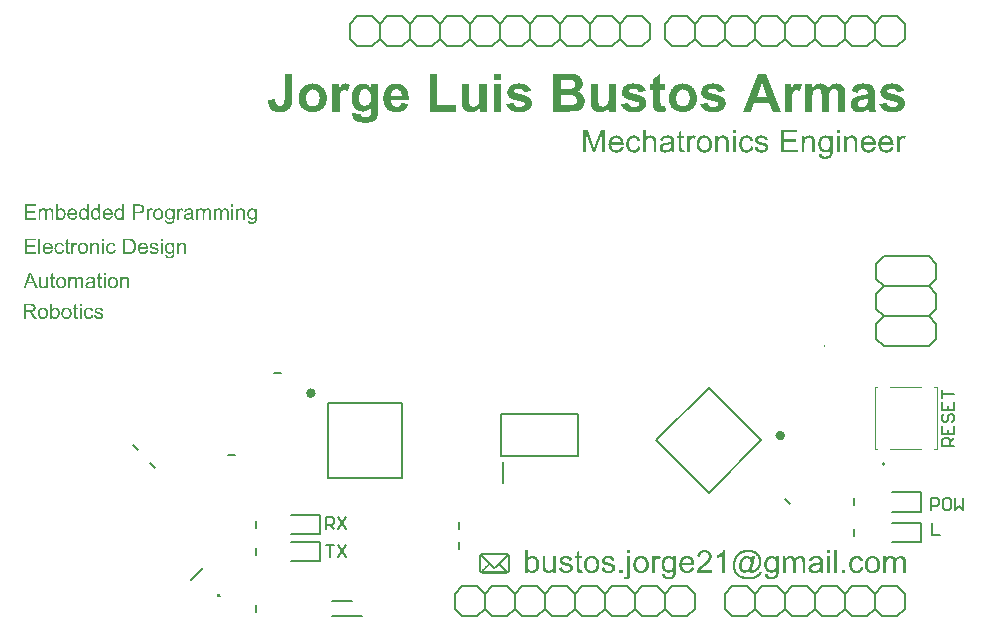
<source format=gto>
G04 Layer_Color=65535*
%FSLAX24Y24*%
%MOIN*%
G70*
G01*
G75*
%ADD37C,0.0039*%
%ADD38C,0.0157*%
%ADD39C,0.0079*%
%ADD40C,0.0060*%
G36*
X22167Y16504D02*
X22174D01*
X22182Y16503D01*
X22203Y16500D01*
X22226Y16495D01*
X22250Y16486D01*
X22274Y16475D01*
X22297Y16460D01*
X22298D01*
X22299Y16458D01*
X22306Y16451D01*
X22316Y16441D01*
X22328Y16427D01*
X22340Y16409D01*
X22352Y16388D01*
X22363Y16362D01*
X22370Y16333D01*
X22280Y16319D01*
Y16320D01*
X22279Y16321D01*
X22278Y16327D01*
X22274Y16337D01*
X22269Y16349D01*
X22263Y16362D01*
X22255Y16377D01*
X22245Y16390D01*
X22234Y16401D01*
X22233Y16402D01*
X22228Y16405D01*
X22221Y16409D01*
X22212Y16415D01*
X22200Y16420D01*
X22187Y16425D01*
X22172Y16428D01*
X22155Y16429D01*
X22149D01*
X22143Y16428D01*
X22131Y16427D01*
X22115Y16423D01*
X22097Y16417D01*
X22078Y16408D01*
X22059Y16395D01*
X22050Y16388D01*
X22041Y16379D01*
Y16378D01*
X22039Y16377D01*
X22037Y16373D01*
X22035Y16369D01*
X22032Y16364D01*
X22027Y16357D01*
X22024Y16349D01*
X22020Y16341D01*
X22015Y16330D01*
X22012Y16318D01*
X22008Y16304D01*
X22004Y16290D01*
X22002Y16275D01*
X22000Y16257D01*
X21998Y16239D01*
Y16219D01*
Y16218D01*
Y16215D01*
Y16208D01*
X21999Y16202D01*
Y16192D01*
X22000Y16182D01*
X22003Y16158D01*
X22008Y16132D01*
X22015Y16104D01*
X22025Y16080D01*
X22032Y16068D01*
X22039Y16059D01*
X22041Y16056D01*
X22047Y16051D01*
X22057Y16043D01*
X22069Y16035D01*
X22085Y16025D01*
X22104Y16017D01*
X22126Y16012D01*
X22138Y16010D01*
X22150Y16009D01*
X22152D01*
X22158Y16010D01*
X22169Y16012D01*
X22181Y16014D01*
X22196Y16017D01*
X22211Y16024D01*
X22226Y16031D01*
X22240Y16042D01*
X22243Y16043D01*
X22246Y16049D01*
X22252Y16056D01*
X22260Y16068D01*
X22268Y16083D01*
X22276Y16100D01*
X22283Y16122D01*
X22287Y16146D01*
X22379Y16134D01*
Y16133D01*
X22378Y16130D01*
X22377Y16125D01*
X22376Y16119D01*
X22374Y16110D01*
X22372Y16101D01*
X22364Y16079D01*
X22354Y16056D01*
X22340Y16031D01*
X22322Y16007D01*
X22313Y15996D01*
X22302Y15985D01*
X22301Y15984D01*
X22298Y15983D01*
X22295Y15981D01*
X22291Y15978D01*
X22285Y15973D01*
X22278Y15969D01*
X22269Y15965D01*
X22260Y15959D01*
X22238Y15949D01*
X22212Y15942D01*
X22184Y15935D01*
X22167Y15934D01*
X22151Y15933D01*
X22140D01*
X22132Y15934D01*
X22122Y15935D01*
X22111Y15937D01*
X22099Y15939D01*
X22086Y15942D01*
X22057Y15950D01*
X22043Y15957D01*
X22027Y15963D01*
X22012Y15972D01*
X21998Y15982D01*
X21984Y15993D01*
X21970Y16006D01*
X21969Y16007D01*
X21967Y16009D01*
X21964Y16014D01*
X21959Y16019D01*
X21955Y16027D01*
X21949Y16037D01*
X21943Y16048D01*
X21937Y16060D01*
X21930Y16074D01*
X21925Y16090D01*
X21918Y16107D01*
X21914Y16126D01*
X21909Y16146D01*
X21906Y16169D01*
X21904Y16192D01*
X21903Y16217D01*
Y16218D01*
Y16221D01*
Y16226D01*
Y16232D01*
X21904Y16240D01*
Y16249D01*
X21905Y16259D01*
X21906Y16270D01*
X21909Y16294D01*
X21915Y16320D01*
X21921Y16346D01*
X21931Y16372D01*
Y16373D01*
X21932Y16376D01*
X21934Y16379D01*
X21937Y16383D01*
X21943Y16395D01*
X21953Y16409D01*
X21966Y16426D01*
X21981Y16442D01*
X22000Y16459D01*
X22021Y16472D01*
X22022D01*
X22024Y16473D01*
X22027Y16475D01*
X22032Y16477D01*
X22037Y16479D01*
X22044Y16483D01*
X22060Y16489D01*
X22079Y16495D01*
X22102Y16500D01*
X22126Y16504D01*
X22152Y16506D01*
X22161D01*
X22167Y16504D01*
D02*
G37*
G36*
X25929D02*
X25936D01*
X25945Y16503D01*
X25965Y16500D01*
X25988Y16495D01*
X26012Y16486D01*
X26036Y16475D01*
X26059Y16460D01*
X26060D01*
X26062Y16458D01*
X26068Y16451D01*
X26078Y16441D01*
X26090Y16427D01*
X26102Y16409D01*
X26114Y16388D01*
X26125Y16362D01*
X26133Y16333D01*
X26042Y16319D01*
Y16320D01*
X26041Y16321D01*
X26040Y16327D01*
X26036Y16337D01*
X26031Y16349D01*
X26025Y16362D01*
X26017Y16377D01*
X26007Y16390D01*
X25996Y16401D01*
X25995Y16402D01*
X25990Y16405D01*
X25983Y16409D01*
X25974Y16415D01*
X25962Y16420D01*
X25949Y16425D01*
X25934Y16428D01*
X25917Y16429D01*
X25911D01*
X25905Y16428D01*
X25893Y16427D01*
X25877Y16423D01*
X25859Y16417D01*
X25840Y16408D01*
X25821Y16395D01*
X25812Y16388D01*
X25804Y16379D01*
Y16378D01*
X25801Y16377D01*
X25799Y16373D01*
X25797Y16369D01*
X25794Y16364D01*
X25789Y16357D01*
X25786Y16349D01*
X25782Y16341D01*
X25777Y16330D01*
X25774Y16318D01*
X25770Y16304D01*
X25766Y16290D01*
X25764Y16275D01*
X25762Y16257D01*
X25760Y16239D01*
Y16219D01*
Y16218D01*
Y16215D01*
Y16208D01*
X25761Y16202D01*
Y16192D01*
X25762Y16182D01*
X25765Y16158D01*
X25770Y16132D01*
X25777Y16104D01*
X25787Y16080D01*
X25794Y16068D01*
X25801Y16059D01*
X25804Y16056D01*
X25809Y16051D01*
X25819Y16043D01*
X25831Y16035D01*
X25847Y16025D01*
X25866Y16017D01*
X25888Y16012D01*
X25900Y16010D01*
X25912Y16009D01*
X25914D01*
X25921Y16010D01*
X25931Y16012D01*
X25943Y16014D01*
X25958Y16017D01*
X25973Y16024D01*
X25988Y16031D01*
X26002Y16042D01*
X26005Y16043D01*
X26008Y16049D01*
X26015Y16056D01*
X26022Y16068D01*
X26030Y16083D01*
X26039Y16100D01*
X26045Y16122D01*
X26049Y16146D01*
X26141Y16134D01*
Y16133D01*
X26140Y16130D01*
X26139Y16125D01*
X26138Y16119D01*
X26136Y16110D01*
X26134Y16101D01*
X26126Y16079D01*
X26116Y16056D01*
X26102Y16031D01*
X26084Y16007D01*
X26075Y15996D01*
X26064Y15985D01*
X26063Y15984D01*
X26060Y15983D01*
X26057Y15981D01*
X26053Y15978D01*
X26047Y15973D01*
X26040Y15969D01*
X26031Y15965D01*
X26022Y15959D01*
X26000Y15949D01*
X25974Y15942D01*
X25946Y15935D01*
X25929Y15934D01*
X25913Y15933D01*
X25902D01*
X25894Y15934D01*
X25884Y15935D01*
X25874Y15937D01*
X25861Y15939D01*
X25848Y15942D01*
X25819Y15950D01*
X25805Y15957D01*
X25789Y15963D01*
X25774Y15972D01*
X25760Y15982D01*
X25746Y15993D01*
X25733Y16006D01*
X25731Y16007D01*
X25729Y16009D01*
X25726Y16014D01*
X25722Y16019D01*
X25717Y16027D01*
X25711Y16037D01*
X25705Y16048D01*
X25699Y16060D01*
X25692Y16074D01*
X25687Y16090D01*
X25680Y16107D01*
X25676Y16126D01*
X25671Y16146D01*
X25668Y16169D01*
X25666Y16192D01*
X25665Y16217D01*
Y16218D01*
Y16221D01*
Y16226D01*
Y16232D01*
X25666Y16240D01*
Y16249D01*
X25667Y16259D01*
X25668Y16270D01*
X25671Y16294D01*
X25677Y16320D01*
X25683Y16346D01*
X25693Y16372D01*
Y16373D01*
X25694Y16376D01*
X25696Y16379D01*
X25699Y16383D01*
X25705Y16395D01*
X25715Y16409D01*
X25728Y16426D01*
X25743Y16442D01*
X25762Y16459D01*
X25783Y16472D01*
X25784D01*
X25786Y16473D01*
X25789Y16475D01*
X25794Y16477D01*
X25799Y16479D01*
X25806Y16483D01*
X25822Y16489D01*
X25841Y16495D01*
X25864Y16500D01*
X25888Y16504D01*
X25914Y16506D01*
X25923D01*
X25929Y16504D01*
D02*
G37*
G36*
X29018Y15945D02*
X28925D01*
Y16494D01*
X29018D01*
Y15945D01*
D02*
G37*
G36*
X21191D02*
X21095D01*
Y16578D01*
X20874Y15945D01*
X20785D01*
X20566Y16589D01*
Y15945D01*
X20470D01*
Y16701D01*
X20619D01*
X20799Y16165D01*
Y16163D01*
X20800Y16161D01*
X20801Y16158D01*
X20803Y16153D01*
X20807Y16139D01*
X20813Y16123D01*
X20818Y16104D01*
X20825Y16086D01*
X20830Y16068D01*
X20835Y16053D01*
X20836Y16055D01*
X20837Y16061D01*
X20840Y16071D01*
X20845Y16084D01*
X20850Y16101D01*
X20858Y16122D01*
X20865Y16146D01*
X20875Y16174D01*
X21057Y16701D01*
X21191D01*
Y15945D01*
D02*
G37*
G36*
X26423Y16504D02*
X26440Y16503D01*
X26457Y16501D01*
X26476Y16497D01*
X26495Y16492D01*
X26514Y16486D01*
X26515D01*
X26516Y16485D01*
X26522Y16483D01*
X26530Y16478D01*
X26541Y16473D01*
X26553Y16465D01*
X26565Y16456D01*
X26576Y16447D01*
X26586Y16436D01*
X26587Y16435D01*
X26589Y16430D01*
X26594Y16423D01*
X26599Y16414D01*
X26605Y16401D01*
X26610Y16386D01*
X26615Y16370D01*
X26619Y16351D01*
X26528Y16339D01*
Y16342D01*
X26527Y16346D01*
X26525Y16354D01*
X26522Y16364D01*
X26516Y16373D01*
X26510Y16384D01*
X26502Y16395D01*
X26491Y16405D01*
X26490Y16406D01*
X26486Y16408D01*
X26479Y16413D01*
X26469Y16417D01*
X26458Y16421D01*
X26444Y16426D01*
X26427Y16428D01*
X26408Y16429D01*
X26397D01*
X26386Y16428D01*
X26372Y16427D01*
X26358Y16424D01*
X26342Y16420D01*
X26328Y16415D01*
X26316Y16407D01*
X26315Y16406D01*
X26312Y16404D01*
X26307Y16400D01*
X26303Y16393D01*
X26298Y16386D01*
X26293Y16378D01*
X26290Y16368D01*
X26289Y16358D01*
Y16357D01*
Y16355D01*
X26290Y16351D01*
Y16347D01*
X26293Y16336D01*
X26300Y16325D01*
X26301Y16324D01*
X26302Y16323D01*
X26304Y16320D01*
X26309Y16316D01*
X26313Y16313D01*
X26319Y16309D01*
X26327Y16306D01*
X26336Y16301D01*
X26337D01*
X26339Y16300D01*
X26344Y16299D01*
X26351Y16296D01*
X26362Y16292D01*
X26376Y16289D01*
X26385Y16286D01*
X26395Y16284D01*
X26406Y16280D01*
X26418Y16277D01*
X26419D01*
X26422Y16276D01*
X26428Y16275D01*
X26434Y16273D01*
X26442Y16271D01*
X26452Y16268D01*
X26472Y16262D01*
X26495Y16255D01*
X26518Y16248D01*
X26539Y16240D01*
X26548Y16237D01*
X26556Y16233D01*
X26558Y16232D01*
X26562Y16230D01*
X26569Y16227D01*
X26579Y16221D01*
X26588Y16215D01*
X26598Y16206D01*
X26608Y16196D01*
X26617Y16185D01*
X26618Y16184D01*
X26620Y16180D01*
X26624Y16173D01*
X26629Y16163D01*
X26632Y16151D01*
X26636Y16138D01*
X26639Y16123D01*
X26640Y16106D01*
Y16103D01*
Y16098D01*
X26639Y16089D01*
X26636Y16077D01*
X26633Y16064D01*
X26628Y16050D01*
X26621Y16033D01*
X26612Y16018D01*
X26611Y16016D01*
X26607Y16012D01*
X26601Y16004D01*
X26593Y15995D01*
X26581Y15985D01*
X26568Y15974D01*
X26552Y15965D01*
X26534Y15955D01*
X26533D01*
X26532Y15954D01*
X26525Y15951D01*
X26514Y15948D01*
X26500Y15944D01*
X26482Y15939D01*
X26463Y15936D01*
X26442Y15934D01*
X26418Y15933D01*
X26408D01*
X26400Y15934D01*
X26392D01*
X26381Y15935D01*
X26370Y15936D01*
X26358Y15938D01*
X26331Y15944D01*
X26304Y15951D01*
X26278Y15962D01*
X26266Y15969D01*
X26255Y15977D01*
X26254Y15978D01*
X26253Y15979D01*
X26246Y15985D01*
X26236Y15995D01*
X26225Y16010D01*
X26213Y16029D01*
X26201Y16051D01*
X26192Y16078D01*
X26184Y16109D01*
X26276Y16123D01*
Y16122D01*
Y16121D01*
X26278Y16114D01*
X26280Y16103D01*
X26284Y16091D01*
X26290Y16078D01*
X26297Y16064D01*
X26306Y16050D01*
X26318Y16038D01*
X26321Y16037D01*
X26325Y16033D01*
X26334Y16029D01*
X26345Y16024D01*
X26359Y16018D01*
X26375Y16014D01*
X26395Y16010D01*
X26418Y16009D01*
X26429D01*
X26440Y16010D01*
X26454Y16013D01*
X26469Y16016D01*
X26486Y16020D01*
X26500Y16026D01*
X26513Y16035D01*
X26514Y16036D01*
X26518Y16039D01*
X26523Y16044D01*
X26529Y16052D01*
X26535Y16061D01*
X26540Y16072D01*
X26544Y16083D01*
X26545Y16096D01*
Y16097D01*
Y16101D01*
X26544Y16107D01*
X26541Y16114D01*
X26538Y16122D01*
X26533Y16130D01*
X26526Y16138D01*
X26516Y16145D01*
X26515Y16146D01*
X26512Y16147D01*
X26506Y16150D01*
X26498Y16154D01*
X26484Y16158D01*
X26477Y16161D01*
X26468Y16163D01*
X26458Y16167D01*
X26447Y16170D01*
X26435Y16173D01*
X26421Y16177D01*
X26420D01*
X26417Y16178D01*
X26411Y16179D01*
X26405Y16181D01*
X26396Y16183D01*
X26386Y16186D01*
X26365Y16192D01*
X26341Y16200D01*
X26318Y16206D01*
X26297Y16214D01*
X26287Y16218D01*
X26279Y16221D01*
X26277Y16222D01*
X26272Y16225D01*
X26266Y16229D01*
X26257Y16235D01*
X26247Y16242D01*
X26237Y16251D01*
X26228Y16261D01*
X26219Y16273D01*
X26218Y16274D01*
X26216Y16278D01*
X26212Y16286D01*
X26209Y16295D01*
X26206Y16306D01*
X26203Y16319D01*
X26200Y16332D01*
X26199Y16347D01*
Y16349D01*
Y16354D01*
X26200Y16360D01*
X26201Y16370D01*
X26204Y16380D01*
X26206Y16392D01*
X26210Y16403D01*
X26216Y16415D01*
X26217Y16416D01*
X26219Y16420D01*
X26222Y16426D01*
X26228Y16433D01*
X26234Y16441D01*
X26242Y16451D01*
X26251Y16460D01*
X26262Y16467D01*
X26263Y16468D01*
X26266Y16470D01*
X26270Y16473D01*
X26277Y16476D01*
X26286Y16480D01*
X26295Y16485D01*
X26307Y16489D01*
X26321Y16494D01*
X26323Y16495D01*
X26327Y16496D01*
X26335Y16498D01*
X26345Y16500D01*
X26357Y16502D01*
X26370Y16503D01*
X26385Y16506D01*
X26411D01*
X26423Y16504D01*
D02*
G37*
G36*
X25143D02*
X25155Y16503D01*
X25170Y16501D01*
X25185Y16498D01*
X25201Y16494D01*
X25217Y16487D01*
X25219Y16486D01*
X25223Y16484D01*
X25231Y16480D01*
X25240Y16475D01*
X25251Y16468D01*
X25260Y16460D01*
X25270Y16451D01*
X25279Y16440D01*
X25280Y16439D01*
X25282Y16435D01*
X25285Y16429D01*
X25291Y16421D01*
X25295Y16410D01*
X25300Y16400D01*
X25305Y16386D01*
X25308Y16372D01*
Y16371D01*
X25310Y16367D01*
X25311Y16360D01*
X25312Y16351D01*
Y16338D01*
X25313Y16323D01*
X25314Y16304D01*
Y16282D01*
Y15945D01*
X25221D01*
Y16277D01*
Y16278D01*
Y16279D01*
Y16287D01*
Y16297D01*
X25220Y16309D01*
X25219Y16323D01*
X25217Y16337D01*
X25213Y16350D01*
X25210Y16362D01*
Y16364D01*
X25208Y16367D01*
X25205Y16372D01*
X25201Y16379D01*
X25196Y16385D01*
X25189Y16393D01*
X25181Y16401D01*
X25171Y16407D01*
X25170Y16408D01*
X25166Y16410D01*
X25160Y16413D01*
X25152Y16416D01*
X25143Y16419D01*
X25132Y16423D01*
X25119Y16424D01*
X25106Y16425D01*
X25101D01*
X25096Y16424D01*
X25085Y16423D01*
X25071Y16420D01*
X25056Y16415D01*
X25038Y16408D01*
X25021Y16400D01*
X25005Y16386D01*
X25002Y16384D01*
X24998Y16379D01*
X24995Y16374D01*
X24991Y16369D01*
X24987Y16362D01*
X24984Y16355D01*
X24979Y16346D01*
X24975Y16335D01*
X24972Y16323D01*
X24969Y16310D01*
X24966Y16296D01*
X24964Y16280D01*
X24962Y16262D01*
Y16243D01*
Y15945D01*
X24869D01*
Y16494D01*
X24952D01*
Y16415D01*
X24953Y16416D01*
X24955Y16419D01*
X24959Y16424D01*
X24963Y16429D01*
X24970Y16436D01*
X24977Y16443D01*
X24986Y16452D01*
X24997Y16461D01*
X25008Y16468D01*
X25021Y16477D01*
X25035Y16485D01*
X25050Y16491D01*
X25068Y16497D01*
X25085Y16501D01*
X25105Y16504D01*
X25126Y16506D01*
X25135D01*
X25143Y16504D01*
D02*
G37*
G36*
X28023D02*
X28035Y16503D01*
X28050Y16501D01*
X28065Y16498D01*
X28081Y16494D01*
X28097Y16487D01*
X28099Y16486D01*
X28103Y16484D01*
X28111Y16480D01*
X28120Y16475D01*
X28131Y16468D01*
X28140Y16460D01*
X28150Y16451D01*
X28159Y16440D01*
X28160Y16439D01*
X28162Y16435D01*
X28166Y16429D01*
X28171Y16421D01*
X28175Y16410D01*
X28180Y16400D01*
X28185Y16386D01*
X28188Y16372D01*
Y16371D01*
X28190Y16367D01*
X28191Y16360D01*
X28192Y16351D01*
Y16338D01*
X28193Y16323D01*
X28194Y16304D01*
Y16282D01*
Y15945D01*
X28101D01*
Y16277D01*
Y16278D01*
Y16279D01*
Y16287D01*
Y16297D01*
X28100Y16309D01*
X28099Y16323D01*
X28097Y16337D01*
X28093Y16350D01*
X28090Y16362D01*
Y16364D01*
X28088Y16367D01*
X28085Y16372D01*
X28081Y16379D01*
X28076Y16385D01*
X28069Y16393D01*
X28061Y16401D01*
X28051Y16407D01*
X28050Y16408D01*
X28046Y16410D01*
X28040Y16413D01*
X28032Y16416D01*
X28023Y16419D01*
X28013Y16423D01*
X27999Y16424D01*
X27986Y16425D01*
X27981D01*
X27976Y16424D01*
X27966Y16423D01*
X27951Y16420D01*
X27936Y16415D01*
X27919Y16408D01*
X27901Y16400D01*
X27885Y16386D01*
X27882Y16384D01*
X27878Y16379D01*
X27875Y16374D01*
X27872Y16369D01*
X27867Y16362D01*
X27864Y16355D01*
X27859Y16346D01*
X27855Y16335D01*
X27852Y16323D01*
X27849Y16310D01*
X27846Y16296D01*
X27844Y16280D01*
X27842Y16262D01*
Y16243D01*
Y15945D01*
X27749D01*
Y16494D01*
X27832D01*
Y16415D01*
X27833Y16416D01*
X27835Y16419D01*
X27839Y16424D01*
X27843Y16429D01*
X27850Y16436D01*
X27857Y16443D01*
X27866Y16452D01*
X27877Y16461D01*
X27888Y16468D01*
X27901Y16477D01*
X27915Y16485D01*
X27931Y16491D01*
X27948Y16497D01*
X27966Y16501D01*
X27985Y16504D01*
X28006Y16506D01*
X28015D01*
X28023Y16504D01*
D02*
G37*
G36*
X24148D02*
X24160Y16502D01*
X24174Y16498D01*
X24189Y16492D01*
X24207Y16485D01*
X24225Y16475D01*
X24191Y16390D01*
X24190Y16391D01*
X24186Y16393D01*
X24179Y16396D01*
X24171Y16400D01*
X24161Y16403D01*
X24149Y16406D01*
X24137Y16408D01*
X24125Y16409D01*
X24119D01*
X24114Y16408D01*
X24106Y16407D01*
X24098Y16405D01*
X24089Y16402D01*
X24079Y16397D01*
X24070Y16391D01*
X24069Y16390D01*
X24066Y16388D01*
X24062Y16383D01*
X24057Y16378D01*
X24051Y16370D01*
X24046Y16361D01*
X24041Y16351D01*
X24036Y16339D01*
X24035Y16337D01*
X24034Y16331D01*
X24032Y16321D01*
X24029Y16308D01*
X24025Y16291D01*
X24023Y16273D01*
X24022Y16253D01*
X24021Y16231D01*
Y15945D01*
X23928D01*
Y16494D01*
X24012D01*
Y16410D01*
X24013Y16412D01*
X24018Y16419D01*
X24023Y16429D01*
X24032Y16441D01*
X24041Y16453D01*
X24050Y16466D01*
X24060Y16477D01*
X24070Y16486D01*
X24071Y16487D01*
X24074Y16489D01*
X24081Y16492D01*
X24088Y16496D01*
X24096Y16499D01*
X24107Y16502D01*
X24118Y16504D01*
X24130Y16506D01*
X24138D01*
X24148Y16504D01*
D02*
G37*
G36*
X31143D02*
X31155Y16502D01*
X31169Y16498D01*
X31184Y16492D01*
X31202Y16485D01*
X31220Y16475D01*
X31187Y16390D01*
X31186Y16391D01*
X31181Y16393D01*
X31175Y16396D01*
X31166Y16400D01*
X31156Y16403D01*
X31144Y16406D01*
X31132Y16408D01*
X31120Y16409D01*
X31114D01*
X31109Y16408D01*
X31101Y16407D01*
X31094Y16405D01*
X31084Y16402D01*
X31074Y16397D01*
X31065Y16391D01*
X31064Y16390D01*
X31061Y16388D01*
X31058Y16383D01*
X31052Y16378D01*
X31047Y16370D01*
X31041Y16361D01*
X31036Y16351D01*
X31031Y16339D01*
X31030Y16337D01*
X31029Y16331D01*
X31027Y16321D01*
X31024Y16308D01*
X31020Y16291D01*
X31018Y16273D01*
X31017Y16253D01*
X31016Y16231D01*
Y15945D01*
X30923D01*
Y16494D01*
X31007D01*
Y16410D01*
X31008Y16412D01*
X31013Y16419D01*
X31018Y16429D01*
X31027Y16441D01*
X31036Y16453D01*
X31046Y16466D01*
X31055Y16477D01*
X31065Y16486D01*
X31066Y16487D01*
X31070Y16489D01*
X31076Y16492D01*
X31083Y16496D01*
X31091Y16499D01*
X31102Y16502D01*
X31113Y16504D01*
X31125Y16506D01*
X31133D01*
X31143Y16504D01*
D02*
G37*
G36*
X27605Y16612D02*
X27158D01*
Y16381D01*
X27576D01*
Y16291D01*
X27158D01*
Y16035D01*
X27622D01*
Y15945D01*
X27057D01*
Y16701D01*
X27605D01*
Y16612D01*
D02*
G37*
G36*
X24521Y16504D02*
X24531Y16503D01*
X24542Y16501D01*
X24554Y16499D01*
X24568Y16497D01*
X24598Y16487D01*
X24613Y16482D01*
X24629Y16474D01*
X24644Y16466D01*
X24659Y16455D01*
X24673Y16444D01*
X24688Y16431D01*
X24689Y16430D01*
X24691Y16428D01*
X24694Y16424D01*
X24699Y16418D01*
X24704Y16410D01*
X24711Y16401D01*
X24717Y16390D01*
X24724Y16378D01*
X24730Y16365D01*
X24737Y16348D01*
X24743Y16332D01*
X24749Y16313D01*
X24753Y16294D01*
X24756Y16273D01*
X24759Y16251D01*
X24760Y16227D01*
Y16226D01*
Y16222D01*
Y16217D01*
Y16209D01*
X24759Y16201D01*
X24758Y16190D01*
Y16179D01*
X24755Y16167D01*
X24752Y16139D01*
X24746Y16112D01*
X24738Y16085D01*
X24727Y16060D01*
Y16059D01*
X24726Y16057D01*
X24724Y16054D01*
X24721Y16050D01*
X24714Y16039D01*
X24704Y16026D01*
X24691Y16010D01*
X24674Y15995D01*
X24656Y15980D01*
X24634Y15966D01*
X24633D01*
X24632Y15965D01*
X24629Y15962D01*
X24623Y15960D01*
X24618Y15958D01*
X24611Y15956D01*
X24595Y15949D01*
X24576Y15944D01*
X24553Y15938D01*
X24529Y15934D01*
X24503Y15933D01*
X24492D01*
X24483Y15934D01*
X24473Y15935D01*
X24462Y15937D01*
X24449Y15939D01*
X24436Y15942D01*
X24407Y15950D01*
X24390Y15957D01*
X24375Y15963D01*
X24360Y15972D01*
X24344Y15982D01*
X24330Y15993D01*
X24316Y16006D01*
X24315Y16007D01*
X24313Y16009D01*
X24309Y16014D01*
X24305Y16020D01*
X24300Y16028D01*
X24294Y16037D01*
X24288Y16048D01*
X24281Y16061D01*
X24274Y16075D01*
X24268Y16091D01*
X24262Y16109D01*
X24257Y16127D01*
X24253Y16148D01*
X24249Y16170D01*
X24247Y16194D01*
X24246Y16219D01*
Y16221D01*
Y16226D01*
X24247Y16233D01*
Y16244D01*
X24248Y16256D01*
X24250Y16272D01*
X24253Y16287D01*
X24257Y16304D01*
X24261Y16322D01*
X24267Y16341D01*
X24273Y16360D01*
X24282Y16379D01*
X24291Y16396D01*
X24303Y16414D01*
X24315Y16430D01*
X24330Y16444D01*
X24331Y16445D01*
X24333Y16447D01*
X24338Y16450D01*
X24343Y16454D01*
X24350Y16459D01*
X24359Y16464D01*
X24367Y16470D01*
X24378Y16475D01*
X24390Y16480D01*
X24403Y16486D01*
X24433Y16496D01*
X24467Y16503D01*
X24484Y16504D01*
X24503Y16506D01*
X24514D01*
X24521Y16504D01*
D02*
G37*
G36*
X29991D02*
X30000Y16503D01*
X30011Y16501D01*
X30023Y16499D01*
X30037Y16496D01*
X30050Y16492D01*
X30065Y16487D01*
X30079Y16482D01*
X30095Y16474D01*
X30110Y16465D01*
X30125Y16455D01*
X30140Y16443D01*
X30153Y16430D01*
X30154Y16429D01*
X30156Y16427D01*
X30159Y16423D01*
X30164Y16416D01*
X30169Y16408D01*
X30174Y16400D01*
X30181Y16389D01*
X30188Y16376D01*
X30194Y16361D01*
X30201Y16346D01*
X30206Y16329D01*
X30212Y16310D01*
X30216Y16289D01*
X30219Y16267D01*
X30221Y16244D01*
X30223Y16219D01*
Y16218D01*
Y16214D01*
Y16206D01*
X30221Y16195D01*
X29812D01*
Y16194D01*
Y16191D01*
X29813Y16186D01*
Y16180D01*
X29814Y16172D01*
X29816Y16163D01*
X29819Y16144D01*
X29826Y16122D01*
X29835Y16098D01*
X29847Y16076D01*
X29862Y16056D01*
X29863D01*
X29864Y16054D01*
X29871Y16049D01*
X29880Y16041D01*
X29894Y16033D01*
X29911Y16025D01*
X29931Y16017D01*
X29953Y16012D01*
X29965Y16010D01*
X29978Y16009D01*
X29986D01*
X29996Y16010D01*
X30008Y16013D01*
X30021Y16016D01*
X30037Y16020D01*
X30051Y16027D01*
X30065Y16036D01*
X30066Y16037D01*
X30072Y16041D01*
X30078Y16048D01*
X30086Y16056D01*
X30095Y16068D01*
X30105Y16084D01*
X30114Y16101D01*
X30123Y16122D01*
X30219Y16110D01*
Y16109D01*
X30218Y16107D01*
X30217Y16102D01*
X30215Y16096D01*
X30212Y16089D01*
X30208Y16080D01*
X30200Y16062D01*
X30189Y16041D01*
X30173Y16019D01*
X30156Y15998D01*
X30134Y15979D01*
X30133D01*
X30131Y15977D01*
X30127Y15974D01*
X30123Y15971D01*
X30117Y15968D01*
X30110Y15965D01*
X30101Y15960D01*
X30091Y15956D01*
X30080Y15951D01*
X30070Y15947D01*
X30042Y15941D01*
X30012Y15935D01*
X29978Y15933D01*
X29966D01*
X29958Y15934D01*
X29948Y15935D01*
X29936Y15937D01*
X29923Y15939D01*
X29909Y15942D01*
X29878Y15950D01*
X29862Y15957D01*
X29847Y15963D01*
X29830Y15972D01*
X29815Y15982D01*
X29801Y15993D01*
X29786Y16006D01*
X29785Y16007D01*
X29783Y16009D01*
X29780Y16014D01*
X29776Y16020D01*
X29770Y16028D01*
X29765Y16037D01*
X29758Y16048D01*
X29751Y16060D01*
X29745Y16074D01*
X29738Y16089D01*
X29733Y16107D01*
X29727Y16125D01*
X29723Y16145D01*
X29720Y16167D01*
X29718Y16190D01*
X29716Y16214D01*
Y16215D01*
Y16220D01*
Y16227D01*
X29718Y16237D01*
X29719Y16249D01*
X29720Y16262D01*
X29722Y16277D01*
X29725Y16292D01*
X29734Y16327D01*
X29739Y16345D01*
X29746Y16364D01*
X29755Y16381D01*
X29765Y16397D01*
X29776Y16414D01*
X29788Y16429D01*
X29789Y16430D01*
X29791Y16432D01*
X29795Y16436D01*
X29801Y16441D01*
X29807Y16447D01*
X29816Y16453D01*
X29826Y16461D01*
X29838Y16467D01*
X29850Y16475D01*
X29864Y16482D01*
X29879Y16488D01*
X29896Y16494D01*
X29913Y16499D01*
X29932Y16502D01*
X29952Y16504D01*
X29972Y16506D01*
X29983D01*
X29991Y16504D01*
D02*
G37*
G36*
X28555D02*
X28562Y16503D01*
X28572Y16501D01*
X28583Y16499D01*
X28595Y16496D01*
X28607Y16491D01*
X28620Y16486D01*
X28633Y16479D01*
X28648Y16472D01*
X28661Y16463D01*
X28674Y16452D01*
X28687Y16440D01*
X28699Y16426D01*
Y16494D01*
X28784D01*
Y16019D01*
Y16018D01*
Y16014D01*
Y16007D01*
Y15998D01*
X28783Y15989D01*
Y15977D01*
X28782Y15963D01*
X28781Y15949D01*
X28778Y15920D01*
X28773Y15889D01*
X28770Y15875D01*
X28767Y15862D01*
X28762Y15850D01*
X28758Y15839D01*
Y15838D01*
X28757Y15837D01*
X28752Y15830D01*
X28747Y15820D01*
X28738Y15808D01*
X28726Y15795D01*
X28712Y15781D01*
X28695Y15767D01*
X28675Y15755D01*
X28674D01*
X28673Y15754D01*
X28669Y15751D01*
X28665Y15750D01*
X28660Y15747D01*
X28653Y15745D01*
X28637Y15739D01*
X28617Y15733D01*
X28593Y15728D01*
X28566Y15724D01*
X28536Y15723D01*
X28526D01*
X28520Y15724D01*
X28511D01*
X28502Y15725D01*
X28491Y15726D01*
X28479Y15728D01*
X28454Y15734D01*
X28428Y15742D01*
X28402Y15753D01*
X28378Y15768D01*
X28376Y15769D01*
X28375Y15770D01*
X28368Y15777D01*
X28359Y15786D01*
X28348Y15801D01*
X28337Y15819D01*
X28327Y15842D01*
X28324Y15855D01*
X28322Y15869D01*
X28320Y15884D01*
Y15900D01*
X28410Y15888D01*
Y15886D01*
X28411Y15881D01*
X28414Y15874D01*
X28416Y15864D01*
X28420Y15854D01*
X28426Y15844D01*
X28432Y15834D01*
X28441Y15827D01*
X28443Y15826D01*
X28448Y15822D01*
X28455Y15818D01*
X28466Y15814D01*
X28479Y15808D01*
X28496Y15804D01*
X28515Y15801D01*
X28536Y15800D01*
X28547D01*
X28558Y15801D01*
X28573Y15803D01*
X28589Y15806D01*
X28605Y15810D01*
X28621Y15817D01*
X28636Y15826D01*
X28637Y15827D01*
X28641Y15830D01*
X28648Y15837D01*
X28655Y15844D01*
X28663Y15855D01*
X28670Y15867D01*
X28678Y15881D01*
X28684Y15898D01*
Y15899D01*
X28685Y15903D01*
X28686Y15912D01*
X28687Y15923D01*
X28688Y15931D01*
Y15939D01*
X28689Y15949D01*
Y15960D01*
Y15972D01*
X28690Y15986D01*
Y16001D01*
Y16017D01*
X28689Y16016D01*
X28687Y16014D01*
X28684Y16010D01*
X28679Y16006D01*
X28674Y16001D01*
X28666Y15994D01*
X28657Y15988D01*
X28649Y15981D01*
X28626Y15968D01*
X28601Y15956D01*
X28586Y15951D01*
X28571Y15948D01*
X28555Y15946D01*
X28538Y15945D01*
X28533D01*
X28527Y15946D01*
X28520D01*
X28510Y15947D01*
X28499Y15949D01*
X28487Y15951D01*
X28474Y15955D01*
X28460Y15959D01*
X28445Y15965D01*
X28431Y15971D01*
X28416Y15979D01*
X28402Y15989D01*
X28387Y16000D01*
X28374Y16012D01*
X28362Y16026D01*
X28361Y16027D01*
X28360Y16029D01*
X28357Y16035D01*
X28352Y16040D01*
X28348Y16049D01*
X28343Y16057D01*
X28337Y16068D01*
X28332Y16082D01*
X28326Y16095D01*
X28321Y16110D01*
X28315Y16125D01*
X28311Y16143D01*
X28303Y16180D01*
X28302Y16201D01*
X28301Y16221D01*
Y16222D01*
Y16225D01*
Y16229D01*
Y16235D01*
X28302Y16242D01*
Y16250D01*
X28304Y16270D01*
X28308Y16291D01*
X28313Y16315D01*
X28320Y16341D01*
X28329Y16366D01*
Y16367D01*
X28331Y16369D01*
X28333Y16372D01*
X28335Y16377D01*
X28342Y16389D01*
X28350Y16404D01*
X28362Y16420D01*
X28376Y16437D01*
X28393Y16454D01*
X28411Y16468D01*
X28413D01*
X28414Y16470D01*
X28417Y16472D01*
X28421Y16474D01*
X28432Y16480D01*
X28448Y16487D01*
X28466Y16494D01*
X28488Y16500D01*
X28512Y16504D01*
X28538Y16506D01*
X28548D01*
X28555Y16504D01*
D02*
G37*
G36*
X21585D02*
X21593Y16503D01*
X21604Y16501D01*
X21616Y16499D01*
X21630Y16496D01*
X21644Y16492D01*
X21659Y16487D01*
X21673Y16482D01*
X21688Y16474D01*
X21704Y16465D01*
X21719Y16455D01*
X21733Y16443D01*
X21746Y16430D01*
X21747Y16429D01*
X21750Y16427D01*
X21753Y16423D01*
X21757Y16416D01*
X21763Y16408D01*
X21768Y16400D01*
X21775Y16389D01*
X21781Y16376D01*
X21788Y16361D01*
X21794Y16346D01*
X21800Y16329D01*
X21805Y16310D01*
X21810Y16289D01*
X21813Y16267D01*
X21815Y16244D01*
X21816Y16219D01*
Y16218D01*
Y16214D01*
Y16206D01*
X21815Y16195D01*
X21405D01*
Y16194D01*
Y16191D01*
X21406Y16186D01*
Y16180D01*
X21408Y16172D01*
X21410Y16163D01*
X21413Y16144D01*
X21420Y16122D01*
X21428Y16098D01*
X21440Y16076D01*
X21456Y16056D01*
X21457D01*
X21458Y16054D01*
X21464Y16049D01*
X21474Y16041D01*
X21487Y16033D01*
X21505Y16025D01*
X21524Y16017D01*
X21546Y16012D01*
X21558Y16010D01*
X21571Y16009D01*
X21580D01*
X21590Y16010D01*
X21602Y16013D01*
X21615Y16016D01*
X21630Y16020D01*
X21645Y16027D01*
X21659Y16036D01*
X21660Y16037D01*
X21665Y16041D01*
X21672Y16048D01*
X21680Y16056D01*
X21688Y16068D01*
X21698Y16084D01*
X21708Y16101D01*
X21717Y16122D01*
X21813Y16110D01*
Y16109D01*
X21812Y16107D01*
X21811Y16102D01*
X21809Y16096D01*
X21805Y16089D01*
X21802Y16080D01*
X21793Y16062D01*
X21782Y16041D01*
X21767Y16019D01*
X21750Y15998D01*
X21728Y15979D01*
X21727D01*
X21724Y15977D01*
X21721Y15974D01*
X21717Y15971D01*
X21710Y15968D01*
X21704Y15965D01*
X21695Y15960D01*
X21685Y15956D01*
X21674Y15951D01*
X21663Y15947D01*
X21636Y15941D01*
X21605Y15935D01*
X21571Y15933D01*
X21559D01*
X21552Y15934D01*
X21542Y15935D01*
X21530Y15937D01*
X21517Y15939D01*
X21503Y15942D01*
X21472Y15950D01*
X21456Y15957D01*
X21440Y15963D01*
X21424Y15972D01*
X21409Y15982D01*
X21394Y15993D01*
X21380Y16006D01*
X21379Y16007D01*
X21377Y16009D01*
X21374Y16014D01*
X21369Y16020D01*
X21364Y16028D01*
X21358Y16037D01*
X21352Y16048D01*
X21345Y16060D01*
X21339Y16074D01*
X21332Y16089D01*
X21327Y16107D01*
X21321Y16125D01*
X21317Y16145D01*
X21314Y16167D01*
X21311Y16190D01*
X21310Y16214D01*
Y16215D01*
Y16220D01*
Y16227D01*
X21311Y16237D01*
X21312Y16249D01*
X21314Y16262D01*
X21316Y16277D01*
X21319Y16292D01*
X21328Y16327D01*
X21333Y16345D01*
X21340Y16364D01*
X21349Y16381D01*
X21358Y16397D01*
X21369Y16414D01*
X21381Y16429D01*
X21382Y16430D01*
X21385Y16432D01*
X21389Y16436D01*
X21394Y16441D01*
X21401Y16447D01*
X21410Y16453D01*
X21420Y16461D01*
X21432Y16467D01*
X21444Y16475D01*
X21458Y16482D01*
X21473Y16488D01*
X21489Y16494D01*
X21507Y16499D01*
X21526Y16502D01*
X21545Y16504D01*
X21566Y16506D01*
X21577D01*
X21585Y16504D01*
D02*
G37*
G36*
X30579D02*
X30588Y16503D01*
X30599Y16501D01*
X30611Y16499D01*
X30625Y16496D01*
X30638Y16492D01*
X30653Y16487D01*
X30667Y16482D01*
X30683Y16474D01*
X30698Y16465D01*
X30713Y16455D01*
X30728Y16443D01*
X30741Y16430D01*
X30742Y16429D01*
X30744Y16427D01*
X30747Y16423D01*
X30752Y16416D01*
X30757Y16408D01*
X30763Y16400D01*
X30769Y16389D01*
X30776Y16376D01*
X30782Y16361D01*
X30789Y16346D01*
X30794Y16329D01*
X30800Y16310D01*
X30804Y16289D01*
X30807Y16267D01*
X30810Y16244D01*
X30811Y16219D01*
Y16218D01*
Y16214D01*
Y16206D01*
X30810Y16195D01*
X30400D01*
Y16194D01*
Y16191D01*
X30401Y16186D01*
Y16180D01*
X30402Y16172D01*
X30404Y16163D01*
X30407Y16144D01*
X30414Y16122D01*
X30423Y16098D01*
X30435Y16076D01*
X30450Y16056D01*
X30451D01*
X30452Y16054D01*
X30459Y16049D01*
X30468Y16041D01*
X30482Y16033D01*
X30499Y16025D01*
X30519Y16017D01*
X30541Y16012D01*
X30553Y16010D01*
X30566Y16009D01*
X30575D01*
X30584Y16010D01*
X30596Y16013D01*
X30609Y16016D01*
X30625Y16020D01*
X30639Y16027D01*
X30653Y16036D01*
X30654Y16037D01*
X30660Y16041D01*
X30666Y16048D01*
X30674Y16056D01*
X30683Y16068D01*
X30693Y16084D01*
X30702Y16101D01*
X30711Y16122D01*
X30807Y16110D01*
Y16109D01*
X30806Y16107D01*
X30805Y16102D01*
X30803Y16096D01*
X30800Y16089D01*
X30796Y16080D01*
X30788Y16062D01*
X30777Y16041D01*
X30761Y16019D01*
X30744Y15998D01*
X30722Y15979D01*
X30721D01*
X30719Y15977D01*
X30716Y15974D01*
X30711Y15971D01*
X30705Y15968D01*
X30698Y15965D01*
X30689Y15960D01*
X30679Y15956D01*
X30669Y15951D01*
X30658Y15947D01*
X30630Y15941D01*
X30600Y15935D01*
X30566Y15933D01*
X30554D01*
X30546Y15934D01*
X30536Y15935D01*
X30524Y15937D01*
X30511Y15939D01*
X30497Y15942D01*
X30466Y15950D01*
X30450Y15957D01*
X30435Y15963D01*
X30418Y15972D01*
X30403Y15982D01*
X30389Y15993D01*
X30374Y16006D01*
X30373Y16007D01*
X30371Y16009D01*
X30368Y16014D01*
X30364Y16020D01*
X30358Y16028D01*
X30353Y16037D01*
X30346Y16048D01*
X30340Y16060D01*
X30333Y16074D01*
X30326Y16089D01*
X30321Y16107D01*
X30315Y16125D01*
X30311Y16145D01*
X30308Y16167D01*
X30306Y16190D01*
X30305Y16214D01*
Y16215D01*
Y16220D01*
Y16227D01*
X30306Y16237D01*
X30307Y16249D01*
X30308Y16262D01*
X30310Y16277D01*
X30313Y16292D01*
X30322Y16327D01*
X30327Y16345D01*
X30334Y16364D01*
X30343Y16381D01*
X30353Y16397D01*
X30364Y16414D01*
X30376Y16429D01*
X30377Y16430D01*
X30379Y16432D01*
X30383Y16436D01*
X30389Y16441D01*
X30395Y16447D01*
X30404Y16453D01*
X30414Y16461D01*
X30426Y16467D01*
X30438Y16475D01*
X30452Y16482D01*
X30467Y16488D01*
X30484Y16494D01*
X30501Y16499D01*
X30520Y16502D01*
X30540Y16504D01*
X30560Y16506D01*
X30571D01*
X30579Y16504D01*
D02*
G37*
G36*
X23303D02*
X23319Y16503D01*
X23338Y16501D01*
X23356Y16498D01*
X23375Y16494D01*
X23392Y16488D01*
X23395Y16487D01*
X23400Y16485D01*
X23408Y16482D01*
X23418Y16477D01*
X23428Y16471D01*
X23439Y16464D01*
X23449Y16455D01*
X23458Y16447D01*
X23459Y16445D01*
X23461Y16442D01*
X23465Y16437D01*
X23469Y16430D01*
X23474Y16420D01*
X23479Y16410D01*
X23483Y16398D01*
X23486Y16384D01*
Y16383D01*
X23488Y16380D01*
X23489Y16373D01*
X23490Y16365D01*
Y16353D01*
X23491Y16338D01*
X23492Y16320D01*
Y16299D01*
Y16174D01*
Y16173D01*
Y16169D01*
Y16162D01*
Y16154D01*
Y16144D01*
Y16132D01*
X23493Y16106D01*
Y16078D01*
X23494Y16051D01*
X23495Y16039D01*
Y16028D01*
X23496Y16018D01*
X23497Y16010D01*
Y16009D01*
X23498Y16005D01*
X23500Y15998D01*
X23503Y15990D01*
X23505Y15980D01*
X23509Y15969D01*
X23515Y15957D01*
X23520Y15945D01*
X23423D01*
X23422Y15946D01*
X23421Y15950D01*
X23419Y15956D01*
X23415Y15965D01*
X23412Y15974D01*
X23410Y15986D01*
X23408Y16000D01*
X23406Y16014D01*
X23404D01*
X23403Y16012D01*
X23397Y16006D01*
X23387Y15998D01*
X23374Y15989D01*
X23357Y15979D01*
X23341Y15968D01*
X23324Y15958D01*
X23305Y15950D01*
X23303Y15949D01*
X23296Y15948D01*
X23286Y15945D01*
X23274Y15942D01*
X23259Y15938D01*
X23242Y15936D01*
X23222Y15934D01*
X23202Y15933D01*
X23193D01*
X23187Y15934D01*
X23179D01*
X23171Y15935D01*
X23151Y15938D01*
X23129Y15944D01*
X23105Y15951D01*
X23083Y15962D01*
X23063Y15977D01*
X23061Y15979D01*
X23056Y15984D01*
X23048Y15994D01*
X23039Y16007D01*
X23031Y16024D01*
X23023Y16042D01*
X23018Y16065D01*
X23016Y16076D01*
X23015Y16089D01*
Y16091D01*
Y16096D01*
X23016Y16103D01*
X23018Y16113D01*
X23020Y16125D01*
X23023Y16137D01*
X23027Y16150D01*
X23033Y16162D01*
X23034Y16163D01*
X23036Y16168D01*
X23040Y16174D01*
X23046Y16182D01*
X23052Y16191D01*
X23061Y16200D01*
X23070Y16208D01*
X23081Y16216D01*
X23082Y16217D01*
X23086Y16219D01*
X23092Y16224D01*
X23101Y16228D01*
X23110Y16232D01*
X23122Y16238D01*
X23134Y16242D01*
X23149Y16247D01*
X23150D01*
X23154Y16248D01*
X23161Y16250D01*
X23169Y16251D01*
X23180Y16253D01*
X23195Y16255D01*
X23211Y16259D01*
X23231Y16261D01*
X23232D01*
X23236Y16262D01*
X23242D01*
X23249Y16263D01*
X23258Y16264D01*
X23269Y16266D01*
X23281Y16267D01*
X23294Y16270D01*
X23320Y16275D01*
X23349Y16280D01*
X23374Y16287D01*
X23386Y16290D01*
X23397Y16294D01*
Y16295D01*
Y16297D01*
X23398Y16303D01*
Y16311D01*
Y16315D01*
Y16318D01*
Y16319D01*
Y16320D01*
Y16326D01*
X23397Y16337D01*
X23395Y16349D01*
X23391Y16362D01*
X23386Y16376D01*
X23379Y16388D01*
X23371Y16397D01*
X23369Y16398D01*
X23364Y16403D01*
X23355Y16407D01*
X23344Y16414D01*
X23329Y16419D01*
X23312Y16425D01*
X23290Y16428D01*
X23265Y16429D01*
X23254D01*
X23243Y16428D01*
X23227Y16426D01*
X23212Y16424D01*
X23196Y16419D01*
X23180Y16414D01*
X23167Y16406D01*
X23166Y16405D01*
X23162Y16402D01*
X23156Y16396D01*
X23150Y16388D01*
X23143Y16377D01*
X23136Y16362D01*
X23129Y16345D01*
X23122Y16325D01*
X23032Y16337D01*
Y16338D01*
X23033Y16339D01*
Y16343D01*
X23034Y16347D01*
X23037Y16357D01*
X23042Y16371D01*
X23047Y16385D01*
X23054Y16401D01*
X23062Y16416D01*
X23072Y16430D01*
X23073Y16431D01*
X23078Y16436D01*
X23084Y16442D01*
X23093Y16451D01*
X23105Y16460D01*
X23119Y16468D01*
X23136Y16478D01*
X23154Y16486D01*
X23155D01*
X23156Y16487D01*
X23160Y16488D01*
X23164Y16489D01*
X23175Y16492D01*
X23190Y16496D01*
X23208Y16499D01*
X23230Y16502D01*
X23252Y16504D01*
X23279Y16506D01*
X23291D01*
X23303Y16504D01*
D02*
G37*
G36*
X25550Y15945D02*
X25457D01*
Y16494D01*
X25550D01*
Y15945D01*
D02*
G37*
G36*
X23743Y16494D02*
X23837D01*
Y16421D01*
X23743D01*
Y16099D01*
Y16097D01*
Y16092D01*
Y16086D01*
X23744Y16078D01*
X23745Y16061D01*
X23747Y16053D01*
X23748Y16048D01*
X23749Y16045D01*
X23752Y16041D01*
X23756Y16036D01*
X23764Y16030D01*
X23766Y16029D01*
X23772Y16027D01*
X23782Y16025D01*
X23796Y16024D01*
X23807D01*
X23812Y16025D01*
X23820D01*
X23829Y16026D01*
X23837Y16027D01*
X23849Y15945D01*
X23847D01*
X23843Y15944D01*
X23835Y15943D01*
X23825Y15942D01*
X23814Y15939D01*
X23802Y15938D01*
X23778Y15937D01*
X23769D01*
X23761Y15938D01*
X23750Y15939D01*
X23737Y15941D01*
X23724Y15944D01*
X23712Y15947D01*
X23700Y15953D01*
X23698Y15954D01*
X23695Y15956D01*
X23691Y15959D01*
X23684Y15965D01*
X23679Y15970D01*
X23672Y15978D01*
X23666Y15985D01*
X23661Y15995D01*
Y15996D01*
X23659Y16001D01*
X23658Y16008D01*
X23656Y16019D01*
X23654Y16033D01*
X23653Y16042D01*
Y16052D01*
X23651Y16064D01*
X23650Y16076D01*
Y16089D01*
Y16104D01*
Y16421D01*
X23581D01*
Y16494D01*
X23650D01*
Y16629D01*
X23743Y16685D01*
Y16494D01*
D02*
G37*
G36*
X22552Y16430D02*
X22553Y16431D01*
X22555Y16433D01*
X22558Y16437D01*
X22564Y16442D01*
X22569Y16448D01*
X22577Y16454D01*
X22587Y16461D01*
X22597Y16468D01*
X22608Y16475D01*
X22620Y16482D01*
X22648Y16494D01*
X22663Y16499D01*
X22680Y16502D01*
X22697Y16504D01*
X22715Y16506D01*
X22725D01*
X22737Y16504D01*
X22751Y16502D01*
X22767Y16500D01*
X22785Y16496D01*
X22802Y16489D01*
X22820Y16482D01*
X22822Y16480D01*
X22827Y16477D01*
X22835Y16472D01*
X22845Y16464D01*
X22855Y16454D01*
X22866Y16443D01*
X22875Y16430D01*
X22884Y16415D01*
X22885Y16413D01*
X22887Y16407D01*
X22891Y16397D01*
X22894Y16383D01*
X22897Y16366D01*
X22901Y16345D01*
X22903Y16320D01*
X22904Y16291D01*
Y15945D01*
X22811D01*
Y16292D01*
Y16294D01*
Y16296D01*
Y16299D01*
Y16303D01*
X22810Y16315D01*
X22808Y16331D01*
X22803Y16347D01*
X22798Y16364D01*
X22790Y16380D01*
X22780Y16393D01*
X22779Y16394D01*
X22775Y16398D01*
X22768Y16404D01*
X22758Y16409D01*
X22746Y16416D01*
X22732Y16420D01*
X22715Y16425D01*
X22695Y16426D01*
X22689D01*
X22681Y16425D01*
X22670Y16424D01*
X22659Y16420D01*
X22646Y16417D01*
X22633Y16412D01*
X22619Y16404D01*
X22617Y16403D01*
X22613Y16400D01*
X22607Y16395D01*
X22599Y16389D01*
X22590Y16380D01*
X22581Y16370D01*
X22574Y16358D01*
X22567Y16345D01*
X22566Y16343D01*
X22565Y16338D01*
X22563Y16330D01*
X22560Y16319D01*
X22556Y16304D01*
X22554Y16287D01*
X22553Y16267D01*
X22552Y16244D01*
Y15945D01*
X22459D01*
Y16701D01*
X22552D01*
Y16430D01*
D02*
G37*
G36*
X21777Y1929D02*
X21671D01*
Y2035D01*
X21777D01*
Y1929D01*
D02*
G37*
G36*
X24532Y2688D02*
X24541Y2687D01*
X24552Y2685D01*
X24564Y2683D01*
X24576Y2681D01*
X24605Y2673D01*
X24633Y2663D01*
X24647Y2656D01*
X24661Y2648D01*
X24674Y2638D01*
X24687Y2628D01*
X24688Y2626D01*
X24690Y2625D01*
X24692Y2621D01*
X24696Y2617D01*
X24702Y2611D01*
X24707Y2604D01*
X24713Y2596D01*
X24719Y2586D01*
X24730Y2565D01*
X24741Y2539D01*
X24746Y2526D01*
X24748Y2511D01*
X24750Y2495D01*
X24751Y2479D01*
Y2477D01*
Y2471D01*
X24750Y2463D01*
X24749Y2450D01*
X24747Y2437D01*
X24742Y2422D01*
X24738Y2406D01*
X24731Y2389D01*
X24730Y2387D01*
X24728Y2382D01*
X24724Y2373D01*
X24717Y2361D01*
X24708Y2348D01*
X24697Y2331D01*
X24684Y2315D01*
X24669Y2296D01*
X24667Y2294D01*
X24661Y2288D01*
X24656Y2282D01*
X24650Y2277D01*
X24644Y2270D01*
X24635Y2261D01*
X24626Y2253D01*
X24615Y2243D01*
X24605Y2232D01*
X24591Y2220D01*
X24577Y2208D01*
X24562Y2194D01*
X24544Y2179D01*
X24527Y2164D01*
X24526Y2163D01*
X24524Y2161D01*
X24519Y2158D01*
X24514Y2153D01*
X24507Y2147D01*
X24500Y2140D01*
X24482Y2126D01*
X24464Y2109D01*
X24446Y2093D01*
X24431Y2079D01*
X24424Y2073D01*
X24419Y2068D01*
X24418Y2067D01*
X24414Y2064D01*
X24410Y2059D01*
X24405Y2053D01*
X24399Y2045D01*
X24392Y2037D01*
X24379Y2019D01*
X24752D01*
Y1929D01*
X24250D01*
Y1930D01*
Y1935D01*
Y1941D01*
X24251Y1950D01*
X24253Y1960D01*
X24255Y1971D01*
X24257Y1982D01*
X24261Y1994D01*
Y1995D01*
X24262Y1996D01*
X24265Y2002D01*
X24269Y2012D01*
X24276Y2025D01*
X24284Y2041D01*
X24295Y2058D01*
X24307Y2076D01*
X24323Y2094D01*
Y2095D01*
X24325Y2096D01*
X24330Y2103D01*
X24340Y2113D01*
X24354Y2127D01*
X24371Y2143D01*
X24391Y2163D01*
X24417Y2185D01*
X24444Y2208D01*
X24445Y2209D01*
X24449Y2212D01*
X24456Y2218D01*
X24464Y2224D01*
X24473Y2233D01*
X24485Y2243D01*
X24497Y2254D01*
X24512Y2266D01*
X24539Y2292D01*
X24566Y2318D01*
X24579Y2331D01*
X24591Y2344D01*
X24602Y2357D01*
X24611Y2369D01*
Y2370D01*
X24613Y2371D01*
X24615Y2374D01*
X24618Y2378D01*
X24625Y2390D01*
X24634Y2405D01*
X24642Y2422D01*
X24649Y2441D01*
X24654Y2461D01*
X24656Y2481D01*
Y2482D01*
Y2483D01*
X24655Y2490D01*
X24654Y2501D01*
X24650Y2513D01*
X24646Y2528D01*
X24638Y2543D01*
X24629Y2559D01*
X24615Y2574D01*
X24613Y2576D01*
X24608Y2581D01*
X24600Y2586D01*
X24588Y2594D01*
X24573Y2600D01*
X24555Y2607D01*
X24535Y2611D01*
X24512Y2612D01*
X24505D01*
X24501Y2611D01*
X24488Y2610D01*
X24472Y2607D01*
X24456Y2602D01*
X24437Y2595D01*
X24420Y2585D01*
X24403Y2572D01*
X24401Y2570D01*
X24397Y2564D01*
X24390Y2555D01*
X24384Y2542D01*
X24376Y2527D01*
X24370Y2507D01*
X24365Y2485D01*
X24363Y2460D01*
X24268Y2470D01*
Y2471D01*
X24269Y2475D01*
Y2480D01*
X24270Y2488D01*
X24272Y2496D01*
X24274Y2506D01*
X24278Y2518D01*
X24281Y2530D01*
X24290Y2557D01*
X24303Y2583D01*
X24311Y2596D01*
X24320Y2609D01*
X24330Y2621D01*
X24341Y2632D01*
X24342Y2633D01*
X24344Y2634D01*
X24348Y2637D01*
X24353Y2641D01*
X24360Y2645D01*
X24367Y2649D01*
X24376Y2655D01*
X24387Y2660D01*
X24399Y2666D01*
X24412Y2671D01*
X24426Y2676D01*
X24442Y2680D01*
X24458Y2683D01*
X24476Y2687D01*
X24494Y2688D01*
X24514Y2689D01*
X24525D01*
X24532Y2688D01*
D02*
G37*
G36*
X30130Y2489D02*
X30140Y2488D01*
X30150Y2485D01*
X30162Y2483D01*
X30177Y2481D01*
X30206Y2471D01*
X30221Y2466D01*
X30237Y2458D01*
X30252Y2450D01*
X30267Y2440D01*
X30282Y2429D01*
X30296Y2416D01*
X30297Y2414D01*
X30299Y2412D01*
X30302Y2408D01*
X30307Y2402D01*
X30312Y2395D01*
X30319Y2385D01*
X30325Y2374D01*
X30332Y2362D01*
X30338Y2349D01*
X30345Y2332D01*
X30352Y2316D01*
X30357Y2297D01*
X30361Y2278D01*
X30365Y2257D01*
X30367Y2235D01*
X30368Y2211D01*
Y2210D01*
Y2207D01*
Y2201D01*
Y2194D01*
X30367Y2185D01*
X30366Y2174D01*
Y2163D01*
X30364Y2151D01*
X30360Y2124D01*
X30354Y2096D01*
X30346Y2069D01*
X30335Y2044D01*
Y2043D01*
X30334Y2042D01*
X30332Y2038D01*
X30330Y2034D01*
X30322Y2023D01*
X30312Y2010D01*
X30299Y1995D01*
X30283Y1979D01*
X30264Y1964D01*
X30242Y1950D01*
X30241D01*
X30240Y1949D01*
X30237Y1947D01*
X30231Y1944D01*
X30226Y1942D01*
X30219Y1940D01*
X30203Y1934D01*
X30184Y1928D01*
X30161Y1923D01*
X30137Y1918D01*
X30111Y1917D01*
X30100D01*
X30091Y1918D01*
X30082Y1919D01*
X30071Y1921D01*
X30058Y1924D01*
X30044Y1926D01*
X30015Y1935D01*
X29999Y1941D01*
X29983Y1948D01*
X29968Y1956D01*
X29953Y1966D01*
X29938Y1977D01*
X29924Y1990D01*
X29923Y1991D01*
X29921Y1994D01*
X29918Y1998D01*
X29913Y2005D01*
X29908Y2012D01*
X29902Y2021D01*
X29896Y2032D01*
X29889Y2045D01*
X29883Y2059D01*
X29876Y2076D01*
X29871Y2093D01*
X29865Y2112D01*
X29861Y2132D01*
X29857Y2154D01*
X29855Y2178D01*
X29854Y2203D01*
Y2206D01*
Y2210D01*
X29855Y2218D01*
Y2229D01*
X29856Y2241D01*
X29859Y2256D01*
X29861Y2271D01*
X29865Y2289D01*
X29870Y2306D01*
X29875Y2325D01*
X29882Y2344D01*
X29890Y2363D01*
X29899Y2381D01*
X29911Y2398D01*
X29923Y2414D01*
X29938Y2429D01*
X29939Y2430D01*
X29942Y2431D01*
X29946Y2434D01*
X29952Y2438D01*
X29958Y2443D01*
X29967Y2448D01*
X29976Y2454D01*
X29986Y2459D01*
X29999Y2465D01*
X30012Y2470D01*
X30041Y2480D01*
X30075Y2488D01*
X30092Y2489D01*
X30111Y2490D01*
X30122D01*
X30130Y2489D01*
D02*
G37*
G36*
X20342Y2478D02*
X20436D01*
Y2406D01*
X20342D01*
Y2083D01*
Y2081D01*
Y2077D01*
Y2070D01*
X20343Y2062D01*
X20344Y2045D01*
X20345Y2037D01*
X20346Y2032D01*
X20347Y2030D01*
X20351Y2025D01*
X20355Y2020D01*
X20363Y2014D01*
X20365Y2013D01*
X20370Y2011D01*
X20380Y2009D01*
X20394Y2008D01*
X20405D01*
X20411Y2009D01*
X20418D01*
X20427Y2010D01*
X20436Y2011D01*
X20448Y1929D01*
X20446D01*
X20441Y1928D01*
X20434Y1927D01*
X20424Y1926D01*
X20413Y1924D01*
X20401Y1923D01*
X20377Y1921D01*
X20368D01*
X20359Y1923D01*
X20348Y1924D01*
X20335Y1925D01*
X20322Y1928D01*
X20310Y1931D01*
X20298Y1937D01*
X20297Y1938D01*
X20294Y1940D01*
X20289Y1943D01*
X20283Y1949D01*
X20277Y1954D01*
X20271Y1962D01*
X20264Y1970D01*
X20260Y1979D01*
Y1981D01*
X20258Y1985D01*
X20257Y1993D01*
X20254Y2003D01*
X20252Y2018D01*
X20251Y2026D01*
Y2036D01*
X20250Y2048D01*
X20249Y2060D01*
Y2073D01*
Y2089D01*
Y2406D01*
X20180D01*
Y2478D01*
X20249D01*
Y2613D01*
X20342Y2669D01*
Y2478D01*
D02*
G37*
G36*
X25201Y1929D02*
X25108D01*
Y2520D01*
X25107Y2519D01*
X25102Y2515D01*
X25095Y2508D01*
X25084Y2501D01*
X25072Y2491D01*
X25057Y2480D01*
X25040Y2468D01*
X25020Y2456D01*
X25019D01*
X25018Y2455D01*
X25011Y2450D01*
X25000Y2445D01*
X24987Y2438D01*
X24972Y2431D01*
X24955Y2423D01*
X24939Y2416D01*
X24923Y2409D01*
Y2499D01*
X24924D01*
X24926Y2501D01*
X24930Y2502D01*
X24936Y2505D01*
X24942Y2508D01*
X24950Y2513D01*
X24969Y2524D01*
X24990Y2536D01*
X25012Y2551D01*
X25035Y2569D01*
X25058Y2587D01*
X25059Y2588D01*
X25060Y2589D01*
X25064Y2593D01*
X25068Y2596D01*
X25078Y2607D01*
X25091Y2620D01*
X25104Y2635D01*
X25118Y2653D01*
X25130Y2670D01*
X25141Y2689D01*
X25201D01*
Y1929D01*
D02*
G37*
G36*
X28922D02*
X28829D01*
Y2685D01*
X28922D01*
Y1929D01*
D02*
G37*
G36*
X29198D02*
X29092D01*
Y2035D01*
X29198D01*
Y1929D01*
D02*
G37*
G36*
X28264Y2489D02*
X28280Y2488D01*
X28299Y2485D01*
X28317Y2482D01*
X28336Y2478D01*
X28354Y2472D01*
X28356Y2471D01*
X28361Y2469D01*
X28369Y2466D01*
X28379Y2461D01*
X28390Y2455D01*
X28401Y2448D01*
X28410Y2440D01*
X28419Y2431D01*
X28420Y2430D01*
X28422Y2426D01*
X28426Y2421D01*
X28430Y2414D01*
X28436Y2405D01*
X28440Y2395D01*
X28444Y2383D01*
X28448Y2369D01*
Y2367D01*
X28449Y2364D01*
X28450Y2358D01*
X28451Y2349D01*
Y2337D01*
X28452Y2323D01*
X28453Y2304D01*
Y2283D01*
Y2159D01*
Y2158D01*
Y2153D01*
Y2147D01*
Y2138D01*
Y2128D01*
Y2116D01*
X28454Y2090D01*
Y2062D01*
X28455Y2035D01*
X28456Y2023D01*
Y2012D01*
X28457Y2002D01*
X28458Y1995D01*
Y1994D01*
X28460Y1989D01*
X28461Y1983D01*
X28464Y1974D01*
X28466Y1964D01*
X28470Y1953D01*
X28476Y1941D01*
X28481Y1929D01*
X28384D01*
X28383Y1930D01*
X28382Y1935D01*
X28380Y1940D01*
X28376Y1949D01*
X28373Y1959D01*
X28371Y1971D01*
X28369Y1984D01*
X28367Y1998D01*
X28366D01*
X28364Y1996D01*
X28358Y1990D01*
X28348Y1983D01*
X28335Y1973D01*
X28319Y1963D01*
X28302Y1952D01*
X28285Y1942D01*
X28266Y1935D01*
X28264Y1934D01*
X28257Y1932D01*
X28248Y1929D01*
X28235Y1926D01*
X28220Y1923D01*
X28203Y1920D01*
X28183Y1918D01*
X28163Y1917D01*
X28155D01*
X28148Y1918D01*
X28140D01*
X28132Y1919D01*
X28112Y1923D01*
X28090Y1928D01*
X28066Y1936D01*
X28044Y1947D01*
X28025Y1961D01*
X28022Y1963D01*
X28017Y1968D01*
X28009Y1978D01*
X28000Y1991D01*
X27992Y2008D01*
X27984Y2026D01*
X27979Y2049D01*
X27978Y2060D01*
X27976Y2073D01*
Y2076D01*
Y2080D01*
X27978Y2088D01*
X27979Y2097D01*
X27981Y2109D01*
X27984Y2121D01*
X27988Y2135D01*
X27994Y2147D01*
X27995Y2148D01*
X27997Y2152D01*
X28002Y2159D01*
X28007Y2166D01*
X28014Y2175D01*
X28022Y2184D01*
X28031Y2193D01*
X28042Y2200D01*
X28043Y2201D01*
X28047Y2203D01*
X28053Y2208D01*
X28062Y2212D01*
X28072Y2217D01*
X28084Y2222D01*
X28096Y2226D01*
X28110Y2231D01*
X28111D01*
X28115Y2232D01*
X28122Y2234D01*
X28131Y2235D01*
X28141Y2237D01*
X28156Y2240D01*
X28172Y2243D01*
X28192Y2245D01*
X28193D01*
X28197Y2246D01*
X28203D01*
X28210Y2247D01*
X28219Y2248D01*
X28230Y2250D01*
X28242Y2252D01*
X28255Y2254D01*
X28281Y2259D01*
X28310Y2265D01*
X28335Y2271D01*
X28347Y2275D01*
X28358Y2278D01*
Y2279D01*
Y2281D01*
X28359Y2288D01*
Y2295D01*
Y2300D01*
Y2302D01*
Y2303D01*
Y2304D01*
Y2311D01*
X28358Y2322D01*
X28356Y2334D01*
X28352Y2347D01*
X28347Y2360D01*
X28340Y2372D01*
X28332Y2382D01*
X28331Y2383D01*
X28325Y2387D01*
X28316Y2391D01*
X28305Y2398D01*
X28290Y2403D01*
X28273Y2409D01*
X28251Y2412D01*
X28226Y2413D01*
X28215D01*
X28204Y2412D01*
X28188Y2410D01*
X28173Y2408D01*
X28157Y2403D01*
X28141Y2398D01*
X28128Y2390D01*
X28127Y2389D01*
X28123Y2386D01*
X28117Y2381D01*
X28111Y2372D01*
X28104Y2361D01*
X28097Y2347D01*
X28090Y2329D01*
X28084Y2309D01*
X27993Y2322D01*
Y2323D01*
X27994Y2324D01*
Y2327D01*
X27995Y2331D01*
X27998Y2341D01*
X28003Y2355D01*
X28008Y2370D01*
X28015Y2385D01*
X28023Y2400D01*
X28033Y2414D01*
X28034Y2416D01*
X28039Y2420D01*
X28045Y2426D01*
X28054Y2435D01*
X28066Y2444D01*
X28080Y2453D01*
X28097Y2463D01*
X28115Y2470D01*
X28116D01*
X28117Y2471D01*
X28121Y2472D01*
X28125Y2473D01*
X28136Y2477D01*
X28151Y2480D01*
X28169Y2483D01*
X28191Y2487D01*
X28214Y2489D01*
X28240Y2490D01*
X28252D01*
X28264Y2489D01*
D02*
G37*
G36*
X28689Y1929D02*
X28596D01*
Y2478D01*
X28689D01*
Y1929D01*
D02*
G37*
G36*
X23944Y2489D02*
X23953Y2488D01*
X23964Y2485D01*
X23976Y2483D01*
X23990Y2480D01*
X24003Y2477D01*
X24019Y2471D01*
X24033Y2466D01*
X24048Y2458D01*
X24064Y2449D01*
X24079Y2440D01*
X24093Y2428D01*
X24106Y2414D01*
X24107Y2413D01*
X24109Y2411D01*
X24113Y2407D01*
X24117Y2400D01*
X24123Y2393D01*
X24128Y2384D01*
X24135Y2373D01*
X24141Y2360D01*
X24148Y2346D01*
X24154Y2330D01*
X24160Y2313D01*
X24165Y2294D01*
X24170Y2273D01*
X24173Y2252D01*
X24175Y2229D01*
X24176Y2203D01*
Y2202D01*
Y2198D01*
Y2190D01*
X24175Y2179D01*
X23765D01*
Y2178D01*
Y2175D01*
X23766Y2171D01*
Y2164D01*
X23767Y2156D01*
X23769Y2148D01*
X23773Y2128D01*
X23779Y2106D01*
X23788Y2082D01*
X23800Y2060D01*
X23815Y2041D01*
X23816D01*
X23818Y2038D01*
X23824Y2033D01*
X23834Y2025D01*
X23847Y2018D01*
X23865Y2009D01*
X23884Y2001D01*
X23906Y1996D01*
X23918Y1995D01*
X23931Y1994D01*
X23940D01*
X23950Y1995D01*
X23962Y1997D01*
X23975Y2000D01*
X23990Y2005D01*
X24004Y2011D01*
X24019Y2020D01*
X24020Y2021D01*
X24025Y2025D01*
X24032Y2032D01*
X24039Y2041D01*
X24048Y2053D01*
X24058Y2068D01*
X24068Y2085D01*
X24077Y2106D01*
X24173Y2094D01*
Y2093D01*
X24172Y2091D01*
X24171Y2087D01*
X24168Y2080D01*
X24165Y2073D01*
X24162Y2065D01*
X24153Y2046D01*
X24142Y2025D01*
X24127Y2003D01*
X24109Y1983D01*
X24088Y1963D01*
X24086D01*
X24084Y1961D01*
X24081Y1959D01*
X24077Y1955D01*
X24070Y1952D01*
X24064Y1949D01*
X24055Y1944D01*
X24045Y1940D01*
X24034Y1936D01*
X24023Y1931D01*
X23996Y1925D01*
X23965Y1919D01*
X23931Y1917D01*
X23919D01*
X23912Y1918D01*
X23902Y1919D01*
X23890Y1921D01*
X23877Y1924D01*
X23862Y1926D01*
X23832Y1935D01*
X23815Y1941D01*
X23800Y1948D01*
X23784Y1956D01*
X23768Y1966D01*
X23754Y1977D01*
X23740Y1990D01*
X23739Y1991D01*
X23737Y1994D01*
X23733Y1998D01*
X23729Y2005D01*
X23724Y2012D01*
X23718Y2021D01*
X23712Y2032D01*
X23705Y2044D01*
X23698Y2058D01*
X23692Y2073D01*
X23686Y2091D01*
X23681Y2109D01*
X23677Y2129D01*
X23673Y2151D01*
X23671Y2174D01*
X23670Y2198D01*
Y2199D01*
Y2205D01*
Y2211D01*
X23671Y2221D01*
X23672Y2233D01*
X23673Y2246D01*
X23675Y2261D01*
X23679Y2277D01*
X23688Y2312D01*
X23693Y2329D01*
X23700Y2348D01*
X23708Y2365D01*
X23718Y2382D01*
X23729Y2398D01*
X23741Y2413D01*
X23742Y2414D01*
X23744Y2417D01*
X23749Y2420D01*
X23754Y2425D01*
X23761Y2431D01*
X23769Y2437D01*
X23779Y2445D01*
X23791Y2452D01*
X23803Y2459D01*
X23818Y2466D01*
X23833Y2472D01*
X23849Y2478D01*
X23867Y2483D01*
X23885Y2487D01*
X23905Y2489D01*
X23926Y2490D01*
X23937D01*
X23944Y2489D01*
D02*
G37*
G36*
X29018Y16595D02*
X28925D01*
Y16701D01*
X29018D01*
Y16595D01*
D02*
G37*
G36*
X23331Y2489D02*
X23339Y2488D01*
X23349Y2485D01*
X23360Y2483D01*
X23372Y2480D01*
X23384Y2476D01*
X23397Y2470D01*
X23410Y2464D01*
X23424Y2456D01*
X23437Y2447D01*
X23450Y2436D01*
X23463Y2424D01*
X23475Y2410D01*
Y2478D01*
X23561D01*
Y2003D01*
Y2002D01*
Y1998D01*
Y1991D01*
Y1983D01*
X23560Y1973D01*
Y1961D01*
X23559Y1948D01*
X23557Y1934D01*
X23554Y1904D01*
X23550Y1873D01*
X23547Y1859D01*
X23543Y1846D01*
X23539Y1834D01*
X23535Y1823D01*
Y1822D01*
X23533Y1821D01*
X23529Y1814D01*
X23524Y1805D01*
X23515Y1793D01*
X23503Y1779D01*
X23489Y1765D01*
X23471Y1751D01*
X23451Y1739D01*
X23450D01*
X23449Y1738D01*
X23446Y1736D01*
X23442Y1735D01*
X23436Y1731D01*
X23430Y1729D01*
X23413Y1724D01*
X23393Y1717D01*
X23369Y1713D01*
X23342Y1708D01*
X23313Y1707D01*
X23303D01*
X23296Y1708D01*
X23287D01*
X23279Y1709D01*
X23268Y1711D01*
X23256Y1713D01*
X23231Y1718D01*
X23204Y1726D01*
X23178Y1737D01*
X23154Y1752D01*
X23153Y1753D01*
X23152Y1754D01*
X23144Y1761D01*
X23136Y1771D01*
X23125Y1785D01*
X23114Y1803D01*
X23104Y1826D01*
X23101Y1840D01*
X23098Y1854D01*
X23096Y1868D01*
Y1884D01*
X23187Y1872D01*
Y1870D01*
X23188Y1866D01*
X23190Y1858D01*
X23192Y1848D01*
X23197Y1838D01*
X23202Y1829D01*
X23209Y1819D01*
X23218Y1811D01*
X23220Y1810D01*
X23224Y1807D01*
X23232Y1802D01*
X23243Y1798D01*
X23256Y1793D01*
X23272Y1788D01*
X23292Y1785D01*
X23313Y1784D01*
X23324D01*
X23334Y1785D01*
X23350Y1787D01*
X23365Y1790D01*
X23381Y1795D01*
X23398Y1801D01*
X23412Y1810D01*
X23413Y1811D01*
X23418Y1814D01*
X23424Y1821D01*
X23432Y1829D01*
X23439Y1840D01*
X23447Y1852D01*
X23455Y1866D01*
X23460Y1882D01*
Y1883D01*
X23461Y1888D01*
X23462Y1896D01*
X23463Y1907D01*
X23465Y1915D01*
Y1924D01*
X23466Y1934D01*
Y1944D01*
Y1956D01*
X23467Y1971D01*
Y1985D01*
Y2001D01*
X23466Y2000D01*
X23463Y1998D01*
X23460Y1995D01*
X23456Y1990D01*
X23450Y1985D01*
X23443Y1978D01*
X23434Y1972D01*
X23425Y1965D01*
X23402Y1952D01*
X23377Y1940D01*
X23363Y1936D01*
X23348Y1932D01*
X23331Y1930D01*
X23315Y1929D01*
X23309D01*
X23304Y1930D01*
X23296D01*
X23286Y1931D01*
X23275Y1934D01*
X23263Y1936D01*
X23250Y1939D01*
X23236Y1943D01*
X23222Y1949D01*
X23208Y1955D01*
X23192Y1963D01*
X23178Y1973D01*
X23164Y1984D01*
X23151Y1996D01*
X23139Y2010D01*
X23138Y2011D01*
X23137Y2013D01*
X23133Y2019D01*
X23129Y2024D01*
X23125Y2033D01*
X23119Y2042D01*
X23114Y2053D01*
X23108Y2066D01*
X23103Y2079D01*
X23097Y2094D01*
X23092Y2109D01*
X23087Y2127D01*
X23080Y2164D01*
X23079Y2185D01*
X23078Y2206D01*
Y2207D01*
Y2209D01*
Y2213D01*
Y2219D01*
X23079Y2226D01*
Y2234D01*
X23081Y2254D01*
X23084Y2276D01*
X23090Y2300D01*
X23096Y2325D01*
X23106Y2350D01*
Y2351D01*
X23107Y2353D01*
X23109Y2357D01*
X23112Y2361D01*
X23118Y2373D01*
X23127Y2388D01*
X23139Y2405D01*
X23153Y2421D01*
X23169Y2438D01*
X23188Y2453D01*
X23189D01*
X23190Y2454D01*
X23193Y2456D01*
X23198Y2458D01*
X23209Y2465D01*
X23224Y2471D01*
X23243Y2478D01*
X23265Y2484D01*
X23289Y2489D01*
X23315Y2490D01*
X23325D01*
X23331Y2489D01*
D02*
G37*
G36*
X29435Y16504D02*
X29447Y16503D01*
X29461Y16501D01*
X29476Y16498D01*
X29492Y16494D01*
X29508Y16487D01*
X29510Y16486D01*
X29514Y16484D01*
X29522Y16480D01*
X29531Y16475D01*
X29542Y16468D01*
X29551Y16460D01*
X29561Y16451D01*
X29570Y16440D01*
X29571Y16439D01*
X29573Y16435D01*
X29577Y16429D01*
X29582Y16421D01*
X29586Y16410D01*
X29591Y16400D01*
X29596Y16386D01*
X29600Y16372D01*
Y16371D01*
X29601Y16367D01*
X29602Y16360D01*
X29603Y16351D01*
Y16338D01*
X29604Y16323D01*
X29605Y16304D01*
Y16282D01*
Y15945D01*
X29512D01*
Y16277D01*
Y16278D01*
Y16279D01*
Y16287D01*
Y16297D01*
X29511Y16309D01*
X29510Y16323D01*
X29508Y16337D01*
X29504Y16350D01*
X29501Y16362D01*
Y16364D01*
X29499Y16367D01*
X29496Y16372D01*
X29492Y16379D01*
X29487Y16385D01*
X29480Y16393D01*
X29472Y16401D01*
X29462Y16407D01*
X29461Y16408D01*
X29457Y16410D01*
X29451Y16413D01*
X29443Y16416D01*
X29435Y16419D01*
X29424Y16423D01*
X29410Y16424D01*
X29397Y16425D01*
X29392D01*
X29388Y16424D01*
X29377Y16423D01*
X29362Y16420D01*
X29347Y16415D01*
X29330Y16408D01*
X29312Y16400D01*
X29296Y16386D01*
X29294Y16384D01*
X29289Y16379D01*
X29286Y16374D01*
X29283Y16369D01*
X29278Y16362D01*
X29275Y16355D01*
X29271Y16346D01*
X29266Y16335D01*
X29263Y16323D01*
X29260Y16310D01*
X29257Y16296D01*
X29255Y16280D01*
X29253Y16262D01*
Y16243D01*
Y15945D01*
X29160D01*
Y16494D01*
X29243D01*
Y16415D01*
X29244Y16416D01*
X29247Y16419D01*
X29250Y16424D01*
X29254Y16429D01*
X29261Y16436D01*
X29268Y16443D01*
X29277Y16452D01*
X29288Y16461D01*
X29299Y16468D01*
X29312Y16477D01*
X29326Y16485D01*
X29342Y16491D01*
X29359Y16497D01*
X29377Y16501D01*
X29396Y16504D01*
X29417Y16506D01*
X29426D01*
X29435Y16504D01*
D02*
G37*
G36*
X25550Y16595D02*
X25457D01*
Y16701D01*
X25550D01*
Y16595D01*
D02*
G37*
G36*
X26757Y2489D02*
X26764Y2488D01*
X26774Y2485D01*
X26785Y2483D01*
X26797Y2480D01*
X26809Y2476D01*
X26822Y2470D01*
X26835Y2464D01*
X26850Y2456D01*
X26863Y2447D01*
X26876Y2436D01*
X26889Y2424D01*
X26901Y2410D01*
Y2478D01*
X26986D01*
Y2003D01*
Y2002D01*
Y1998D01*
Y1991D01*
Y1983D01*
X26985Y1973D01*
Y1961D01*
X26984Y1948D01*
X26983Y1934D01*
X26980Y1904D01*
X26975Y1873D01*
X26972Y1859D01*
X26969Y1846D01*
X26964Y1834D01*
X26960Y1823D01*
Y1822D01*
X26959Y1821D01*
X26954Y1814D01*
X26949Y1805D01*
X26940Y1793D01*
X26928Y1779D01*
X26914Y1765D01*
X26897Y1751D01*
X26877Y1739D01*
X26876D01*
X26875Y1738D01*
X26871Y1736D01*
X26867Y1735D01*
X26862Y1731D01*
X26855Y1729D01*
X26839Y1724D01*
X26819Y1717D01*
X26795Y1713D01*
X26768Y1708D01*
X26738Y1707D01*
X26728D01*
X26722Y1708D01*
X26713D01*
X26704Y1709D01*
X26693Y1711D01*
X26681Y1713D01*
X26656Y1718D01*
X26630Y1726D01*
X26604Y1737D01*
X26580Y1752D01*
X26579Y1753D01*
X26577Y1754D01*
X26570Y1761D01*
X26561Y1771D01*
X26550Y1785D01*
X26539Y1803D01*
X26529Y1826D01*
X26526Y1840D01*
X26524Y1854D01*
X26522Y1868D01*
Y1884D01*
X26612Y1872D01*
Y1870D01*
X26613Y1866D01*
X26616Y1858D01*
X26618Y1848D01*
X26622Y1838D01*
X26628Y1829D01*
X26634Y1819D01*
X26643Y1811D01*
X26645Y1810D01*
X26650Y1807D01*
X26657Y1802D01*
X26668Y1798D01*
X26681Y1793D01*
X26698Y1788D01*
X26717Y1785D01*
X26738Y1784D01*
X26749D01*
X26760Y1785D01*
X26775Y1787D01*
X26791Y1790D01*
X26807Y1795D01*
X26823Y1801D01*
X26838Y1810D01*
X26839Y1811D01*
X26843Y1814D01*
X26850Y1821D01*
X26857Y1829D01*
X26865Y1840D01*
X26873Y1852D01*
X26880Y1866D01*
X26886Y1882D01*
Y1883D01*
X26887Y1888D01*
X26888Y1896D01*
X26889Y1907D01*
X26890Y1915D01*
Y1924D01*
X26891Y1934D01*
Y1944D01*
Y1956D01*
X26892Y1971D01*
Y1985D01*
Y2001D01*
X26891Y2000D01*
X26889Y1998D01*
X26886Y1995D01*
X26881Y1990D01*
X26876Y1985D01*
X26868Y1978D01*
X26859Y1972D01*
X26851Y1965D01*
X26828Y1952D01*
X26803Y1940D01*
X26788Y1936D01*
X26773Y1932D01*
X26757Y1930D01*
X26740Y1929D01*
X26735D01*
X26729Y1930D01*
X26722D01*
X26712Y1931D01*
X26701Y1934D01*
X26689Y1936D01*
X26676Y1939D01*
X26662Y1943D01*
X26647Y1949D01*
X26633Y1955D01*
X26618Y1963D01*
X26604Y1973D01*
X26589Y1984D01*
X26576Y1996D01*
X26564Y2010D01*
X26563Y2011D01*
X26562Y2013D01*
X26559Y2019D01*
X26554Y2024D01*
X26550Y2033D01*
X26545Y2042D01*
X26539Y2053D01*
X26534Y2066D01*
X26528Y2079D01*
X26523Y2094D01*
X26517Y2109D01*
X26513Y2127D01*
X26505Y2164D01*
X26504Y2185D01*
X26503Y2206D01*
Y2207D01*
Y2209D01*
Y2213D01*
Y2219D01*
X26504Y2226D01*
Y2234D01*
X26506Y2254D01*
X26510Y2276D01*
X26515Y2300D01*
X26522Y2325D01*
X26532Y2350D01*
Y2351D01*
X26533Y2353D01*
X26535Y2357D01*
X26537Y2361D01*
X26544Y2373D01*
X26552Y2388D01*
X26564Y2405D01*
X26579Y2421D01*
X26595Y2438D01*
X26613Y2453D01*
X26615D01*
X26616Y2454D01*
X26619Y2456D01*
X26623Y2458D01*
X26634Y2465D01*
X26650Y2471D01*
X26668Y2478D01*
X26690Y2484D01*
X26714Y2489D01*
X26740Y2490D01*
X26750D01*
X26757Y2489D01*
D02*
G37*
G36*
X20768D02*
X20778Y2488D01*
X20789Y2485D01*
X20801Y2483D01*
X20815Y2481D01*
X20845Y2471D01*
X20860Y2466D01*
X20875Y2458D01*
X20891Y2450D01*
X20906Y2440D01*
X20920Y2429D01*
X20934Y2416D01*
X20935Y2414D01*
X20938Y2412D01*
X20941Y2408D01*
X20945Y2402D01*
X20951Y2395D01*
X20957Y2385D01*
X20964Y2374D01*
X20970Y2362D01*
X20977Y2349D01*
X20983Y2332D01*
X20990Y2316D01*
X20995Y2297D01*
X21000Y2278D01*
X21003Y2257D01*
X21005Y2235D01*
X21006Y2211D01*
Y2210D01*
Y2207D01*
Y2201D01*
Y2194D01*
X21005Y2185D01*
X21004Y2174D01*
Y2163D01*
X21002Y2151D01*
X20999Y2124D01*
X20992Y2096D01*
X20985Y2069D01*
X20974Y2044D01*
Y2043D01*
X20972Y2042D01*
X20970Y2038D01*
X20968Y2034D01*
X20960Y2023D01*
X20951Y2010D01*
X20938Y1995D01*
X20921Y1979D01*
X20903Y1964D01*
X20881Y1950D01*
X20880D01*
X20879Y1949D01*
X20875Y1947D01*
X20870Y1944D01*
X20864Y1942D01*
X20858Y1940D01*
X20841Y1934D01*
X20823Y1928D01*
X20800Y1923D01*
X20776Y1918D01*
X20750Y1917D01*
X20739D01*
X20730Y1918D01*
X20720Y1919D01*
X20709Y1921D01*
X20696Y1924D01*
X20683Y1926D01*
X20653Y1935D01*
X20637Y1941D01*
X20622Y1948D01*
X20606Y1956D01*
X20591Y1966D01*
X20577Y1977D01*
X20563Y1990D01*
X20562Y1991D01*
X20559Y1994D01*
X20556Y1998D01*
X20552Y2005D01*
X20546Y2012D01*
X20541Y2021D01*
X20534Y2032D01*
X20528Y2045D01*
X20521Y2059D01*
X20515Y2076D01*
X20509Y2093D01*
X20504Y2112D01*
X20499Y2132D01*
X20496Y2154D01*
X20494Y2178D01*
X20493Y2203D01*
Y2206D01*
Y2210D01*
X20494Y2218D01*
Y2229D01*
X20495Y2241D01*
X20497Y2256D01*
X20499Y2271D01*
X20504Y2289D01*
X20508Y2306D01*
X20513Y2325D01*
X20520Y2344D01*
X20529Y2363D01*
X20537Y2381D01*
X20550Y2398D01*
X20562Y2414D01*
X20577Y2429D01*
X20578Y2430D01*
X20580Y2431D01*
X20584Y2434D01*
X20590Y2438D01*
X20597Y2443D01*
X20605Y2448D01*
X20614Y2454D01*
X20625Y2459D01*
X20637Y2465D01*
X20650Y2470D01*
X20680Y2480D01*
X20713Y2488D01*
X20731Y2489D01*
X20750Y2490D01*
X20760D01*
X20768Y2489D01*
D02*
G37*
G36*
X22414D02*
X22424Y2488D01*
X22435Y2485D01*
X22447Y2483D01*
X22461Y2481D01*
X22491Y2471D01*
X22506Y2466D01*
X22521Y2458D01*
X22537Y2450D01*
X22552Y2440D01*
X22566Y2429D01*
X22580Y2416D01*
X22581Y2414D01*
X22584Y2412D01*
X22587Y2408D01*
X22591Y2402D01*
X22597Y2395D01*
X22603Y2385D01*
X22610Y2374D01*
X22616Y2362D01*
X22623Y2349D01*
X22629Y2332D01*
X22636Y2316D01*
X22642Y2297D01*
X22646Y2278D01*
X22649Y2257D01*
X22651Y2235D01*
X22652Y2211D01*
Y2210D01*
Y2207D01*
Y2201D01*
Y2194D01*
X22651Y2185D01*
X22650Y2174D01*
Y2163D01*
X22648Y2151D01*
X22645Y2124D01*
X22638Y2096D01*
X22631Y2069D01*
X22620Y2044D01*
Y2043D01*
X22619Y2042D01*
X22616Y2038D01*
X22614Y2034D01*
X22607Y2023D01*
X22597Y2010D01*
X22584Y1995D01*
X22567Y1979D01*
X22549Y1964D01*
X22527Y1950D01*
X22526D01*
X22525Y1949D01*
X22521Y1947D01*
X22516Y1944D01*
X22510Y1942D01*
X22504Y1940D01*
X22487Y1934D01*
X22469Y1928D01*
X22446Y1923D01*
X22422Y1918D01*
X22396Y1917D01*
X22385D01*
X22376Y1918D01*
X22366Y1919D01*
X22355Y1921D01*
X22342Y1924D01*
X22329Y1926D01*
X22299Y1935D01*
X22283Y1941D01*
X22268Y1948D01*
X22252Y1956D01*
X22237Y1966D01*
X22223Y1977D01*
X22209Y1990D01*
X22208Y1991D01*
X22205Y1994D01*
X22202Y1998D01*
X22198Y2005D01*
X22192Y2012D01*
X22187Y2021D01*
X22180Y2032D01*
X22174Y2045D01*
X22167Y2059D01*
X22161Y2076D01*
X22155Y2093D01*
X22150Y2112D01*
X22145Y2132D01*
X22142Y2154D01*
X22140Y2178D01*
X22139Y2203D01*
Y2206D01*
Y2210D01*
X22140Y2218D01*
Y2229D01*
X22141Y2241D01*
X22143Y2256D01*
X22145Y2271D01*
X22150Y2289D01*
X22154Y2306D01*
X22160Y2325D01*
X22166Y2344D01*
X22175Y2363D01*
X22184Y2381D01*
X22196Y2398D01*
X22208Y2414D01*
X22223Y2429D01*
X22224Y2430D01*
X22226Y2431D01*
X22231Y2434D01*
X22236Y2438D01*
X22243Y2443D01*
X22251Y2448D01*
X22260Y2454D01*
X22271Y2459D01*
X22283Y2465D01*
X22296Y2470D01*
X22326Y2480D01*
X22360Y2488D01*
X22377Y2489D01*
X22396Y2490D01*
X22407D01*
X22414Y2489D01*
D02*
G37*
G36*
X22031Y1901D02*
Y1900D01*
Y1896D01*
Y1891D01*
Y1884D01*
X22029Y1876D01*
Y1867D01*
X22027Y1845D01*
X22024Y1822D01*
X22020Y1798D01*
X22013Y1777D01*
X22009Y1767D01*
X22004Y1760D01*
Y1759D01*
X22003Y1758D01*
X21998Y1752D01*
X21989Y1743D01*
X21978Y1733D01*
X21963Y1724D01*
X21943Y1716D01*
X21920Y1709D01*
X21907Y1708D01*
X21893Y1707D01*
X21886D01*
X21880Y1708D01*
X21870D01*
X21859Y1709D01*
X21847Y1712D01*
X21821Y1718D01*
X21838Y1797D01*
X21839D01*
X21843Y1796D01*
X21848Y1795D01*
X21853Y1794D01*
X21868Y1790D01*
X21874Y1789D01*
X21885D01*
X21891Y1790D01*
X21897Y1791D01*
X21904Y1794D01*
X21910Y1798D01*
X21918Y1802D01*
X21923Y1809D01*
X21925Y1810D01*
X21926Y1813D01*
X21928Y1819D01*
X21931Y1827D01*
X21933Y1840D01*
X21934Y1848D01*
X21935Y1856D01*
X21937Y1866D01*
Y1878D01*
X21938Y1890D01*
Y1903D01*
Y2478D01*
X22031D01*
Y1901D01*
D02*
G37*
G36*
X18619Y2416D02*
X18620Y2417D01*
X18621Y2419D01*
X18625Y2422D01*
X18630Y2428D01*
X18636Y2433D01*
X18642Y2440D01*
X18651Y2446D01*
X18660Y2453D01*
X18682Y2467D01*
X18707Y2478D01*
X18721Y2483D01*
X18736Y2487D01*
X18753Y2489D01*
X18769Y2490D01*
X18778D01*
X18788Y2489D01*
X18800Y2488D01*
X18814Y2484D01*
X18830Y2481D01*
X18848Y2476D01*
X18864Y2469D01*
X18866Y2468D01*
X18872Y2466D01*
X18880Y2460D01*
X18890Y2454D01*
X18902Y2446D01*
X18914Y2436D01*
X18928Y2424D01*
X18938Y2411D01*
X18940Y2410D01*
X18943Y2405D01*
X18948Y2397D01*
X18955Y2387D01*
X18962Y2374D01*
X18970Y2359D01*
X18978Y2341D01*
X18984Y2323D01*
Y2322D01*
X18985Y2320D01*
X18987Y2317D01*
X18988Y2314D01*
X18990Y2303D01*
X18993Y2289D01*
X18996Y2272D01*
X19000Y2254D01*
X19001Y2233D01*
X19002Y2211D01*
Y2210D01*
Y2205D01*
Y2198D01*
X19001Y2188D01*
X19000Y2176D01*
X18999Y2163D01*
X18996Y2148D01*
X18993Y2131D01*
X18984Y2096D01*
X18979Y2078D01*
X18972Y2060D01*
X18965Y2042D01*
X18955Y2025D01*
X18944Y2009D01*
X18932Y1994D01*
X18931Y1993D01*
X18929Y1990D01*
X18925Y1987D01*
X18920Y1982D01*
X18912Y1976D01*
X18905Y1970D01*
X18896Y1963D01*
X18885Y1955D01*
X18873Y1949D01*
X18861Y1941D01*
X18831Y1929D01*
X18816Y1924D01*
X18800Y1920D01*
X18782Y1918D01*
X18765Y1917D01*
X18760D01*
X18755Y1918D01*
X18748D01*
X18741Y1919D01*
X18731Y1921D01*
X18709Y1927D01*
X18697Y1931D01*
X18685Y1937D01*
X18672Y1943D01*
X18660Y1951D01*
X18647Y1961D01*
X18635Y1972D01*
X18624Y1984D01*
X18613Y1998D01*
Y1929D01*
X18526D01*
Y2685D01*
X18619D01*
Y2416D01*
D02*
G37*
G36*
X8544Y14074D02*
X8549D01*
X8554Y14073D01*
X8567Y14071D01*
X8580Y14067D01*
X8594Y14062D01*
X8607Y14054D01*
X8619Y14044D01*
X8621Y14043D01*
X8624Y14038D01*
X8629Y14032D01*
X8631Y14027D01*
X8634Y14022D01*
X8637Y14015D01*
X8639Y14008D01*
X8642Y14001D01*
X8644Y13992D01*
X8645Y13984D01*
X8647Y13973D01*
X8648Y13963D01*
Y13952D01*
Y13701D01*
X8586D01*
Y13930D01*
Y13931D01*
Y13932D01*
Y13936D01*
Y13943D01*
X8586Y13951D01*
X8585Y13960D01*
X8584Y13968D01*
X8583Y13977D01*
X8581Y13984D01*
Y13984D01*
X8579Y13987D01*
X8578Y13989D01*
X8575Y13993D01*
X8572Y13997D01*
X8569Y14002D01*
X8564Y14006D01*
X8559Y14011D01*
X8558Y14011D01*
X8556Y14012D01*
X8553Y14014D01*
X8548Y14016D01*
X8543Y14018D01*
X8536Y14019D01*
X8529Y14020D01*
X8521Y14021D01*
X8518D01*
X8515Y14020D01*
X8508Y14019D01*
X8499Y14018D01*
X8489Y14014D01*
X8478Y14010D01*
X8467Y14003D01*
X8457Y13995D01*
X8456Y13993D01*
X8453Y13989D01*
X8449Y13984D01*
X8444Y13975D01*
X8439Y13963D01*
X8435Y13949D01*
X8433Y13933D01*
X8431Y13913D01*
Y13701D01*
X8369D01*
Y13938D01*
Y13938D01*
Y13940D01*
Y13941D01*
Y13944D01*
X8368Y13952D01*
X8367Y13961D01*
X8365Y13971D01*
X8363Y13981D01*
X8359Y13991D01*
X8354Y14000D01*
X8353Y14000D01*
X8351Y14003D01*
X8347Y14006D01*
X8342Y14011D01*
X8336Y14014D01*
X8327Y14018D01*
X8317Y14020D01*
X8304Y14021D01*
X8300D01*
X8295Y14020D01*
X8289Y14019D01*
X8282Y14017D01*
X8273Y14015D01*
X8265Y14011D01*
X8256Y14007D01*
X8255Y14006D01*
X8252Y14004D01*
X8249Y14001D01*
X8244Y13997D01*
X8239Y13991D01*
X8234Y13984D01*
X8228Y13976D01*
X8224Y13966D01*
X8223Y13965D01*
X8223Y13961D01*
X8221Y13955D01*
X8219Y13947D01*
X8217Y13936D01*
X8215Y13923D01*
X8215Y13908D01*
X8214Y13890D01*
Y13701D01*
X8152D01*
Y14067D01*
X8207D01*
Y14014D01*
X8208Y14016D01*
X8210Y14019D01*
X8215Y14024D01*
X8220Y14030D01*
X8226Y14037D01*
X8234Y14044D01*
X8243Y14051D01*
X8253Y14058D01*
X8255Y14059D01*
X8258Y14061D01*
X8264Y14063D01*
X8272Y14067D01*
X8282Y14070D01*
X8293Y14072D01*
X8305Y14074D01*
X8318Y14075D01*
X8325D01*
X8333Y14074D01*
X8341Y14073D01*
X8352Y14070D01*
X8363Y14067D01*
X8374Y14063D01*
X8384Y14057D01*
X8386Y14057D01*
X8389Y14054D01*
X8393Y14051D01*
X8399Y14045D01*
X8405Y14038D01*
X8411Y14030D01*
X8417Y14021D01*
X8422Y14010D01*
X8422Y14011D01*
X8424Y14013D01*
X8426Y14016D01*
X8430Y14020D01*
X8434Y14025D01*
X8439Y14030D01*
X8445Y14036D01*
X8452Y14043D01*
X8460Y14049D01*
X8468Y14054D01*
X8478Y14059D01*
X8488Y14065D01*
X8499Y14069D01*
X8511Y14072D01*
X8522Y14074D01*
X8535Y14075D01*
X8540D01*
X8544Y14074D01*
D02*
G37*
G36*
X6065D02*
X6073Y14073D01*
X6082Y14070D01*
X6092Y14066D01*
X6104Y14061D01*
X6116Y14054D01*
X6094Y13997D01*
X6093Y13998D01*
X6090Y14000D01*
X6086Y14002D01*
X6080Y14004D01*
X6073Y14006D01*
X6065Y14008D01*
X6057Y14010D01*
X6049Y14011D01*
X6046D01*
X6042Y14010D01*
X6037Y14009D01*
X6032Y14008D01*
X6025Y14006D01*
X6019Y14003D01*
X6013Y13998D01*
X6012Y13997D01*
X6010Y13996D01*
X6008Y13993D01*
X6004Y13989D01*
X6001Y13984D01*
X5997Y13979D01*
X5993Y13972D01*
X5990Y13964D01*
X5990Y13963D01*
X5989Y13958D01*
X5987Y13952D01*
X5985Y13943D01*
X5983Y13932D01*
X5982Y13919D01*
X5981Y13906D01*
X5980Y13892D01*
Y13701D01*
X5918D01*
Y14067D01*
X5974D01*
Y14011D01*
X5975Y14012D01*
X5978Y14017D01*
X5982Y14024D01*
X5987Y14032D01*
X5993Y14040D01*
X6000Y14049D01*
X6006Y14056D01*
X6013Y14062D01*
X6014Y14062D01*
X6016Y14064D01*
X6020Y14066D01*
X6025Y14068D01*
X6030Y14070D01*
X6038Y14073D01*
X6045Y14074D01*
X6053Y14075D01*
X6058D01*
X6065Y14074D01*
D02*
G37*
G36*
X2703D02*
X2708D01*
X2714Y14073D01*
X2726Y14071D01*
X2739Y14067D01*
X2753Y14062D01*
X2767Y14054D01*
X2778Y14044D01*
X2780Y14043D01*
X2783Y14038D01*
X2788Y14032D01*
X2790Y14027D01*
X2793Y14022D01*
X2796Y14015D01*
X2798Y14008D01*
X2801Y14001D01*
X2803Y13992D01*
X2805Y13984D01*
X2806Y13973D01*
X2808Y13963D01*
Y13952D01*
Y13701D01*
X2746D01*
Y13930D01*
Y13931D01*
Y13932D01*
Y13936D01*
Y13943D01*
X2745Y13951D01*
X2744Y13960D01*
X2743Y13968D01*
X2742Y13977D01*
X2740Y13984D01*
Y13984D01*
X2738Y13987D01*
X2737Y13989D01*
X2735Y13993D01*
X2732Y13997D01*
X2728Y14002D01*
X2724Y14006D01*
X2718Y14011D01*
X2717Y14011D01*
X2715Y14012D01*
X2712Y14014D01*
X2707Y14016D01*
X2702Y14018D01*
X2695Y14019D01*
X2689Y14020D01*
X2681Y14021D01*
X2677D01*
X2674Y14020D01*
X2667Y14019D01*
X2658Y14018D01*
X2648Y14014D01*
X2637Y14010D01*
X2626Y14003D01*
X2616Y13995D01*
X2615Y13993D01*
X2612Y13989D01*
X2608Y13984D01*
X2603Y13975D01*
X2598Y13963D01*
X2595Y13949D01*
X2592Y13933D01*
X2590Y13913D01*
Y13701D01*
X2528D01*
Y13938D01*
Y13938D01*
Y13940D01*
Y13941D01*
Y13944D01*
X2528Y13952D01*
X2526Y13961D01*
X2525Y13971D01*
X2522Y13981D01*
X2518Y13991D01*
X2513Y14000D01*
X2512Y14000D01*
X2510Y14003D01*
X2506Y14006D01*
X2501Y14011D01*
X2495Y14014D01*
X2486Y14018D01*
X2476Y14020D01*
X2463Y14021D01*
X2459D01*
X2454Y14020D01*
X2448Y14019D01*
X2441Y14017D01*
X2432Y14015D01*
X2424Y14011D01*
X2415Y14007D01*
X2415Y14006D01*
X2412Y14004D01*
X2408Y14001D01*
X2403Y13997D01*
X2398Y13991D01*
X2393Y13984D01*
X2388Y13976D01*
X2383Y13966D01*
X2383Y13965D01*
X2382Y13961D01*
X2380Y13955D01*
X2378Y13947D01*
X2376Y13936D01*
X2375Y13923D01*
X2374Y13908D01*
X2373Y13890D01*
Y13701D01*
X2311D01*
Y14067D01*
X2367D01*
Y14014D01*
X2367Y14016D01*
X2369Y14019D01*
X2374Y14024D01*
X2379Y14030D01*
X2385Y14037D01*
X2394Y14044D01*
X2402Y14051D01*
X2412Y14058D01*
X2414Y14059D01*
X2418Y14061D01*
X2423Y14063D01*
X2431Y14067D01*
X2441Y14070D01*
X2452Y14072D01*
X2464Y14074D01*
X2477Y14075D01*
X2484D01*
X2492Y14074D01*
X2501Y14073D01*
X2512Y14070D01*
X2523Y14067D01*
X2533Y14063D01*
X2544Y14057D01*
X2545Y14057D01*
X2548Y14054D01*
X2552Y14051D01*
X2558Y14045D01*
X2564Y14038D01*
X2571Y14030D01*
X2576Y14021D01*
X2581Y14010D01*
X2582Y14011D01*
X2583Y14013D01*
X2585Y14016D01*
X2589Y14020D01*
X2593Y14025D01*
X2598Y14030D01*
X2604Y14036D01*
X2611Y14043D01*
X2619Y14049D01*
X2628Y14054D01*
X2637Y14059D01*
X2647Y14065D01*
X2658Y14069D01*
X2670Y14072D01*
X2681Y14074D01*
X2695Y14075D01*
X2700D01*
X2703Y14074D01*
D02*
G37*
G36*
X7957D02*
X7962D01*
X7967Y14073D01*
X7979Y14071D01*
X7992Y14067D01*
X8006Y14062D01*
X8020Y14054D01*
X8032Y14044D01*
X8033Y14043D01*
X8036Y14038D01*
X8041Y14032D01*
X8043Y14027D01*
X8046Y14022D01*
X8049Y14015D01*
X8051Y14008D01*
X8054Y14001D01*
X8056Y13992D01*
X8058Y13984D01*
X8059Y13973D01*
X8061Y13963D01*
Y13952D01*
Y13701D01*
X7999D01*
Y13930D01*
Y13931D01*
Y13932D01*
Y13936D01*
Y13943D01*
X7998Y13951D01*
X7997Y13960D01*
X7997Y13968D01*
X7995Y13977D01*
X7993Y13984D01*
Y13984D01*
X7991Y13987D01*
X7990Y13989D01*
X7988Y13993D01*
X7985Y13997D01*
X7981Y14002D01*
X7977Y14006D01*
X7971Y14011D01*
X7970Y14011D01*
X7968Y14012D01*
X7965Y14014D01*
X7960Y14016D01*
X7955Y14018D01*
X7948Y14019D01*
X7942Y14020D01*
X7934Y14021D01*
X7930D01*
X7927Y14020D01*
X7920Y14019D01*
X7911Y14018D01*
X7901Y14014D01*
X7890Y14010D01*
X7879Y14003D01*
X7869Y13995D01*
X7868Y13993D01*
X7865Y13989D01*
X7861Y13984D01*
X7857Y13975D01*
X7852Y13963D01*
X7848Y13949D01*
X7845Y13933D01*
X7843Y13913D01*
Y13701D01*
X7782D01*
Y13938D01*
Y13938D01*
Y13940D01*
Y13941D01*
Y13944D01*
X7781Y13952D01*
X7779Y13961D01*
X7778Y13971D01*
X7775Y13981D01*
X7771Y13991D01*
X7766Y14000D01*
X7765Y14000D01*
X7763Y14003D01*
X7760Y14006D01*
X7755Y14011D01*
X7748Y14014D01*
X7739Y14018D01*
X7729Y14020D01*
X7717Y14021D01*
X7712D01*
X7707Y14020D01*
X7701Y14019D01*
X7694Y14017D01*
X7685Y14015D01*
X7677Y14011D01*
X7669Y14007D01*
X7668Y14006D01*
X7665Y14004D01*
X7661Y14001D01*
X7656Y13997D01*
X7651Y13991D01*
X7646Y13984D01*
X7641Y13976D01*
X7636Y13966D01*
X7636Y13965D01*
X7635Y13961D01*
X7634Y13955D01*
X7631Y13947D01*
X7629Y13936D01*
X7628Y13923D01*
X7627Y13908D01*
X7626Y13890D01*
Y13701D01*
X7564D01*
Y14067D01*
X7620D01*
Y14014D01*
X7620Y14016D01*
X7623Y14019D01*
X7627Y14024D01*
X7632Y14030D01*
X7639Y14037D01*
X7647Y14044D01*
X7655Y14051D01*
X7666Y14058D01*
X7667Y14059D01*
X7671Y14061D01*
X7677Y14063D01*
X7685Y14067D01*
X7694Y14070D01*
X7705Y14072D01*
X7717Y14074D01*
X7731Y14075D01*
X7737D01*
X7745Y14074D01*
X7754Y14073D01*
X7765Y14070D01*
X7776Y14067D01*
X7787Y14063D01*
X7797Y14057D01*
X7798Y14057D01*
X7801Y14054D01*
X7806Y14051D01*
X7811Y14045D01*
X7817Y14038D01*
X7824Y14030D01*
X7830Y14021D01*
X7834Y14010D01*
X7835Y14011D01*
X7836Y14013D01*
X7838Y14016D01*
X7842Y14020D01*
X7846Y14025D01*
X7852Y14030D01*
X7857Y14036D01*
X7865Y14043D01*
X7873Y14049D01*
X7881Y14054D01*
X7890Y14059D01*
X7900Y14065D01*
X7911Y14069D01*
X7923Y14072D01*
X7935Y14074D01*
X7948Y14075D01*
X7953D01*
X7957Y14074D01*
D02*
G37*
G36*
X7084D02*
X7092Y14073D01*
X7101Y14070D01*
X7112Y14066D01*
X7123Y14061D01*
X7136Y14054D01*
X7113Y13997D01*
X7112Y13998D01*
X7109Y14000D01*
X7105Y14002D01*
X7099Y14004D01*
X7093Y14006D01*
X7085Y14008D01*
X7077Y14010D01*
X7069Y14011D01*
X7065D01*
X7061Y14010D01*
X7056Y14009D01*
X7051Y14008D01*
X7045Y14006D01*
X7038Y14003D01*
X7032Y13998D01*
X7031Y13997D01*
X7029Y13996D01*
X7027Y13993D01*
X7023Y13989D01*
X7020Y13984D01*
X7016Y13979D01*
X7012Y13972D01*
X7010Y13964D01*
X7009Y13963D01*
X7008Y13958D01*
X7007Y13952D01*
X7004Y13943D01*
X7002Y13932D01*
X7001Y13919D01*
X7000Y13906D01*
X6999Y13892D01*
Y13701D01*
X6937D01*
Y14067D01*
X6993D01*
Y14011D01*
X6994Y14012D01*
X6997Y14017D01*
X7001Y14024D01*
X7007Y14032D01*
X7012Y14040D01*
X7019Y14049D01*
X7026Y14056D01*
X7032Y14062D01*
X7033Y14062D01*
X7035Y14064D01*
X7039Y14066D01*
X7044Y14068D01*
X7050Y14070D01*
X7057Y14073D01*
X7064Y14074D01*
X7072Y14075D01*
X7077D01*
X7084Y14074D01*
D02*
G37*
G36*
X4370Y13701D02*
X4312D01*
Y13747D01*
X4311Y13746D01*
X4311Y13745D01*
X4309Y13742D01*
X4306Y13738D01*
X4302Y13734D01*
X4298Y13730D01*
X4293Y13725D01*
X4286Y13720D01*
X4279Y13715D01*
X4272Y13710D01*
X4263Y13705D01*
X4254Y13702D01*
X4244Y13698D01*
X4233Y13695D01*
X4222Y13693D01*
X4209Y13693D01*
X4205D01*
X4202Y13693D01*
X4193Y13694D01*
X4183Y13696D01*
X4171Y13699D01*
X4157Y13703D01*
X4143Y13709D01*
X4129Y13717D01*
X4129D01*
X4128Y13718D01*
X4123Y13721D01*
X4117Y13727D01*
X4109Y13734D01*
X4099Y13744D01*
X4090Y13755D01*
X4080Y13769D01*
X4072Y13784D01*
Y13785D01*
X4072Y13786D01*
X4071Y13788D01*
X4069Y13791D01*
X4068Y13796D01*
X4066Y13801D01*
X4064Y13806D01*
X4063Y13812D01*
X4059Y13827D01*
X4056Y13844D01*
X4053Y13863D01*
X4053Y13883D01*
Y13884D01*
Y13885D01*
Y13888D01*
Y13893D01*
X4053Y13897D01*
Y13903D01*
X4055Y13916D01*
X4057Y13931D01*
X4061Y13948D01*
X4065Y13965D01*
X4071Y13982D01*
Y13983D01*
X4072Y13984D01*
X4073Y13987D01*
X4075Y13989D01*
X4079Y13997D01*
X4085Y14008D01*
X4092Y14019D01*
X4102Y14030D01*
X4112Y14041D01*
X4126Y14051D01*
X4126D01*
X4127Y14051D01*
X4129Y14053D01*
X4132Y14054D01*
X4139Y14058D01*
X4150Y14063D01*
X4161Y14067D01*
X4175Y14071D01*
X4190Y14074D01*
X4207Y14075D01*
X4212D01*
X4218Y14074D01*
X4226Y14073D01*
X4236Y14071D01*
X4246Y14069D01*
X4256Y14065D01*
X4266Y14060D01*
X4267Y14059D01*
X4270Y14058D01*
X4274Y14054D01*
X4280Y14051D01*
X4287Y14046D01*
X4294Y14039D01*
X4301Y14032D01*
X4308Y14024D01*
Y14205D01*
X4370D01*
Y13701D01*
D02*
G37*
G36*
X5154D02*
X5097D01*
Y13747D01*
X5096Y13746D01*
X5095Y13745D01*
X5093Y13742D01*
X5090Y13738D01*
X5086Y13734D01*
X5082Y13730D01*
X5077Y13725D01*
X5070Y13720D01*
X5064Y13715D01*
X5057Y13710D01*
X5048Y13705D01*
X5038Y13702D01*
X5029Y13698D01*
X5018Y13695D01*
X5006Y13693D01*
X4994Y13693D01*
X4989D01*
X4987Y13693D01*
X4978Y13694D01*
X4968Y13696D01*
X4955Y13699D01*
X4941Y13703D01*
X4927Y13709D01*
X4914Y13717D01*
X4913D01*
X4912Y13718D01*
X4908Y13721D01*
X4901Y13727D01*
X4893Y13734D01*
X4884Y13744D01*
X4874Y13755D01*
X4865Y13769D01*
X4857Y13784D01*
Y13785D01*
X4856Y13786D01*
X4855Y13788D01*
X4854Y13791D01*
X4852Y13796D01*
X4850Y13801D01*
X4849Y13806D01*
X4847Y13812D01*
X4844Y13827D01*
X4840Y13844D01*
X4838Y13863D01*
X4837Y13883D01*
Y13884D01*
Y13885D01*
Y13888D01*
Y13893D01*
X4838Y13897D01*
Y13903D01*
X4839Y13916D01*
X4841Y13931D01*
X4845Y13948D01*
X4850Y13965D01*
X4855Y13982D01*
Y13983D01*
X4856Y13984D01*
X4858Y13987D01*
X4859Y13989D01*
X4863Y13997D01*
X4869Y14008D01*
X4876Y14019D01*
X4886Y14030D01*
X4897Y14041D01*
X4910Y14051D01*
X4911D01*
X4911Y14051D01*
X4914Y14053D01*
X4917Y14054D01*
X4924Y14058D01*
X4934Y14063D01*
X4946Y14067D01*
X4960Y14071D01*
X4975Y14074D01*
X4991Y14075D01*
X4997D01*
X5003Y14074D01*
X5011Y14073D01*
X5020Y14071D01*
X5030Y14069D01*
X5041Y14065D01*
X5050Y14060D01*
X5051Y14059D01*
X5054Y14058D01*
X5059Y14054D01*
X5065Y14051D01*
X5072Y14046D01*
X5078Y14039D01*
X5086Y14032D01*
X5092Y14024D01*
Y14205D01*
X5154D01*
Y13701D01*
D02*
G37*
G36*
X9080Y14074D02*
X9088Y14073D01*
X9097Y14072D01*
X9108Y14070D01*
X9119Y14067D01*
X9129Y14062D01*
X9130Y14062D01*
X9133Y14060D01*
X9138Y14058D01*
X9144Y14054D01*
X9151Y14050D01*
X9158Y14044D01*
X9164Y14038D01*
X9170Y14031D01*
X9171Y14030D01*
X9172Y14027D01*
X9175Y14024D01*
X9178Y14019D01*
X9181Y14011D01*
X9184Y14004D01*
X9188Y13995D01*
X9190Y13986D01*
Y13985D01*
X9191Y13982D01*
X9191Y13978D01*
X9192Y13972D01*
Y13963D01*
X9193Y13953D01*
X9194Y13941D01*
Y13925D01*
Y13701D01*
X9132D01*
Y13922D01*
Y13923D01*
Y13924D01*
Y13929D01*
Y13936D01*
X9131Y13944D01*
X9130Y13953D01*
X9129Y13963D01*
X9127Y13971D01*
X9124Y13979D01*
Y13980D01*
X9123Y13982D01*
X9121Y13986D01*
X9119Y13990D01*
X9115Y13995D01*
X9111Y14000D01*
X9105Y14005D01*
X9098Y14009D01*
X9097Y14010D01*
X9095Y14011D01*
X9091Y14013D01*
X9086Y14015D01*
X9080Y14017D01*
X9073Y14019D01*
X9064Y14020D01*
X9055Y14021D01*
X9051D01*
X9049Y14020D01*
X9041Y14019D01*
X9032Y14018D01*
X9022Y14014D01*
X9010Y14010D01*
X8998Y14004D01*
X8987Y13995D01*
X8986Y13994D01*
X8983Y13990D01*
X8981Y13987D01*
X8979Y13984D01*
X8976Y13979D01*
X8973Y13974D01*
X8971Y13968D01*
X8968Y13961D01*
X8965Y13953D01*
X8963Y13944D01*
X8962Y13935D01*
X8960Y13925D01*
X8959Y13912D01*
Y13900D01*
Y13701D01*
X8897D01*
Y14067D01*
X8952D01*
Y14014D01*
X8953Y14015D01*
X8954Y14017D01*
X8957Y14020D01*
X8960Y14024D01*
X8964Y14028D01*
X8969Y14033D01*
X8975Y14039D01*
X8982Y14045D01*
X8989Y14050D01*
X8998Y14056D01*
X9008Y14061D01*
X9018Y14065D01*
X9030Y14069D01*
X9041Y14072D01*
X9054Y14074D01*
X9068Y14075D01*
X9074D01*
X9080Y14074D01*
D02*
G37*
G36*
X3978Y13701D02*
X3920D01*
Y13747D01*
X3919Y13746D01*
X3919Y13745D01*
X3916Y13742D01*
X3913Y13738D01*
X3910Y13734D01*
X3905Y13730D01*
X3900Y13725D01*
X3894Y13720D01*
X3887Y13715D01*
X3880Y13710D01*
X3871Y13705D01*
X3862Y13702D01*
X3852Y13698D01*
X3841Y13695D01*
X3830Y13693D01*
X3817Y13693D01*
X3813D01*
X3810Y13693D01*
X3801Y13694D01*
X3791Y13696D01*
X3779Y13699D01*
X3765Y13703D01*
X3751Y13709D01*
X3737Y13717D01*
X3736D01*
X3736Y13718D01*
X3731Y13721D01*
X3725Y13727D01*
X3717Y13734D01*
X3707Y13744D01*
X3698Y13755D01*
X3688Y13769D01*
X3680Y13784D01*
Y13785D01*
X3679Y13786D01*
X3679Y13788D01*
X3677Y13791D01*
X3676Y13796D01*
X3674Y13801D01*
X3672Y13806D01*
X3671Y13812D01*
X3667Y13827D01*
X3663Y13844D01*
X3661Y13863D01*
X3661Y13883D01*
Y13884D01*
Y13885D01*
Y13888D01*
Y13893D01*
X3661Y13897D01*
Y13903D01*
X3663Y13916D01*
X3665Y13931D01*
X3669Y13948D01*
X3673Y13965D01*
X3679Y13982D01*
Y13983D01*
X3679Y13984D01*
X3681Y13987D01*
X3682Y13989D01*
X3687Y13997D01*
X3693Y14008D01*
X3700Y14019D01*
X3709Y14030D01*
X3720Y14041D01*
X3733Y14051D01*
X3734D01*
X3735Y14051D01*
X3737Y14053D01*
X3740Y14054D01*
X3747Y14058D01*
X3757Y14063D01*
X3769Y14067D01*
X3783Y14071D01*
X3798Y14074D01*
X3814Y14075D01*
X3820D01*
X3826Y14074D01*
X3834Y14073D01*
X3843Y14071D01*
X3854Y14069D01*
X3864Y14065D01*
X3873Y14060D01*
X3875Y14059D01*
X3878Y14058D01*
X3882Y14054D01*
X3888Y14051D01*
X3895Y14046D01*
X3902Y14039D01*
X3909Y14032D01*
X3916Y14024D01*
Y14205D01*
X3978D01*
Y13701D01*
D02*
G37*
G36*
X8802D02*
X8740D01*
Y14067D01*
X8802D01*
Y13701D01*
D02*
G37*
G36*
X2960Y14025D02*
X2961Y14026D01*
X2961Y14027D01*
X2964Y14030D01*
X2967Y14033D01*
X2971Y14037D01*
X2975Y14041D01*
X2981Y14046D01*
X2987Y14050D01*
X3001Y14059D01*
X3018Y14067D01*
X3028Y14070D01*
X3038Y14073D01*
X3049Y14074D01*
X3060Y14075D01*
X3066D01*
X3072Y14074D01*
X3080Y14073D01*
X3090Y14071D01*
X3101Y14069D01*
X3112Y14065D01*
X3123Y14061D01*
X3125Y14060D01*
X3128Y14059D01*
X3134Y14055D01*
X3141Y14051D01*
X3149Y14046D01*
X3157Y14039D01*
X3166Y14031D01*
X3173Y14022D01*
X3174Y14022D01*
X3176Y14018D01*
X3179Y14013D01*
X3184Y14006D01*
X3189Y13997D01*
X3194Y13987D01*
X3199Y13976D01*
X3203Y13963D01*
Y13963D01*
X3204Y13962D01*
X3205Y13960D01*
X3206Y13957D01*
X3207Y13950D01*
X3209Y13941D01*
X3211Y13930D01*
X3214Y13917D01*
X3214Y13903D01*
X3215Y13889D01*
Y13888D01*
Y13885D01*
Y13880D01*
X3214Y13874D01*
X3214Y13866D01*
X3213Y13857D01*
X3211Y13847D01*
X3209Y13836D01*
X3203Y13812D01*
X3200Y13800D01*
X3195Y13788D01*
X3190Y13776D01*
X3184Y13765D01*
X3176Y13754D01*
X3168Y13744D01*
X3168Y13743D01*
X3166Y13742D01*
X3164Y13739D01*
X3160Y13736D01*
X3155Y13732D01*
X3150Y13728D01*
X3144Y13723D01*
X3137Y13718D01*
X3129Y13714D01*
X3121Y13709D01*
X3101Y13701D01*
X3091Y13697D01*
X3080Y13695D01*
X3069Y13693D01*
X3057Y13693D01*
X3054D01*
X3050Y13693D01*
X3046D01*
X3041Y13694D01*
X3034Y13696D01*
X3020Y13699D01*
X3012Y13702D01*
X3004Y13706D01*
X2995Y13710D01*
X2987Y13715D01*
X2978Y13722D01*
X2970Y13729D01*
X2963Y13737D01*
X2956Y13747D01*
Y13701D01*
X2898D01*
Y14205D01*
X2960D01*
Y14025D01*
D02*
G37*
G36*
X3453Y14074D02*
X3459Y14073D01*
X3467Y14072D01*
X3475Y14070D01*
X3484Y14068D01*
X3493Y14066D01*
X3503Y14062D01*
X3513Y14059D01*
X3523Y14054D01*
X3533Y14048D01*
X3543Y14041D01*
X3553Y14033D01*
X3561Y14024D01*
X3562Y14024D01*
X3564Y14022D01*
X3566Y14019D01*
X3569Y14015D01*
X3572Y14010D01*
X3576Y14004D01*
X3580Y13997D01*
X3585Y13988D01*
X3589Y13979D01*
X3593Y13968D01*
X3597Y13957D01*
X3601Y13944D01*
X3604Y13930D01*
X3606Y13916D01*
X3607Y13901D01*
X3608Y13884D01*
Y13883D01*
Y13880D01*
Y13875D01*
X3607Y13868D01*
X3334D01*
Y13867D01*
Y13865D01*
X3335Y13862D01*
Y13858D01*
X3335Y13852D01*
X3337Y13847D01*
X3339Y13833D01*
X3343Y13819D01*
X3349Y13803D01*
X3357Y13788D01*
X3367Y13775D01*
X3368D01*
X3369Y13774D01*
X3373Y13770D01*
X3380Y13765D01*
X3389Y13760D01*
X3400Y13754D01*
X3413Y13749D01*
X3428Y13745D01*
X3436Y13745D01*
X3445Y13744D01*
X3451D01*
X3457Y13745D01*
X3465Y13746D01*
X3474Y13748D01*
X3484Y13751D01*
X3494Y13755D01*
X3503Y13761D01*
X3504Y13762D01*
X3507Y13765D01*
X3512Y13769D01*
X3517Y13775D01*
X3523Y13783D01*
X3529Y13793D01*
X3536Y13805D01*
X3542Y13819D01*
X3606Y13811D01*
Y13810D01*
X3605Y13809D01*
X3604Y13806D01*
X3603Y13801D01*
X3601Y13797D01*
X3599Y13791D01*
X3593Y13779D01*
X3585Y13765D01*
X3575Y13750D01*
X3564Y13737D01*
X3549Y13723D01*
X3548D01*
X3547Y13722D01*
X3545Y13720D01*
X3542Y13718D01*
X3537Y13716D01*
X3533Y13714D01*
X3527Y13711D01*
X3521Y13708D01*
X3513Y13705D01*
X3506Y13702D01*
X3488Y13698D01*
X3467Y13694D01*
X3445Y13693D01*
X3437D01*
X3432Y13693D01*
X3425Y13694D01*
X3417Y13696D01*
X3408Y13697D01*
X3399Y13699D01*
X3378Y13704D01*
X3367Y13709D01*
X3357Y13713D01*
X3346Y13719D01*
X3336Y13726D01*
X3327Y13733D01*
X3317Y13742D01*
X3316Y13742D01*
X3315Y13744D01*
X3313Y13747D01*
X3310Y13751D01*
X3306Y13756D01*
X3303Y13762D01*
X3298Y13769D01*
X3294Y13777D01*
X3289Y13787D01*
X3285Y13797D01*
X3281Y13809D01*
X3278Y13821D01*
X3275Y13834D01*
X3273Y13849D01*
X3271Y13864D01*
X3270Y13880D01*
Y13881D01*
Y13885D01*
Y13889D01*
X3271Y13895D01*
X3272Y13903D01*
X3273Y13912D01*
X3274Y13922D01*
X3276Y13933D01*
X3282Y13956D01*
X3286Y13968D01*
X3290Y13980D01*
X3296Y13992D01*
X3303Y14003D01*
X3310Y14014D01*
X3318Y14024D01*
X3319Y14024D01*
X3320Y14026D01*
X3323Y14028D01*
X3327Y14032D01*
X3331Y14035D01*
X3337Y14040D01*
X3343Y14045D01*
X3351Y14049D01*
X3359Y14054D01*
X3369Y14059D01*
X3379Y14063D01*
X3390Y14067D01*
X3402Y14070D01*
X3414Y14073D01*
X3427Y14074D01*
X3441Y14075D01*
X3448D01*
X3453Y14074D01*
D02*
G37*
G36*
X6691D02*
X6696Y14073D01*
X6703Y14072D01*
X6710Y14070D01*
X6718Y14068D01*
X6726Y14065D01*
X6735Y14062D01*
X6743Y14057D01*
X6753Y14052D01*
X6762Y14046D01*
X6770Y14039D01*
X6779Y14031D01*
X6787Y14022D01*
Y14067D01*
X6844D01*
Y13750D01*
Y13750D01*
Y13747D01*
Y13742D01*
Y13737D01*
X6843Y13730D01*
Y13722D01*
X6843Y13713D01*
X6842Y13704D01*
X6840Y13684D01*
X6837Y13664D01*
X6835Y13654D01*
X6832Y13645D01*
X6829Y13637D01*
X6827Y13630D01*
Y13629D01*
X6826Y13629D01*
X6823Y13624D01*
X6819Y13618D01*
X6813Y13610D01*
X6805Y13601D01*
X6796Y13591D01*
X6784Y13582D01*
X6771Y13574D01*
X6770D01*
X6770Y13573D01*
X6768Y13572D01*
X6765Y13571D01*
X6761Y13569D01*
X6757Y13567D01*
X6746Y13564D01*
X6733Y13559D01*
X6716Y13556D01*
X6698Y13554D01*
X6679Y13553D01*
X6672D01*
X6668Y13554D01*
X6662D01*
X6656Y13554D01*
X6649Y13555D01*
X6641Y13556D01*
X6624Y13560D01*
X6606Y13565D01*
X6589Y13572D01*
X6573Y13583D01*
X6572Y13583D01*
X6571Y13584D01*
X6566Y13589D01*
X6560Y13595D01*
X6553Y13605D01*
X6546Y13617D01*
X6539Y13632D01*
X6537Y13641D01*
X6536Y13650D01*
X6534Y13660D01*
Y13671D01*
X6595Y13663D01*
Y13661D01*
X6595Y13659D01*
X6597Y13653D01*
X6598Y13647D01*
X6601Y13640D01*
X6605Y13634D01*
X6609Y13627D01*
X6615Y13622D01*
X6617Y13621D01*
X6620Y13619D01*
X6625Y13616D01*
X6632Y13613D01*
X6641Y13610D01*
X6652Y13607D01*
X6665Y13605D01*
X6679Y13604D01*
X6686D01*
X6693Y13605D01*
X6703Y13606D01*
X6714Y13608D01*
X6724Y13611D01*
X6735Y13615D01*
X6745Y13621D01*
X6746Y13622D01*
X6749Y13624D01*
X6753Y13629D01*
X6758Y13634D01*
X6763Y13641D01*
X6768Y13649D01*
X6773Y13659D01*
X6777Y13669D01*
Y13670D01*
X6778Y13673D01*
X6778Y13679D01*
X6779Y13686D01*
X6780Y13691D01*
Y13697D01*
X6781Y13704D01*
Y13711D01*
Y13719D01*
X6781Y13728D01*
Y13738D01*
Y13749D01*
X6781Y13748D01*
X6779Y13747D01*
X6777Y13745D01*
X6774Y13742D01*
X6770Y13738D01*
X6765Y13734D01*
X6759Y13729D01*
X6754Y13725D01*
X6738Y13716D01*
X6722Y13708D01*
X6712Y13705D01*
X6702Y13703D01*
X6691Y13702D01*
X6680Y13701D01*
X6676D01*
X6673Y13702D01*
X6668D01*
X6661Y13702D01*
X6654Y13704D01*
X6646Y13705D01*
X6637Y13707D01*
X6628Y13710D01*
X6618Y13714D01*
X6609Y13718D01*
X6598Y13723D01*
X6589Y13730D01*
X6579Y13737D01*
X6571Y13745D01*
X6563Y13755D01*
X6562Y13755D01*
X6561Y13757D01*
X6559Y13761D01*
X6556Y13764D01*
X6553Y13770D01*
X6550Y13776D01*
X6546Y13783D01*
X6542Y13792D01*
X6539Y13801D01*
X6535Y13811D01*
X6531Y13821D01*
X6528Y13833D01*
X6523Y13858D01*
X6523Y13871D01*
X6522Y13885D01*
Y13886D01*
Y13887D01*
Y13890D01*
Y13894D01*
X6523Y13899D01*
Y13904D01*
X6524Y13917D01*
X6526Y13932D01*
X6530Y13948D01*
X6534Y13965D01*
X6541Y13981D01*
Y13982D01*
X6542Y13984D01*
X6543Y13986D01*
X6544Y13989D01*
X6549Y13997D01*
X6555Y14007D01*
X6563Y14018D01*
X6572Y14029D01*
X6583Y14040D01*
X6595Y14050D01*
X6596D01*
X6597Y14051D01*
X6599Y14052D01*
X6602Y14054D01*
X6609Y14058D01*
X6620Y14062D01*
X6632Y14067D01*
X6646Y14071D01*
X6663Y14074D01*
X6680Y14075D01*
X6687D01*
X6691Y14074D01*
D02*
G37*
G36*
X9434D02*
X9439Y14073D01*
X9446Y14072D01*
X9453Y14070D01*
X9461Y14068D01*
X9469Y14065D01*
X9478Y14062D01*
X9487Y14057D01*
X9496Y14052D01*
X9505Y14046D01*
X9514Y14039D01*
X9522Y14031D01*
X9530Y14022D01*
Y14067D01*
X9587D01*
Y13750D01*
Y13750D01*
Y13747D01*
Y13742D01*
Y13737D01*
X9587Y13730D01*
Y13722D01*
X9586Y13713D01*
X9585Y13704D01*
X9583Y13684D01*
X9580Y13664D01*
X9578Y13654D01*
X9576Y13645D01*
X9573Y13637D01*
X9570Y13630D01*
Y13629D01*
X9569Y13629D01*
X9566Y13624D01*
X9562Y13618D01*
X9557Y13610D01*
X9549Y13601D01*
X9539Y13591D01*
X9527Y13582D01*
X9514Y13574D01*
X9514D01*
X9513Y13573D01*
X9511Y13572D01*
X9508Y13571D01*
X9504Y13569D01*
X9500Y13567D01*
X9489Y13564D01*
X9476Y13559D01*
X9460Y13556D01*
X9441Y13554D01*
X9422Y13553D01*
X9415D01*
X9411Y13554D01*
X9405D01*
X9399Y13554D01*
X9392Y13555D01*
X9384Y13556D01*
X9367Y13560D01*
X9350Y13565D01*
X9332Y13572D01*
X9316Y13583D01*
X9315Y13583D01*
X9315Y13584D01*
X9310Y13589D01*
X9304Y13595D01*
X9296Y13605D01*
X9289Y13617D01*
X9283Y13632D01*
X9280Y13641D01*
X9279Y13650D01*
X9277Y13660D01*
Y13671D01*
X9338Y13663D01*
Y13661D01*
X9339Y13659D01*
X9340Y13653D01*
X9342Y13647D01*
X9345Y13640D01*
X9348Y13634D01*
X9353Y13627D01*
X9358Y13622D01*
X9360Y13621D01*
X9363Y13619D01*
X9368Y13616D01*
X9375Y13613D01*
X9384Y13610D01*
X9395Y13607D01*
X9408Y13605D01*
X9422Y13604D01*
X9429D01*
X9436Y13605D01*
X9447Y13606D01*
X9457Y13608D01*
X9468Y13611D01*
X9479Y13615D01*
X9488Y13621D01*
X9489Y13622D01*
X9492Y13624D01*
X9496Y13629D01*
X9501Y13634D01*
X9506Y13641D01*
X9511Y13649D01*
X9517Y13659D01*
X9520Y13669D01*
Y13670D01*
X9521Y13673D01*
X9522Y13679D01*
X9522Y13686D01*
X9523Y13691D01*
Y13697D01*
X9524Y13704D01*
Y13711D01*
Y13719D01*
X9525Y13728D01*
Y13738D01*
Y13749D01*
X9524Y13748D01*
X9522Y13747D01*
X9520Y13745D01*
X9517Y13742D01*
X9514Y13738D01*
X9509Y13734D01*
X9503Y13729D01*
X9497Y13725D01*
X9482Y13716D01*
X9465Y13708D01*
X9455Y13705D01*
X9445Y13703D01*
X9434Y13702D01*
X9423Y13701D01*
X9420D01*
X9416Y13702D01*
X9411D01*
X9404Y13702D01*
X9397Y13704D01*
X9389Y13705D01*
X9380Y13707D01*
X9371Y13710D01*
X9361Y13714D01*
X9352Y13718D01*
X9342Y13723D01*
X9332Y13730D01*
X9323Y13737D01*
X9314Y13745D01*
X9306Y13755D01*
X9305Y13755D01*
X9304Y13757D01*
X9302Y13761D01*
X9299Y13764D01*
X9296Y13770D01*
X9293Y13776D01*
X9289Y13783D01*
X9285Y13792D01*
X9282Y13801D01*
X9278Y13811D01*
X9275Y13821D01*
X9272Y13833D01*
X9267Y13858D01*
X9266Y13871D01*
X9265Y13885D01*
Y13886D01*
Y13887D01*
Y13890D01*
Y13894D01*
X9266Y13899D01*
Y13904D01*
X9267Y13917D01*
X9269Y13932D01*
X9273Y13948D01*
X9277Y13965D01*
X9284Y13981D01*
Y13982D01*
X9285Y13984D01*
X9286Y13986D01*
X9288Y13989D01*
X9292Y13997D01*
X9298Y14007D01*
X9306Y14018D01*
X9315Y14029D01*
X9326Y14040D01*
X9339Y14050D01*
X9339D01*
X9340Y14051D01*
X9342Y14052D01*
X9345Y14054D01*
X9353Y14058D01*
X9363Y14062D01*
X9375Y14067D01*
X9390Y14071D01*
X9406Y14074D01*
X9423Y14075D01*
X9430D01*
X9434Y14074D01*
D02*
G37*
G36*
X4630D02*
X4636Y14073D01*
X4643Y14072D01*
X4651Y14070D01*
X4661Y14068D01*
X4669Y14066D01*
X4680Y14062D01*
X4689Y14059D01*
X4699Y14054D01*
X4710Y14048D01*
X4720Y14041D01*
X4729Y14033D01*
X4738Y14024D01*
X4739Y14024D01*
X4740Y14022D01*
X4742Y14019D01*
X4745Y14015D01*
X4749Y14010D01*
X4753Y14004D01*
X4757Y13997D01*
X4761Y13988D01*
X4766Y13979D01*
X4770Y13968D01*
X4774Y13957D01*
X4777Y13944D01*
X4780Y13930D01*
X4782Y13916D01*
X4784Y13901D01*
X4785Y13884D01*
Y13883D01*
Y13880D01*
Y13875D01*
X4784Y13868D01*
X4511D01*
Y13867D01*
Y13865D01*
X4511Y13862D01*
Y13858D01*
X4512Y13852D01*
X4513Y13847D01*
X4516Y13833D01*
X4520Y13819D01*
X4526Y13803D01*
X4534Y13788D01*
X4544Y13775D01*
X4545D01*
X4546Y13774D01*
X4550Y13770D01*
X4556Y13765D01*
X4565Y13760D01*
X4577Y13754D01*
X4590Y13749D01*
X4605Y13745D01*
X4613Y13745D01*
X4621Y13744D01*
X4627D01*
X4634Y13745D01*
X4642Y13746D01*
X4650Y13748D01*
X4661Y13751D01*
X4670Y13755D01*
X4680Y13761D01*
X4680Y13762D01*
X4684Y13765D01*
X4688Y13769D01*
X4693Y13775D01*
X4699Y13783D01*
X4706Y13793D01*
X4712Y13805D01*
X4718Y13819D01*
X4782Y13811D01*
Y13810D01*
X4782Y13809D01*
X4781Y13806D01*
X4780Y13801D01*
X4777Y13797D01*
X4775Y13791D01*
X4769Y13779D01*
X4762Y13765D01*
X4752Y13750D01*
X4740Y13737D01*
X4726Y13723D01*
X4725D01*
X4723Y13722D01*
X4721Y13720D01*
X4718Y13718D01*
X4714Y13716D01*
X4710Y13714D01*
X4704Y13711D01*
X4697Y13708D01*
X4690Y13705D01*
X4683Y13702D01*
X4664Y13698D01*
X4644Y13694D01*
X4621Y13693D01*
X4613D01*
X4608Y13693D01*
X4602Y13694D01*
X4594Y13696D01*
X4585Y13697D01*
X4575Y13699D01*
X4555Y13704D01*
X4544Y13709D01*
X4534Y13713D01*
X4523Y13719D01*
X4513Y13726D01*
X4503Y13733D01*
X4494Y13742D01*
X4493Y13742D01*
X4492Y13744D01*
X4489Y13747D01*
X4486Y13751D01*
X4483Y13756D01*
X4479Y13762D01*
X4475Y13769D01*
X4470Y13777D01*
X4466Y13787D01*
X4462Y13797D01*
X4458Y13809D01*
X4454Y13821D01*
X4451Y13834D01*
X4449Y13849D01*
X4448Y13864D01*
X4447Y13880D01*
Y13881D01*
Y13885D01*
Y13889D01*
X4448Y13895D01*
X4449Y13903D01*
X4449Y13912D01*
X4451Y13922D01*
X4453Y13933D01*
X4459Y13956D01*
X4462Y13968D01*
X4467Y13980D01*
X4473Y13992D01*
X4479Y14003D01*
X4486Y14014D01*
X4494Y14024D01*
X4495Y14024D01*
X4497Y14026D01*
X4500Y14028D01*
X4503Y14032D01*
X4508Y14035D01*
X4513Y14040D01*
X4520Y14045D01*
X4528Y14049D01*
X4536Y14054D01*
X4546Y14059D01*
X4556Y14063D01*
X4567Y14067D01*
X4578Y14070D01*
X4591Y14073D01*
X4604Y14074D01*
X4618Y14075D01*
X4625D01*
X4630Y14074D01*
D02*
G37*
G36*
X5675Y14205D02*
X5687Y14204D01*
X5700Y14203D01*
X5713Y14202D01*
X5724Y14200D01*
X5725D01*
X5730Y14199D01*
X5737Y14197D01*
X5745Y14195D01*
X5755Y14191D01*
X5765Y14187D01*
X5776Y14182D01*
X5786Y14176D01*
X5787Y14175D01*
X5790Y14173D01*
X5794Y14169D01*
X5800Y14164D01*
X5807Y14157D01*
X5813Y14148D01*
X5821Y14139D01*
X5826Y14128D01*
X5827Y14127D01*
X5829Y14123D01*
X5831Y14116D01*
X5834Y14108D01*
X5837Y14097D01*
X5839Y14086D01*
X5841Y14073D01*
X5842Y14059D01*
Y14058D01*
Y14056D01*
Y14053D01*
X5841Y14048D01*
X5840Y14043D01*
X5839Y14036D01*
X5838Y14029D01*
X5837Y14021D01*
X5831Y14004D01*
X5829Y13995D01*
X5824Y13986D01*
X5819Y13976D01*
X5814Y13968D01*
X5807Y13959D01*
X5800Y13950D01*
X5799Y13949D01*
X5798Y13948D01*
X5796Y13946D01*
X5792Y13944D01*
X5788Y13940D01*
X5782Y13936D01*
X5775Y13932D01*
X5767Y13928D01*
X5757Y13924D01*
X5746Y13919D01*
X5735Y13916D01*
X5721Y13913D01*
X5706Y13910D01*
X5690Y13908D01*
X5672Y13906D01*
X5653Y13906D01*
X5524D01*
Y13701D01*
X5457D01*
Y14205D01*
X5664D01*
X5675Y14205D01*
D02*
G37*
G36*
X7343Y14074D02*
X7354Y14073D01*
X7367Y14072D01*
X7379Y14070D01*
X7392Y14067D01*
X7403Y14063D01*
X7405Y14062D01*
X7408Y14061D01*
X7413Y14059D01*
X7420Y14056D01*
X7427Y14051D01*
X7435Y14047D01*
X7441Y14041D01*
X7447Y14035D01*
X7448Y14035D01*
X7449Y14032D01*
X7451Y14029D01*
X7454Y14024D01*
X7458Y14018D01*
X7461Y14011D01*
X7464Y14003D01*
X7466Y13994D01*
Y13993D01*
X7467Y13991D01*
X7467Y13987D01*
X7468Y13981D01*
Y13973D01*
X7469Y13963D01*
X7470Y13951D01*
Y13937D01*
Y13854D01*
Y13853D01*
Y13850D01*
Y13846D01*
Y13840D01*
Y13833D01*
Y13825D01*
X7470Y13808D01*
Y13790D01*
X7471Y13772D01*
X7472Y13763D01*
Y13756D01*
X7472Y13750D01*
X7473Y13745D01*
Y13744D01*
X7474Y13741D01*
X7475Y13737D01*
X7477Y13731D01*
X7478Y13724D01*
X7481Y13717D01*
X7485Y13709D01*
X7488Y13701D01*
X7424D01*
X7423Y13702D01*
X7422Y13704D01*
X7421Y13708D01*
X7419Y13714D01*
X7416Y13720D01*
X7415Y13728D01*
X7413Y13737D01*
X7412Y13747D01*
X7411D01*
X7410Y13745D01*
X7406Y13742D01*
X7400Y13737D01*
X7391Y13730D01*
X7380Y13723D01*
X7369Y13716D01*
X7357Y13710D01*
X7345Y13704D01*
X7343Y13704D01*
X7339Y13703D01*
X7332Y13701D01*
X7324Y13699D01*
X7314Y13696D01*
X7303Y13695D01*
X7289Y13693D01*
X7276Y13693D01*
X7271D01*
X7266Y13693D01*
X7261D01*
X7255Y13694D01*
X7242Y13696D01*
X7228Y13700D01*
X7211Y13705D01*
X7197Y13712D01*
X7184Y13722D01*
X7182Y13723D01*
X7179Y13727D01*
X7174Y13734D01*
X7168Y13742D01*
X7162Y13753D01*
X7157Y13766D01*
X7153Y13781D01*
X7152Y13788D01*
X7152Y13797D01*
Y13798D01*
Y13801D01*
X7152Y13806D01*
X7153Y13813D01*
X7155Y13821D01*
X7157Y13829D01*
X7160Y13838D01*
X7163Y13846D01*
X7164Y13847D01*
X7166Y13850D01*
X7168Y13854D01*
X7172Y13859D01*
X7176Y13865D01*
X7182Y13871D01*
X7188Y13876D01*
X7195Y13882D01*
X7196Y13882D01*
X7199Y13884D01*
X7203Y13887D01*
X7209Y13890D01*
X7215Y13893D01*
X7223Y13896D01*
X7231Y13899D01*
X7241Y13902D01*
X7241D01*
X7244Y13903D01*
X7249Y13904D01*
X7254Y13905D01*
X7262Y13906D01*
X7271Y13908D01*
X7282Y13910D01*
X7295Y13911D01*
X7296D01*
X7299Y13912D01*
X7303D01*
X7308Y13913D01*
X7314Y13914D01*
X7321Y13915D01*
X7329Y13916D01*
X7338Y13917D01*
X7355Y13921D01*
X7374Y13925D01*
X7391Y13929D01*
X7399Y13931D01*
X7406Y13933D01*
Y13934D01*
Y13936D01*
X7407Y13940D01*
Y13945D01*
Y13948D01*
Y13949D01*
Y13950D01*
Y13951D01*
Y13955D01*
X7406Y13963D01*
X7405Y13971D01*
X7402Y13979D01*
X7399Y13988D01*
X7394Y13996D01*
X7389Y14003D01*
X7388Y14003D01*
X7384Y14006D01*
X7378Y14009D01*
X7371Y14014D01*
X7361Y14017D01*
X7349Y14021D01*
X7335Y14023D01*
X7318Y14024D01*
X7311D01*
X7303Y14023D01*
X7293Y14022D01*
X7283Y14020D01*
X7272Y14017D01*
X7262Y14014D01*
X7253Y14008D01*
X7252Y14008D01*
X7249Y14006D01*
X7246Y14002D01*
X7241Y13996D01*
X7237Y13989D01*
X7232Y13979D01*
X7228Y13968D01*
X7223Y13954D01*
X7163Y13963D01*
Y13963D01*
X7163Y13964D01*
Y13966D01*
X7164Y13969D01*
X7166Y13976D01*
X7169Y13985D01*
X7173Y13995D01*
X7177Y14005D01*
X7183Y14015D01*
X7190Y14024D01*
X7190Y14025D01*
X7193Y14028D01*
X7198Y14032D01*
X7203Y14038D01*
X7211Y14044D01*
X7221Y14050D01*
X7232Y14057D01*
X7244Y14062D01*
X7245D01*
X7246Y14062D01*
X7248Y14063D01*
X7251Y14064D01*
X7258Y14066D01*
X7268Y14068D01*
X7280Y14070D01*
X7295Y14073D01*
X7310Y14074D01*
X7327Y14075D01*
X7335D01*
X7343Y14074D01*
D02*
G37*
G36*
X6314D02*
X6321Y14073D01*
X6328Y14072D01*
X6336Y14070D01*
X6345Y14069D01*
X6365Y14062D01*
X6375Y14059D01*
X6385Y14054D01*
X6396Y14049D01*
X6406Y14041D01*
X6415Y14034D01*
X6425Y14025D01*
X6426Y14024D01*
X6427Y14023D01*
X6429Y14020D01*
X6432Y14016D01*
X6436Y14011D01*
X6440Y14005D01*
X6445Y13997D01*
X6449Y13989D01*
X6453Y13981D01*
X6458Y13970D01*
X6462Y13959D01*
X6466Y13946D01*
X6469Y13933D01*
X6471Y13919D01*
X6472Y13905D01*
X6473Y13889D01*
Y13888D01*
Y13886D01*
Y13882D01*
Y13877D01*
X6472Y13871D01*
X6472Y13864D01*
Y13857D01*
X6470Y13849D01*
X6468Y13831D01*
X6464Y13812D01*
X6458Y13794D01*
X6451Y13777D01*
Y13777D01*
X6450Y13776D01*
X6449Y13774D01*
X6447Y13771D01*
X6442Y13763D01*
X6436Y13755D01*
X6427Y13745D01*
X6416Y13734D01*
X6404Y13724D01*
X6389Y13715D01*
X6388D01*
X6388Y13714D01*
X6385Y13712D01*
X6382Y13711D01*
X6378Y13710D01*
X6374Y13708D01*
X6363Y13704D01*
X6351Y13700D01*
X6335Y13696D01*
X6319Y13693D01*
X6302Y13693D01*
X6294D01*
X6289Y13693D01*
X6282Y13694D01*
X6275Y13696D01*
X6266Y13697D01*
X6257Y13699D01*
X6238Y13704D01*
X6227Y13709D01*
X6216Y13713D01*
X6206Y13719D01*
X6196Y13726D01*
X6186Y13733D01*
X6177Y13742D01*
X6176Y13742D01*
X6175Y13744D01*
X6173Y13747D01*
X6170Y13751D01*
X6166Y13756D01*
X6162Y13762D01*
X6158Y13769D01*
X6154Y13778D01*
X6149Y13788D01*
X6145Y13798D01*
X6141Y13810D01*
X6138Y13823D01*
X6135Y13836D01*
X6133Y13851D01*
X6131Y13867D01*
X6130Y13884D01*
Y13885D01*
Y13888D01*
X6131Y13893D01*
Y13901D01*
X6132Y13909D01*
X6133Y13919D01*
X6135Y13929D01*
X6138Y13941D01*
X6141Y13952D01*
X6144Y13965D01*
X6149Y13978D01*
X6154Y13990D01*
X6160Y14002D01*
X6168Y14014D01*
X6176Y14024D01*
X6186Y14034D01*
X6187Y14035D01*
X6189Y14035D01*
X6192Y14038D01*
X6195Y14040D01*
X6200Y14043D01*
X6205Y14047D01*
X6211Y14051D01*
X6219Y14054D01*
X6227Y14058D01*
X6235Y14062D01*
X6255Y14068D01*
X6278Y14073D01*
X6289Y14074D01*
X6302Y14075D01*
X6309D01*
X6314Y14074D01*
D02*
G37*
G36*
X2216Y14145D02*
X1917D01*
Y13992D01*
X2197D01*
Y13932D01*
X1917D01*
Y13761D01*
X2227D01*
Y13701D01*
X1850D01*
Y14205D01*
X2216D01*
Y14145D01*
D02*
G37*
G36*
X4744Y12932D02*
X4748D01*
X4754Y12932D01*
X4768Y12929D01*
X4783Y12926D01*
X4799Y12920D01*
X4815Y12913D01*
X4831Y12902D01*
X4831D01*
X4832Y12901D01*
X4836Y12897D01*
X4843Y12890D01*
X4851Y12881D01*
X4859Y12869D01*
X4867Y12854D01*
X4874Y12838D01*
X4879Y12818D01*
X4819Y12808D01*
Y12809D01*
X4818Y12810D01*
X4817Y12814D01*
X4815Y12821D01*
X4812Y12829D01*
X4808Y12838D01*
X4802Y12847D01*
X4796Y12856D01*
X4788Y12863D01*
X4788Y12864D01*
X4785Y12866D01*
X4780Y12869D01*
X4774Y12873D01*
X4766Y12876D01*
X4757Y12879D01*
X4747Y12881D01*
X4736Y12882D01*
X4731D01*
X4728Y12881D01*
X4720Y12881D01*
X4709Y12878D01*
X4697Y12874D01*
X4684Y12868D01*
X4672Y12859D01*
X4666Y12854D01*
X4660Y12848D01*
Y12848D01*
X4658Y12847D01*
X4657Y12845D01*
X4656Y12842D01*
X4653Y12838D01*
X4650Y12834D01*
X4648Y12829D01*
X4645Y12823D01*
X4642Y12816D01*
X4640Y12808D01*
X4637Y12799D01*
X4635Y12789D01*
X4634Y12779D01*
X4632Y12768D01*
X4631Y12755D01*
Y12742D01*
Y12741D01*
Y12739D01*
Y12735D01*
X4632Y12730D01*
Y12724D01*
X4632Y12717D01*
X4634Y12701D01*
X4637Y12684D01*
X4642Y12665D01*
X4649Y12649D01*
X4653Y12641D01*
X4658Y12635D01*
X4660Y12633D01*
X4664Y12630D01*
X4670Y12625D01*
X4678Y12619D01*
X4689Y12612D01*
X4702Y12607D01*
X4716Y12604D01*
X4724Y12603D01*
X4732Y12602D01*
X4734D01*
X4738Y12603D01*
X4745Y12604D01*
X4753Y12605D01*
X4763Y12607D01*
X4773Y12612D01*
X4783Y12617D01*
X4793Y12624D01*
X4794Y12625D01*
X4796Y12628D01*
X4801Y12633D01*
X4806Y12641D01*
X4811Y12651D01*
X4817Y12663D01*
X4821Y12677D01*
X4824Y12693D01*
X4885Y12685D01*
Y12684D01*
X4884Y12682D01*
X4884Y12679D01*
X4883Y12675D01*
X4882Y12669D01*
X4880Y12663D01*
X4875Y12649D01*
X4868Y12633D01*
X4859Y12617D01*
X4847Y12601D01*
X4841Y12593D01*
X4833Y12586D01*
X4833Y12585D01*
X4831Y12585D01*
X4829Y12583D01*
X4826Y12581D01*
X4823Y12578D01*
X4817Y12575D01*
X4812Y12572D01*
X4806Y12569D01*
X4791Y12562D01*
X4774Y12557D01*
X4755Y12552D01*
X4744Y12552D01*
X4733Y12551D01*
X4726D01*
X4720Y12552D01*
X4714Y12552D01*
X4707Y12554D01*
X4699Y12555D01*
X4690Y12557D01*
X4670Y12563D01*
X4661Y12567D01*
X4650Y12571D01*
X4640Y12577D01*
X4631Y12584D01*
X4621Y12591D01*
X4613Y12600D01*
X4612Y12601D01*
X4610Y12602D01*
X4608Y12605D01*
X4605Y12609D01*
X4602Y12614D01*
X4598Y12620D01*
X4594Y12628D01*
X4590Y12636D01*
X4586Y12645D01*
X4582Y12656D01*
X4578Y12667D01*
X4575Y12680D01*
X4572Y12693D01*
X4570Y12708D01*
X4568Y12724D01*
X4567Y12741D01*
Y12741D01*
Y12743D01*
Y12746D01*
Y12751D01*
X4568Y12756D01*
Y12762D01*
X4569Y12768D01*
X4570Y12776D01*
X4572Y12792D01*
X4575Y12809D01*
X4580Y12827D01*
X4586Y12844D01*
Y12845D01*
X4587Y12846D01*
X4589Y12848D01*
X4590Y12851D01*
X4594Y12859D01*
X4601Y12869D01*
X4610Y12880D01*
X4620Y12891D01*
X4632Y12902D01*
X4646Y12910D01*
X4647D01*
X4648Y12911D01*
X4650Y12913D01*
X4653Y12914D01*
X4657Y12916D01*
X4661Y12918D01*
X4672Y12922D01*
X4685Y12926D01*
X4700Y12929D01*
X4716Y12932D01*
X4734Y12933D01*
X4739D01*
X4744Y12932D01*
D02*
G37*
G36*
X6170D02*
X6181Y12932D01*
X6193Y12930D01*
X6205Y12927D01*
X6219Y12924D01*
X6231Y12920D01*
X6232D01*
X6232Y12919D01*
X6236Y12918D01*
X6242Y12915D01*
X6249Y12911D01*
X6257Y12906D01*
X6265Y12900D01*
X6273Y12894D01*
X6279Y12886D01*
X6280Y12886D01*
X6281Y12883D01*
X6284Y12878D01*
X6288Y12872D01*
X6291Y12863D01*
X6295Y12854D01*
X6298Y12843D01*
X6301Y12830D01*
X6240Y12822D01*
Y12824D01*
X6240Y12827D01*
X6238Y12832D01*
X6236Y12838D01*
X6232Y12845D01*
X6228Y12852D01*
X6223Y12859D01*
X6216Y12866D01*
X6215Y12867D01*
X6212Y12868D01*
X6208Y12871D01*
X6201Y12874D01*
X6194Y12877D01*
X6184Y12880D01*
X6173Y12881D01*
X6160Y12882D01*
X6153D01*
X6146Y12881D01*
X6136Y12881D01*
X6127Y12878D01*
X6116Y12876D01*
X6107Y12873D01*
X6099Y12867D01*
X6098Y12867D01*
X6096Y12865D01*
X6093Y12862D01*
X6090Y12858D01*
X6087Y12854D01*
X6084Y12848D01*
X6082Y12841D01*
X6081Y12835D01*
Y12834D01*
Y12832D01*
X6082Y12830D01*
Y12827D01*
X6084Y12820D01*
X6088Y12813D01*
X6089Y12812D01*
X6090Y12811D01*
X6091Y12809D01*
X6094Y12807D01*
X6097Y12805D01*
X6101Y12802D01*
X6106Y12800D01*
X6112Y12797D01*
X6113D01*
X6114Y12796D01*
X6117Y12795D01*
X6122Y12793D01*
X6130Y12791D01*
X6139Y12789D01*
X6145Y12787D01*
X6151Y12785D01*
X6159Y12783D01*
X6167Y12781D01*
X6168D01*
X6170Y12780D01*
X6173Y12779D01*
X6178Y12778D01*
X6183Y12776D01*
X6189Y12775D01*
X6203Y12770D01*
X6219Y12766D01*
X6234Y12761D01*
X6248Y12756D01*
X6254Y12754D01*
X6259Y12752D01*
X6260Y12751D01*
X6263Y12749D01*
X6267Y12747D01*
X6274Y12743D01*
X6281Y12739D01*
X6287Y12733D01*
X6294Y12727D01*
X6299Y12719D01*
X6300Y12719D01*
X6302Y12716D01*
X6305Y12711D01*
X6308Y12705D01*
X6310Y12697D01*
X6313Y12688D01*
X6314Y12678D01*
X6315Y12666D01*
Y12665D01*
Y12661D01*
X6314Y12655D01*
X6313Y12647D01*
X6310Y12639D01*
X6307Y12629D01*
X6302Y12618D01*
X6297Y12608D01*
X6296Y12606D01*
X6293Y12604D01*
X6289Y12598D01*
X6283Y12593D01*
X6275Y12586D01*
X6267Y12579D01*
X6256Y12572D01*
X6244Y12566D01*
X6243D01*
X6243Y12565D01*
X6238Y12563D01*
X6231Y12561D01*
X6221Y12558D01*
X6210Y12555D01*
X6197Y12553D01*
X6183Y12552D01*
X6167Y12551D01*
X6160D01*
X6155Y12552D01*
X6149D01*
X6142Y12552D01*
X6135Y12553D01*
X6127Y12555D01*
X6109Y12558D01*
X6091Y12563D01*
X6073Y12571D01*
X6065Y12575D01*
X6058Y12580D01*
X6057Y12581D01*
X6057Y12582D01*
X6052Y12586D01*
X6046Y12593D01*
X6039Y12603D01*
X6030Y12615D01*
X6022Y12630D01*
X6016Y12648D01*
X6011Y12668D01*
X6072Y12678D01*
Y12677D01*
Y12676D01*
X6073Y12672D01*
X6075Y12665D01*
X6078Y12657D01*
X6082Y12648D01*
X6086Y12639D01*
X6092Y12629D01*
X6100Y12621D01*
X6102Y12620D01*
X6105Y12618D01*
X6111Y12615D01*
X6118Y12612D01*
X6127Y12608D01*
X6138Y12605D01*
X6151Y12603D01*
X6167Y12602D01*
X6174D01*
X6181Y12603D01*
X6191Y12604D01*
X6201Y12606D01*
X6212Y12609D01*
X6221Y12613D01*
X6230Y12619D01*
X6231Y12620D01*
X6234Y12622D01*
X6237Y12625D01*
X6241Y12630D01*
X6245Y12636D01*
X6248Y12644D01*
X6251Y12651D01*
X6251Y12660D01*
Y12660D01*
Y12663D01*
X6251Y12667D01*
X6249Y12672D01*
X6247Y12677D01*
X6243Y12682D01*
X6239Y12688D01*
X6232Y12692D01*
X6232Y12693D01*
X6230Y12694D01*
X6226Y12696D01*
X6220Y12698D01*
X6211Y12701D01*
X6206Y12703D01*
X6200Y12705D01*
X6194Y12707D01*
X6186Y12709D01*
X6178Y12711D01*
X6169Y12714D01*
X6168D01*
X6166Y12714D01*
X6162Y12715D01*
X6158Y12717D01*
X6152Y12718D01*
X6146Y12720D01*
X6132Y12724D01*
X6116Y12729D01*
X6100Y12733D01*
X6086Y12738D01*
X6079Y12741D01*
X6074Y12743D01*
X6073Y12744D01*
X6070Y12746D01*
X6065Y12749D01*
X6060Y12752D01*
X6053Y12757D01*
X6047Y12763D01*
X6040Y12770D01*
X6034Y12778D01*
X6033Y12778D01*
X6032Y12781D01*
X6030Y12787D01*
X6028Y12792D01*
X6025Y12800D01*
X6023Y12808D01*
X6022Y12817D01*
X6021Y12827D01*
Y12829D01*
Y12832D01*
X6022Y12836D01*
X6022Y12843D01*
X6024Y12849D01*
X6025Y12857D01*
X6028Y12865D01*
X6032Y12873D01*
X6033Y12873D01*
X6034Y12876D01*
X6036Y12880D01*
X6040Y12885D01*
X6044Y12890D01*
X6049Y12897D01*
X6055Y12902D01*
X6063Y12908D01*
X6063Y12908D01*
X6065Y12909D01*
X6068Y12911D01*
X6073Y12913D01*
X6079Y12916D01*
X6085Y12919D01*
X6093Y12922D01*
X6102Y12925D01*
X6103Y12926D01*
X6106Y12926D01*
X6111Y12928D01*
X6118Y12929D01*
X6126Y12931D01*
X6135Y12932D01*
X6145Y12933D01*
X6162D01*
X6170Y12932D01*
D02*
G37*
G36*
X6450Y12559D02*
X6388D01*
Y12925D01*
X6450D01*
Y12559D01*
D02*
G37*
G36*
X3019Y12932D02*
X3023D01*
X3029Y12932D01*
X3043Y12929D01*
X3058Y12926D01*
X3074Y12920D01*
X3090Y12913D01*
X3106Y12902D01*
X3106D01*
X3107Y12901D01*
X3112Y12897D01*
X3118Y12890D01*
X3126Y12881D01*
X3134Y12869D01*
X3142Y12854D01*
X3149Y12838D01*
X3155Y12818D01*
X3094Y12808D01*
Y12809D01*
X3093Y12810D01*
X3093Y12814D01*
X3090Y12821D01*
X3087Y12829D01*
X3083Y12838D01*
X3077Y12847D01*
X3071Y12856D01*
X3063Y12863D01*
X3063Y12864D01*
X3060Y12866D01*
X3055Y12869D01*
X3049Y12873D01*
X3041Y12876D01*
X3032Y12879D01*
X3022Y12881D01*
X3011Y12882D01*
X3007D01*
X3003Y12881D01*
X2995Y12881D01*
X2984Y12878D01*
X2972Y12874D01*
X2959Y12868D01*
X2947Y12859D01*
X2941Y12854D01*
X2935Y12848D01*
Y12848D01*
X2934Y12847D01*
X2932Y12845D01*
X2931Y12842D01*
X2929Y12838D01*
X2926Y12834D01*
X2923Y12829D01*
X2921Y12823D01*
X2918Y12816D01*
X2915Y12808D01*
X2913Y12799D01*
X2910Y12789D01*
X2909Y12779D01*
X2907Y12768D01*
X2906Y12755D01*
Y12742D01*
Y12741D01*
Y12739D01*
Y12735D01*
X2907Y12730D01*
Y12724D01*
X2907Y12717D01*
X2910Y12701D01*
X2913Y12684D01*
X2918Y12665D01*
X2924Y12649D01*
X2929Y12641D01*
X2934Y12635D01*
X2935Y12633D01*
X2939Y12630D01*
X2945Y12625D01*
X2953Y12619D01*
X2964Y12612D01*
X2977Y12607D01*
X2991Y12604D01*
X2999Y12603D01*
X3007Y12602D01*
X3009D01*
X3013Y12603D01*
X3020Y12604D01*
X3028Y12605D01*
X3038Y12607D01*
X3048Y12612D01*
X3058Y12617D01*
X3068Y12624D01*
X3069Y12625D01*
X3071Y12628D01*
X3076Y12633D01*
X3081Y12641D01*
X3086Y12651D01*
X3092Y12663D01*
X3096Y12677D01*
X3099Y12693D01*
X3160Y12685D01*
Y12684D01*
X3160Y12682D01*
X3159Y12679D01*
X3158Y12675D01*
X3157Y12669D01*
X3155Y12663D01*
X3150Y12649D01*
X3144Y12633D01*
X3134Y12617D01*
X3122Y12601D01*
X3116Y12593D01*
X3109Y12586D01*
X3108Y12585D01*
X3106Y12585D01*
X3104Y12583D01*
X3101Y12581D01*
X3098Y12578D01*
X3093Y12575D01*
X3087Y12572D01*
X3081Y12569D01*
X3066Y12562D01*
X3049Y12557D01*
X3030Y12552D01*
X3019Y12552D01*
X3008Y12551D01*
X3001D01*
X2996Y12552D01*
X2989Y12552D01*
X2982Y12554D01*
X2974Y12555D01*
X2965Y12557D01*
X2945Y12563D01*
X2936Y12567D01*
X2926Y12571D01*
X2915Y12577D01*
X2906Y12584D01*
X2897Y12591D01*
X2888Y12600D01*
X2887Y12601D01*
X2886Y12602D01*
X2883Y12605D01*
X2880Y12609D01*
X2878Y12614D01*
X2873Y12620D01*
X2870Y12628D01*
X2865Y12636D01*
X2861Y12645D01*
X2857Y12656D01*
X2853Y12667D01*
X2850Y12680D01*
X2847Y12693D01*
X2845Y12708D01*
X2843Y12724D01*
X2843Y12741D01*
Y12741D01*
Y12743D01*
Y12746D01*
Y12751D01*
X2843Y12756D01*
Y12762D01*
X2844Y12768D01*
X2845Y12776D01*
X2847Y12792D01*
X2851Y12809D01*
X2855Y12827D01*
X2862Y12844D01*
Y12845D01*
X2862Y12846D01*
X2864Y12848D01*
X2865Y12851D01*
X2870Y12859D01*
X2876Y12869D01*
X2885Y12880D01*
X2895Y12891D01*
X2907Y12902D01*
X2921Y12910D01*
X2922D01*
X2923Y12911D01*
X2926Y12913D01*
X2929Y12914D01*
X2932Y12916D01*
X2937Y12918D01*
X2948Y12922D01*
X2960Y12926D01*
X2975Y12929D01*
X2991Y12932D01*
X3009Y12933D01*
X3015D01*
X3019Y12932D01*
D02*
G37*
G36*
X3556D02*
X3564Y12931D01*
X3573Y12928D01*
X3583Y12924D01*
X3595Y12919D01*
X3607Y12913D01*
X3585Y12856D01*
X3584Y12856D01*
X3581Y12858D01*
X3577Y12860D01*
X3571Y12862D01*
X3564Y12865D01*
X3556Y12867D01*
X3548Y12868D01*
X3540Y12869D01*
X3537D01*
X3533Y12868D01*
X3528Y12867D01*
X3523Y12866D01*
X3516Y12864D01*
X3510Y12861D01*
X3504Y12856D01*
X3503Y12856D01*
X3501Y12854D01*
X3499Y12851D01*
X3495Y12848D01*
X3491Y12843D01*
X3488Y12837D01*
X3484Y12830D01*
X3481Y12822D01*
X3480Y12821D01*
X3480Y12816D01*
X3478Y12810D01*
X3476Y12801D01*
X3474Y12790D01*
X3472Y12778D01*
X3472Y12765D01*
X3471Y12750D01*
Y12559D01*
X3409D01*
Y12925D01*
X3465D01*
Y12870D01*
X3466Y12870D01*
X3469Y12875D01*
X3472Y12882D01*
X3478Y12890D01*
X3484Y12898D01*
X3491Y12907D01*
X3497Y12914D01*
X3504Y12920D01*
X3504Y12921D01*
X3507Y12922D01*
X3511Y12924D01*
X3515Y12926D01*
X3521Y12929D01*
X3529Y12931D01*
X3536Y12932D01*
X3544Y12933D01*
X3549D01*
X3556Y12932D01*
D02*
G37*
G36*
X4491Y12993D02*
X4429D01*
Y13064D01*
X4491D01*
Y12993D01*
D02*
G37*
G36*
X6450D02*
X6388D01*
Y13064D01*
X6450D01*
Y12993D01*
D02*
G37*
G36*
X4220Y12932D02*
X4228Y12932D01*
X4237Y12930D01*
X4247Y12928D01*
X4258Y12925D01*
X4268Y12921D01*
X4270Y12920D01*
X4273Y12918D01*
X4278Y12916D01*
X4284Y12913D01*
X4291Y12908D01*
X4298Y12902D01*
X4304Y12897D01*
X4310Y12889D01*
X4311Y12889D01*
X4312Y12886D01*
X4314Y12882D01*
X4318Y12877D01*
X4321Y12870D01*
X4324Y12862D01*
X4328Y12854D01*
X4330Y12844D01*
Y12843D01*
X4330Y12840D01*
X4331Y12836D01*
X4332Y12830D01*
Y12822D01*
X4333Y12811D01*
X4333Y12799D01*
Y12784D01*
Y12559D01*
X4271D01*
Y12781D01*
Y12781D01*
Y12782D01*
Y12787D01*
Y12794D01*
X4271Y12802D01*
X4270Y12811D01*
X4268Y12821D01*
X4266Y12830D01*
X4264Y12838D01*
Y12838D01*
X4263Y12840D01*
X4260Y12844D01*
X4258Y12848D01*
X4255Y12853D01*
X4250Y12858D01*
X4244Y12863D01*
X4238Y12867D01*
X4237Y12868D01*
X4235Y12870D01*
X4231Y12871D01*
X4225Y12873D01*
X4220Y12875D01*
X4212Y12878D01*
X4204Y12878D01*
X4195Y12879D01*
X4191D01*
X4188Y12878D01*
X4181Y12878D01*
X4172Y12876D01*
X4161Y12873D01*
X4150Y12868D01*
X4138Y12862D01*
X4127Y12854D01*
X4126Y12852D01*
X4123Y12848D01*
X4121Y12846D01*
X4118Y12842D01*
X4115Y12838D01*
X4113Y12832D01*
X4110Y12827D01*
X4107Y12819D01*
X4105Y12811D01*
X4103Y12803D01*
X4102Y12793D01*
X4100Y12783D01*
X4099Y12770D01*
Y12758D01*
Y12559D01*
X4037D01*
Y12925D01*
X4092D01*
Y12873D01*
X4093Y12873D01*
X4094Y12875D01*
X4096Y12878D01*
X4099Y12882D01*
X4104Y12886D01*
X4109Y12891D01*
X4115Y12897D01*
X4122Y12903D01*
X4129Y12908D01*
X4138Y12914D01*
X4147Y12919D01*
X4158Y12924D01*
X4169Y12927D01*
X4181Y12930D01*
X4194Y12932D01*
X4208Y12933D01*
X4214D01*
X4220Y12932D01*
D02*
G37*
G36*
X7120D02*
X7128Y12932D01*
X7138Y12930D01*
X7148Y12928D01*
X7159Y12925D01*
X7169Y12921D01*
X7171Y12920D01*
X7174Y12918D01*
X7179Y12916D01*
X7184Y12913D01*
X7192Y12908D01*
X7198Y12902D01*
X7205Y12897D01*
X7211Y12889D01*
X7211Y12889D01*
X7213Y12886D01*
X7215Y12882D01*
X7219Y12877D01*
X7222Y12870D01*
X7225Y12862D01*
X7228Y12854D01*
X7230Y12844D01*
Y12843D01*
X7231Y12840D01*
X7232Y12836D01*
X7233Y12830D01*
Y12822D01*
X7233Y12811D01*
X7234Y12799D01*
Y12784D01*
Y12559D01*
X7172D01*
Y12781D01*
Y12781D01*
Y12782D01*
Y12787D01*
Y12794D01*
X7171Y12802D01*
X7171Y12811D01*
X7169Y12821D01*
X7167Y12830D01*
X7165Y12838D01*
Y12838D01*
X7163Y12840D01*
X7161Y12844D01*
X7159Y12848D01*
X7155Y12853D01*
X7151Y12858D01*
X7145Y12863D01*
X7139Y12867D01*
X7138Y12868D01*
X7136Y12870D01*
X7131Y12871D01*
X7126Y12873D01*
X7120Y12875D01*
X7113Y12878D01*
X7104Y12878D01*
X7096Y12879D01*
X7092D01*
X7089Y12878D01*
X7082Y12878D01*
X7072Y12876D01*
X7062Y12873D01*
X7050Y12868D01*
X7039Y12862D01*
X7028Y12854D01*
X7026Y12852D01*
X7023Y12848D01*
X7021Y12846D01*
X7019Y12842D01*
X7016Y12838D01*
X7014Y12832D01*
X7011Y12827D01*
X7008Y12819D01*
X7006Y12811D01*
X7004Y12803D01*
X7002Y12793D01*
X7001Y12783D01*
X6999Y12770D01*
Y12758D01*
Y12559D01*
X6937D01*
Y12925D01*
X6993D01*
Y12873D01*
X6993Y12873D01*
X6995Y12875D01*
X6997Y12878D01*
X7000Y12882D01*
X7004Y12886D01*
X7010Y12891D01*
X7015Y12897D01*
X7023Y12903D01*
X7030Y12908D01*
X7039Y12914D01*
X7048Y12919D01*
X7058Y12924D01*
X7070Y12927D01*
X7082Y12930D01*
X7095Y12932D01*
X7109Y12933D01*
X7114D01*
X7120Y12932D01*
D02*
G37*
G36*
X5350Y13063D02*
X5364Y13062D01*
X5379Y13061D01*
X5393Y13058D01*
X5406Y13056D01*
X5406D01*
X5408Y13056D01*
X5410D01*
X5413Y13054D01*
X5421Y13052D01*
X5431Y13048D01*
X5443Y13043D01*
X5455Y13037D01*
X5468Y13029D01*
X5479Y13020D01*
X5480Y13019D01*
X5481Y13018D01*
X5483Y13016D01*
X5486Y13014D01*
X5493Y13007D01*
X5502Y12996D01*
X5511Y12984D01*
X5522Y12969D01*
X5531Y12953D01*
X5539Y12934D01*
Y12933D01*
X5540Y12932D01*
X5541Y12929D01*
X5542Y12924D01*
X5544Y12919D01*
X5546Y12913D01*
X5547Y12907D01*
X5549Y12899D01*
X5552Y12891D01*
X5553Y12881D01*
X5557Y12861D01*
X5559Y12838D01*
X5560Y12813D01*
Y12813D01*
Y12811D01*
Y12808D01*
Y12804D01*
X5559Y12799D01*
Y12793D01*
X5558Y12779D01*
X5556Y12763D01*
X5554Y12746D01*
X5550Y12729D01*
X5546Y12711D01*
Y12711D01*
X5545Y12709D01*
X5544Y12707D01*
X5544Y12704D01*
X5541Y12696D01*
X5536Y12686D01*
X5532Y12674D01*
X5526Y12663D01*
X5519Y12650D01*
X5511Y12639D01*
X5511Y12637D01*
X5508Y12633D01*
X5503Y12628D01*
X5498Y12622D01*
X5491Y12614D01*
X5483Y12607D01*
X5475Y12599D01*
X5465Y12593D01*
X5464Y12592D01*
X5461Y12590D01*
X5456Y12587D01*
X5449Y12583D01*
X5440Y12579D01*
X5430Y12575D01*
X5418Y12571D01*
X5405Y12567D01*
X5404D01*
X5401Y12566D01*
X5399Y12566D01*
X5392Y12565D01*
X5382Y12563D01*
X5370Y12562D01*
X5356Y12561D01*
X5341Y12560D01*
X5324Y12559D01*
X5143D01*
Y13064D01*
X5336D01*
X5350Y13063D01*
D02*
G37*
G36*
X2630Y12932D02*
X2636Y12932D01*
X2644Y12930D01*
X2652Y12929D01*
X2661Y12926D01*
X2670Y12924D01*
X2680Y12921D01*
X2689Y12917D01*
X2700Y12912D01*
X2710Y12906D01*
X2720Y12900D01*
X2730Y12891D01*
X2738Y12883D01*
X2739Y12882D01*
X2740Y12881D01*
X2743Y12878D01*
X2746Y12873D01*
X2749Y12868D01*
X2753Y12862D01*
X2757Y12855D01*
X2762Y12846D01*
X2766Y12837D01*
X2770Y12827D01*
X2774Y12815D01*
X2778Y12803D01*
X2781Y12789D01*
X2783Y12774D01*
X2784Y12759D01*
X2785Y12742D01*
Y12741D01*
Y12738D01*
Y12733D01*
X2784Y12726D01*
X2511D01*
Y12725D01*
Y12723D01*
X2512Y12720D01*
Y12716D01*
X2512Y12711D01*
X2514Y12705D01*
X2516Y12692D01*
X2520Y12677D01*
X2526Y12661D01*
X2534Y12647D01*
X2544Y12633D01*
X2545D01*
X2546Y12632D01*
X2550Y12628D01*
X2557Y12623D01*
X2566Y12618D01*
X2577Y12612D01*
X2590Y12607D01*
X2605Y12604D01*
X2613Y12603D01*
X2622Y12602D01*
X2628D01*
X2634Y12603D01*
X2642Y12604D01*
X2651Y12606D01*
X2661Y12609D01*
X2671Y12614D01*
X2680Y12620D01*
X2681Y12620D01*
X2684Y12623D01*
X2689Y12628D01*
X2694Y12633D01*
X2700Y12641D01*
X2706Y12652D01*
X2713Y12663D01*
X2719Y12677D01*
X2783Y12669D01*
Y12668D01*
X2782Y12667D01*
X2781Y12664D01*
X2780Y12660D01*
X2778Y12655D01*
X2775Y12649D01*
X2770Y12637D01*
X2762Y12623D01*
X2752Y12609D01*
X2740Y12595D01*
X2726Y12582D01*
X2725D01*
X2724Y12580D01*
X2722Y12579D01*
X2719Y12577D01*
X2714Y12574D01*
X2710Y12572D01*
X2704Y12569D01*
X2697Y12566D01*
X2690Y12563D01*
X2683Y12561D01*
X2665Y12556D01*
X2644Y12552D01*
X2622Y12551D01*
X2614D01*
X2609Y12552D01*
X2602Y12552D01*
X2594Y12554D01*
X2585Y12555D01*
X2576Y12557D01*
X2555Y12563D01*
X2544Y12567D01*
X2534Y12571D01*
X2523Y12577D01*
X2513Y12584D01*
X2504Y12591D01*
X2494Y12600D01*
X2493Y12601D01*
X2492Y12602D01*
X2490Y12605D01*
X2487Y12609D01*
X2483Y12614D01*
X2480Y12620D01*
X2475Y12628D01*
X2471Y12636D01*
X2466Y12645D01*
X2462Y12655D01*
X2458Y12667D01*
X2455Y12679D01*
X2452Y12692D01*
X2450Y12707D01*
X2448Y12722D01*
X2447Y12738D01*
Y12739D01*
Y12743D01*
Y12747D01*
X2448Y12754D01*
X2449Y12762D01*
X2450Y12770D01*
X2451Y12781D01*
X2453Y12791D01*
X2459Y12814D01*
X2463Y12826D01*
X2467Y12838D01*
X2473Y12850D01*
X2480Y12861D01*
X2487Y12872D01*
X2495Y12882D01*
X2496Y12883D01*
X2497Y12884D01*
X2500Y12886D01*
X2504Y12890D01*
X2508Y12894D01*
X2514Y12898D01*
X2520Y12903D01*
X2528Y12908D01*
X2536Y12913D01*
X2546Y12917D01*
X2556Y12921D01*
X2567Y12925D01*
X2579Y12929D01*
X2591Y12931D01*
X2604Y12932D01*
X2618Y12933D01*
X2625D01*
X2630Y12932D01*
D02*
G37*
G36*
X3805D02*
X3811Y12932D01*
X3819Y12930D01*
X3827Y12929D01*
X3836Y12927D01*
X3856Y12921D01*
X3866Y12917D01*
X3876Y12912D01*
X3886Y12907D01*
X3897Y12900D01*
X3906Y12892D01*
X3916Y12883D01*
X3916Y12883D01*
X3918Y12881D01*
X3920Y12878D01*
X3923Y12875D01*
X3927Y12870D01*
X3931Y12863D01*
X3935Y12856D01*
X3940Y12848D01*
X3944Y12839D01*
X3948Y12828D01*
X3953Y12817D01*
X3956Y12805D01*
X3959Y12792D01*
X3962Y12778D01*
X3963Y12763D01*
X3964Y12747D01*
Y12746D01*
Y12744D01*
Y12741D01*
Y12735D01*
X3963Y12730D01*
X3962Y12722D01*
Y12715D01*
X3961Y12707D01*
X3959Y12689D01*
X3954Y12671D01*
X3949Y12652D01*
X3942Y12636D01*
Y12635D01*
X3941Y12634D01*
X3940Y12632D01*
X3938Y12629D01*
X3933Y12622D01*
X3927Y12613D01*
X3918Y12603D01*
X3907Y12593D01*
X3895Y12582D01*
X3880Y12573D01*
X3879D01*
X3878Y12572D01*
X3876Y12571D01*
X3873Y12569D01*
X3869Y12568D01*
X3865Y12566D01*
X3854Y12562D01*
X3841Y12558D01*
X3826Y12555D01*
X3810Y12552D01*
X3792Y12551D01*
X3785D01*
X3779Y12552D01*
X3773Y12552D01*
X3765Y12554D01*
X3757Y12555D01*
X3748Y12557D01*
X3728Y12563D01*
X3717Y12567D01*
X3707Y12571D01*
X3697Y12577D01*
X3687Y12584D01*
X3677Y12591D01*
X3668Y12600D01*
X3667Y12601D01*
X3666Y12602D01*
X3663Y12605D01*
X3661Y12609D01*
X3657Y12614D01*
X3653Y12620D01*
X3649Y12628D01*
X3644Y12636D01*
X3640Y12646D01*
X3636Y12657D01*
X3632Y12668D01*
X3628Y12681D01*
X3626Y12695D01*
X3623Y12709D01*
X3622Y12725D01*
X3621Y12742D01*
Y12743D01*
Y12746D01*
X3622Y12752D01*
Y12759D01*
X3623Y12767D01*
X3624Y12777D01*
X3626Y12787D01*
X3628Y12799D01*
X3631Y12811D01*
X3635Y12823D01*
X3639Y12836D01*
X3645Y12848D01*
X3651Y12860D01*
X3659Y12872D01*
X3667Y12883D01*
X3677Y12892D01*
X3678Y12893D01*
X3679Y12894D01*
X3682Y12896D01*
X3686Y12899D01*
X3690Y12902D01*
X3696Y12905D01*
X3702Y12909D01*
X3709Y12913D01*
X3717Y12916D01*
X3726Y12920D01*
X3746Y12926D01*
X3768Y12932D01*
X3780Y12932D01*
X3792Y12933D01*
X3800D01*
X3805Y12932D01*
D02*
G37*
G36*
X8802Y14135D02*
X8740D01*
Y14205D01*
X8802D01*
Y14135D01*
D02*
G37*
G36*
X6690Y12932D02*
X6695Y12932D01*
X6702Y12930D01*
X6709Y12929D01*
X6717Y12926D01*
X6725Y12924D01*
X6734Y12920D01*
X6743Y12916D01*
X6752Y12910D01*
X6761Y12905D01*
X6770Y12897D01*
X6778Y12889D01*
X6786Y12880D01*
Y12925D01*
X6843D01*
Y12609D01*
Y12608D01*
Y12605D01*
Y12601D01*
Y12595D01*
X6843Y12588D01*
Y12580D01*
X6842Y12571D01*
X6841Y12562D01*
X6839Y12542D01*
X6836Y12522D01*
X6834Y12512D01*
X6832Y12504D01*
X6829Y12496D01*
X6826Y12488D01*
Y12488D01*
X6825Y12487D01*
X6822Y12483D01*
X6819Y12476D01*
X6813Y12468D01*
X6805Y12459D01*
X6795Y12450D01*
X6784Y12440D01*
X6770Y12432D01*
X6770D01*
X6769Y12431D01*
X6767Y12430D01*
X6764Y12429D01*
X6760Y12427D01*
X6756Y12426D01*
X6745Y12422D01*
X6732Y12418D01*
X6716Y12415D01*
X6698Y12412D01*
X6678Y12411D01*
X6671D01*
X6667Y12412D01*
X6661D01*
X6655Y12413D01*
X6648Y12413D01*
X6640Y12415D01*
X6623Y12418D01*
X6606Y12423D01*
X6588Y12431D01*
X6572Y12441D01*
X6571Y12442D01*
X6571Y12442D01*
X6566Y12447D01*
X6560Y12453D01*
X6552Y12463D01*
X6545Y12475D01*
X6539Y12491D01*
X6536Y12499D01*
X6535Y12509D01*
X6533Y12518D01*
Y12529D01*
X6594Y12521D01*
Y12520D01*
X6595Y12517D01*
X6596Y12512D01*
X6598Y12505D01*
X6601Y12499D01*
X6604Y12492D01*
X6609Y12485D01*
X6614Y12480D01*
X6616Y12480D01*
X6619Y12477D01*
X6624Y12474D01*
X6631Y12472D01*
X6640Y12468D01*
X6651Y12465D01*
X6664Y12463D01*
X6678Y12462D01*
X6685D01*
X6692Y12463D01*
X6703Y12464D01*
X6713Y12466D01*
X6724Y12469D01*
X6735Y12474D01*
X6744Y12480D01*
X6745Y12480D01*
X6748Y12483D01*
X6752Y12487D01*
X6757Y12492D01*
X6762Y12499D01*
X6768Y12507D01*
X6773Y12517D01*
X6776Y12528D01*
Y12528D01*
X6777Y12531D01*
X6778Y12537D01*
X6778Y12544D01*
X6779Y12550D01*
Y12555D01*
X6780Y12562D01*
Y12569D01*
Y12577D01*
X6781Y12587D01*
Y12596D01*
Y12607D01*
X6780Y12606D01*
X6778Y12605D01*
X6776Y12603D01*
X6773Y12600D01*
X6770Y12596D01*
X6765Y12592D01*
X6759Y12587D01*
X6753Y12583D01*
X6738Y12574D01*
X6721Y12566D01*
X6711Y12563D01*
X6701Y12561D01*
X6690Y12560D01*
X6679Y12559D01*
X6676D01*
X6672Y12560D01*
X6667D01*
X6660Y12561D01*
X6653Y12562D01*
X6645Y12563D01*
X6636Y12566D01*
X6627Y12569D01*
X6617Y12572D01*
X6608Y12577D01*
X6598Y12582D01*
X6588Y12588D01*
X6579Y12596D01*
X6570Y12604D01*
X6562Y12613D01*
X6561Y12614D01*
X6560Y12615D01*
X6558Y12619D01*
X6555Y12622D01*
X6552Y12628D01*
X6549Y12634D01*
X6545Y12641D01*
X6542Y12650D01*
X6538Y12659D01*
X6534Y12669D01*
X6531Y12679D01*
X6528Y12691D01*
X6523Y12716D01*
X6522Y12730D01*
X6521Y12743D01*
Y12744D01*
Y12746D01*
Y12749D01*
Y12752D01*
X6522Y12757D01*
Y12762D01*
X6523Y12776D01*
X6525Y12790D01*
X6529Y12806D01*
X6533Y12823D01*
X6540Y12840D01*
Y12840D01*
X6541Y12842D01*
X6542Y12844D01*
X6544Y12847D01*
X6548Y12855D01*
X6554Y12865D01*
X6562Y12876D01*
X6571Y12887D01*
X6582Y12899D01*
X6595Y12908D01*
X6595D01*
X6596Y12909D01*
X6598Y12910D01*
X6601Y12912D01*
X6609Y12916D01*
X6619Y12921D01*
X6631Y12925D01*
X6646Y12929D01*
X6662Y12932D01*
X6679Y12933D01*
X6686D01*
X6690Y12932D01*
D02*
G37*
G36*
X5805D02*
X5811Y12932D01*
X5818Y12930D01*
X5826Y12929D01*
X5836Y12926D01*
X5845Y12924D01*
X5855Y12921D01*
X5864Y12917D01*
X5874Y12912D01*
X5885Y12906D01*
X5895Y12900D01*
X5904Y12891D01*
X5913Y12883D01*
X5914Y12882D01*
X5915Y12881D01*
X5917Y12878D01*
X5920Y12873D01*
X5924Y12868D01*
X5928Y12862D01*
X5932Y12855D01*
X5936Y12846D01*
X5941Y12837D01*
X5945Y12827D01*
X5949Y12815D01*
X5952Y12803D01*
X5955Y12789D01*
X5958Y12774D01*
X5959Y12759D01*
X5960Y12742D01*
Y12741D01*
Y12738D01*
Y12733D01*
X5959Y12726D01*
X5686D01*
Y12725D01*
Y12723D01*
X5686Y12720D01*
Y12716D01*
X5687Y12711D01*
X5689Y12705D01*
X5691Y12692D01*
X5695Y12677D01*
X5701Y12661D01*
X5709Y12647D01*
X5719Y12633D01*
X5720D01*
X5721Y12632D01*
X5725Y12628D01*
X5732Y12623D01*
X5740Y12618D01*
X5752Y12612D01*
X5765Y12607D01*
X5780Y12604D01*
X5788Y12603D01*
X5796Y12602D01*
X5802D01*
X5809Y12603D01*
X5817Y12604D01*
X5826Y12606D01*
X5836Y12609D01*
X5845Y12614D01*
X5855Y12620D01*
X5856Y12620D01*
X5859Y12623D01*
X5864Y12628D01*
X5869Y12633D01*
X5874Y12641D01*
X5881Y12652D01*
X5888Y12663D01*
X5893Y12677D01*
X5958Y12669D01*
Y12668D01*
X5957Y12667D01*
X5956Y12664D01*
X5955Y12660D01*
X5952Y12655D01*
X5950Y12649D01*
X5944Y12637D01*
X5937Y12623D01*
X5927Y12609D01*
X5915Y12595D01*
X5901Y12582D01*
X5900D01*
X5899Y12580D01*
X5896Y12579D01*
X5893Y12577D01*
X5889Y12574D01*
X5885Y12572D01*
X5879Y12569D01*
X5872Y12566D01*
X5865Y12563D01*
X5858Y12561D01*
X5839Y12556D01*
X5819Y12552D01*
X5796Y12551D01*
X5788D01*
X5783Y12552D01*
X5777Y12552D01*
X5769Y12554D01*
X5760Y12555D01*
X5751Y12557D01*
X5730Y12563D01*
X5719Y12567D01*
X5709Y12571D01*
X5698Y12577D01*
X5688Y12584D01*
X5678Y12591D01*
X5669Y12600D01*
X5668Y12601D01*
X5667Y12602D01*
X5665Y12605D01*
X5662Y12609D01*
X5658Y12614D01*
X5654Y12620D01*
X5650Y12628D01*
X5646Y12636D01*
X5641Y12645D01*
X5637Y12655D01*
X5633Y12667D01*
X5630Y12679D01*
X5627Y12692D01*
X5624Y12707D01*
X5623Y12722D01*
X5622Y12738D01*
Y12739D01*
Y12743D01*
Y12747D01*
X5623Y12754D01*
X5624Y12762D01*
X5624Y12770D01*
X5626Y12781D01*
X5628Y12791D01*
X5634Y12814D01*
X5638Y12826D01*
X5642Y12838D01*
X5648Y12850D01*
X5654Y12861D01*
X5662Y12872D01*
X5670Y12882D01*
X5670Y12883D01*
X5672Y12884D01*
X5675Y12886D01*
X5678Y12890D01*
X5683Y12894D01*
X5689Y12898D01*
X5695Y12903D01*
X5703Y12908D01*
X5711Y12913D01*
X5721Y12917D01*
X5731Y12921D01*
X5742Y12925D01*
X5753Y12929D01*
X5766Y12931D01*
X5779Y12932D01*
X5793Y12933D01*
X5800D01*
X5805Y12932D01*
D02*
G37*
G36*
X2372Y12559D02*
X2310D01*
Y13064D01*
X2372D01*
Y12559D01*
D02*
G37*
G36*
X4491D02*
X4429D01*
Y12925D01*
X4491D01*
Y12559D01*
D02*
G37*
G36*
X3286Y12925D02*
X3348D01*
Y12877D01*
X3286D01*
Y12662D01*
Y12660D01*
Y12657D01*
Y12653D01*
X3287Y12648D01*
X3287Y12636D01*
X3288Y12631D01*
X3289Y12628D01*
X3289Y12626D01*
X3292Y12623D01*
X3295Y12620D01*
X3300Y12616D01*
X3301Y12615D01*
X3305Y12614D01*
X3311Y12612D01*
X3321Y12612D01*
X3328D01*
X3332Y12612D01*
X3337D01*
X3343Y12613D01*
X3348Y12614D01*
X3357Y12559D01*
X3355D01*
X3352Y12558D01*
X3347Y12558D01*
X3340Y12557D01*
X3333Y12555D01*
X3325Y12555D01*
X3309Y12554D01*
X3303D01*
X3297Y12555D01*
X3290Y12555D01*
X3281Y12556D01*
X3273Y12558D01*
X3265Y12561D01*
X3257Y12564D01*
X3256Y12565D01*
X3254Y12566D01*
X3251Y12569D01*
X3246Y12572D01*
X3243Y12576D01*
X3238Y12581D01*
X3234Y12586D01*
X3231Y12593D01*
Y12593D01*
X3230Y12596D01*
X3229Y12601D01*
X3227Y12609D01*
X3226Y12618D01*
X3225Y12624D01*
Y12630D01*
X3225Y12639D01*
X3224Y12647D01*
Y12655D01*
Y12665D01*
Y12877D01*
X3178D01*
Y12925D01*
X3224D01*
Y13015D01*
X3286Y13053D01*
Y12925D01*
D02*
G37*
G36*
X2216Y13004D02*
X1917D01*
Y12850D01*
X2197D01*
Y12790D01*
X1917D01*
Y12619D01*
X2227D01*
Y12559D01*
X1850D01*
Y13064D01*
X2216D01*
Y13004D01*
D02*
G37*
G36*
X4547Y11851D02*
X4485D01*
Y11922D01*
X4547D01*
Y11851D01*
D02*
G37*
G36*
X13145Y18234D02*
X13158D01*
X13171Y18230D01*
X13189Y18228D01*
X13207Y18223D01*
X13227Y18217D01*
X13249Y18208D01*
X13271Y18199D01*
X13295Y18186D01*
X13319Y18172D01*
X13342Y18155D01*
X13366Y18133D01*
X13388Y18112D01*
X13410Y18084D01*
Y18215D01*
X13636D01*
Y17394D01*
Y17392D01*
Y17386D01*
Y17379D01*
Y17368D01*
Y17354D01*
X13634Y17339D01*
X13632Y17304D01*
X13628Y17264D01*
X13625Y17224D01*
X13617Y17186D01*
X13614Y17170D01*
X13608Y17153D01*
X13606Y17150D01*
X13603Y17140D01*
X13597Y17126D01*
X13588Y17108D01*
X13577Y17088D01*
X13565Y17066D01*
X13550Y17046D01*
X13532Y17028D01*
X13530Y17026D01*
X13523Y17020D01*
X13512Y17011D01*
X13499Y17002D01*
X13481Y16991D01*
X13459Y16978D01*
X13433Y16967D01*
X13404Y16956D01*
X13401Y16955D01*
X13390Y16953D01*
X13373Y16947D01*
X13350Y16944D01*
X13319Y16938D01*
X13284Y16933D01*
X13244Y16931D01*
X13200Y16929D01*
X13178D01*
X13162Y16931D01*
X13144D01*
X13122Y16933D01*
X13098Y16936D01*
X13073Y16940D01*
X13018Y16949D01*
X12963Y16964D01*
X12938Y16973D01*
X12912Y16984D01*
X12890Y16995D01*
X12870Y17009D01*
X12869Y17011D01*
X12867Y17013D01*
X12856Y17024D01*
X12839Y17040D01*
X12823Y17064D01*
X12805Y17093D01*
X12788Y17128D01*
X12777Y17168D01*
X12776Y17190D01*
X12774Y17212D01*
Y17213D01*
Y17221D01*
Y17230D01*
X12776Y17241D01*
X13053Y17208D01*
Y17206D01*
X13054Y17201D01*
X13056Y17191D01*
X13058Y17182D01*
X13067Y17161D01*
X13074Y17150D01*
X13084Y17142D01*
X13085Y17140D01*
X13091Y17139D01*
X13098Y17133D01*
X13111Y17130D01*
X13125Y17124D01*
X13144Y17119D01*
X13166Y17117D01*
X13191Y17115D01*
X13207D01*
X13224Y17117D01*
X13244Y17119D01*
X13268Y17122D01*
X13291Y17128D01*
X13313Y17135D01*
X13333Y17144D01*
X13335Y17146D01*
X13339Y17148D01*
X13344Y17151D01*
X13351Y17159D01*
X13359Y17168D01*
X13366Y17179D01*
X13373Y17191D01*
X13381Y17206D01*
Y17208D01*
X13382Y17212D01*
X13384Y17219D01*
X13388Y17232D01*
X13390Y17246D01*
X13391Y17264D01*
X13393Y17288D01*
Y17315D01*
Y17448D01*
X13391Y17447D01*
X13388Y17443D01*
X13382Y17436D01*
X13373Y17425D01*
X13364Y17414D01*
X13351Y17401D01*
X13335Y17388D01*
X13319Y17376D01*
X13300Y17361D01*
X13278Y17348D01*
X13233Y17325D01*
X13207Y17315D01*
X13180Y17308D01*
X13151Y17303D01*
X13120Y17301D01*
X13113D01*
X13102Y17303D01*
X13089D01*
X13074Y17306D01*
X13056Y17310D01*
X13036Y17314D01*
X13014Y17321D01*
X12992Y17328D01*
X12969Y17339D01*
X12943Y17352D01*
X12920Y17366D01*
X12896Y17385D01*
X12872Y17405D01*
X12850Y17428D01*
X12828Y17456D01*
Y17458D01*
X12825Y17461D01*
X12821Y17468D01*
X12816Y17478D01*
X12808Y17490D01*
X12801Y17505D01*
X12794Y17521D01*
X12787Y17541D01*
X12779Y17561D01*
X12772Y17585D01*
X12765Y17611D01*
X12757Y17638D01*
X12748Y17696D01*
X12746Y17729D01*
X12745Y17762D01*
Y17764D01*
Y17773D01*
Y17784D01*
X12746Y17800D01*
X12748Y17818D01*
X12750Y17840D01*
X12754Y17866D01*
X12759Y17891D01*
X12772Y17949D01*
X12781Y17979D01*
X12790Y18008D01*
X12803Y18035D01*
X12818Y18064D01*
X12834Y18090D01*
X12854Y18113D01*
X12856Y18115D01*
X12859Y18119D01*
X12865Y18124D01*
X12874Y18133D01*
X12885Y18143D01*
X12898Y18152D01*
X12912Y18163D01*
X12930Y18175D01*
X12949Y18186D01*
X12971Y18197D01*
X13016Y18217D01*
X13043Y18225D01*
X13071Y18230D01*
X13100Y18234D01*
X13129Y18236D01*
X13136D01*
X13145Y18234D01*
D02*
G37*
G36*
X3701Y11791D02*
X3706D01*
X3711Y11790D01*
X3723Y11788D01*
X3736Y11784D01*
X3750Y11778D01*
X3764Y11771D01*
X3776Y11761D01*
X3777Y11759D01*
X3780Y11755D01*
X3785Y11748D01*
X3787Y11743D01*
X3790Y11738D01*
X3793Y11732D01*
X3795Y11725D01*
X3798Y11718D01*
X3800Y11709D01*
X3802Y11700D01*
X3803Y11690D01*
X3805Y11680D01*
Y11668D01*
Y11417D01*
X3743D01*
Y11647D01*
Y11648D01*
Y11648D01*
Y11653D01*
Y11659D01*
X3742Y11667D01*
X3741Y11676D01*
X3741Y11685D01*
X3739Y11694D01*
X3737Y11700D01*
Y11701D01*
X3736Y11703D01*
X3734Y11706D01*
X3732Y11710D01*
X3729Y11714D01*
X3725Y11718D01*
X3721Y11723D01*
X3715Y11727D01*
X3714Y11728D01*
X3712Y11729D01*
X3709Y11730D01*
X3704Y11732D01*
X3699Y11734D01*
X3693Y11736D01*
X3686Y11737D01*
X3678Y11737D01*
X3674D01*
X3671Y11737D01*
X3664Y11736D01*
X3655Y11734D01*
X3645Y11731D01*
X3634Y11726D01*
X3623Y11720D01*
X3613Y11711D01*
X3612Y11710D01*
X3609Y11706D01*
X3605Y11700D01*
X3601Y11691D01*
X3596Y11680D01*
X3592Y11666D01*
X3589Y11649D01*
X3588Y11629D01*
Y11417D01*
X3526D01*
Y11654D01*
Y11655D01*
Y11656D01*
Y11658D01*
Y11661D01*
X3525Y11669D01*
X3523Y11678D01*
X3522Y11688D01*
X3519Y11698D01*
X3515Y11707D01*
X3510Y11716D01*
X3510Y11717D01*
X3507Y11720D01*
X3504Y11723D01*
X3499Y11727D01*
X3492Y11731D01*
X3483Y11734D01*
X3473Y11737D01*
X3461Y11737D01*
X3456D01*
X3451Y11737D01*
X3445Y11736D01*
X3438Y11734D01*
X3429Y11732D01*
X3421Y11728D01*
X3413Y11724D01*
X3412Y11723D01*
X3409Y11721D01*
X3405Y11718D01*
X3400Y11713D01*
X3395Y11707D01*
X3390Y11700D01*
X3385Y11692D01*
X3381Y11683D01*
X3380Y11681D01*
X3379Y11678D01*
X3378Y11672D01*
X3375Y11664D01*
X3373Y11653D01*
X3372Y11640D01*
X3371Y11624D01*
X3370Y11607D01*
Y11417D01*
X3308D01*
Y11783D01*
X3364D01*
Y11731D01*
X3365Y11732D01*
X3367Y11735D01*
X3371Y11740D01*
X3376Y11746D01*
X3383Y11753D01*
X3391Y11761D01*
X3400Y11768D01*
X3410Y11775D01*
X3411Y11775D01*
X3415Y11777D01*
X3421Y11780D01*
X3429Y11783D01*
X3438Y11786D01*
X3449Y11788D01*
X3461Y11791D01*
X3475Y11791D01*
X3481D01*
X3489Y11791D01*
X3498Y11789D01*
X3509Y11787D01*
X3520Y11784D01*
X3531Y11780D01*
X3541Y11774D01*
X3542Y11773D01*
X3545Y11771D01*
X3550Y11767D01*
X3556Y11761D01*
X3561Y11755D01*
X3568Y11747D01*
X3574Y11737D01*
X3578Y11726D01*
X3579Y11727D01*
X3580Y11729D01*
X3582Y11732D01*
X3586Y11737D01*
X3591Y11742D01*
X3596Y11747D01*
X3601Y11753D01*
X3609Y11759D01*
X3617Y11765D01*
X3625Y11771D01*
X3634Y11776D01*
X3644Y11781D01*
X3655Y11785D01*
X3667Y11788D01*
X3679Y11791D01*
X3692Y11791D01*
X3697D01*
X3701Y11791D01*
D02*
G37*
G36*
X5217D02*
X5225Y11790D01*
X5234Y11788D01*
X5245Y11786D01*
X5256Y11783D01*
X5266Y11779D01*
X5267Y11778D01*
X5270Y11777D01*
X5275Y11775D01*
X5281Y11771D01*
X5288Y11767D01*
X5295Y11761D01*
X5301Y11755D01*
X5307Y11748D01*
X5308Y11747D01*
X5309Y11744D01*
X5312Y11740D01*
X5315Y11735D01*
X5318Y11728D01*
X5321Y11721D01*
X5325Y11712D01*
X5327Y11702D01*
Y11702D01*
X5328Y11699D01*
X5328Y11694D01*
X5329Y11689D01*
Y11680D01*
X5330Y11670D01*
X5331Y11657D01*
Y11642D01*
Y11417D01*
X5269D01*
Y11639D01*
Y11640D01*
Y11640D01*
Y11645D01*
Y11652D01*
X5268Y11660D01*
X5267Y11670D01*
X5266Y11679D01*
X5264Y11688D01*
X5261Y11696D01*
Y11697D01*
X5260Y11699D01*
X5258Y11702D01*
X5256Y11707D01*
X5252Y11711D01*
X5248Y11716D01*
X5242Y11721D01*
X5235Y11726D01*
X5234Y11726D01*
X5232Y11728D01*
X5228Y11729D01*
X5223Y11732D01*
X5217Y11734D01*
X5210Y11736D01*
X5201Y11737D01*
X5192Y11737D01*
X5188D01*
X5186Y11737D01*
X5178Y11736D01*
X5169Y11734D01*
X5159Y11731D01*
X5147Y11726D01*
X5135Y11721D01*
X5124Y11712D01*
X5123Y11710D01*
X5120Y11707D01*
X5118Y11704D01*
X5116Y11700D01*
X5113Y11696D01*
X5110Y11691D01*
X5108Y11685D01*
X5105Y11678D01*
X5102Y11670D01*
X5100Y11661D01*
X5099Y11651D01*
X5097Y11641D01*
X5096Y11629D01*
Y11616D01*
Y11417D01*
X5034D01*
Y11783D01*
X5089D01*
Y11731D01*
X5090Y11732D01*
X5092Y11734D01*
X5094Y11737D01*
X5097Y11740D01*
X5101Y11745D01*
X5106Y11750D01*
X5112Y11756D01*
X5119Y11761D01*
X5127Y11767D01*
X5135Y11772D01*
X5145Y11777D01*
X5155Y11782D01*
X5167Y11785D01*
X5178Y11788D01*
X5191Y11791D01*
X5205Y11791D01*
X5211D01*
X5217Y11791D01*
D02*
G37*
G36*
X23043Y18215D02*
X23208D01*
Y18022D01*
X23043D01*
Y17652D01*
Y17651D01*
Y17647D01*
Y17642D01*
Y17634D01*
Y17616D01*
Y17594D01*
X23044Y17572D01*
Y17550D01*
Y17534D01*
X23046Y17527D01*
Y17523D01*
X23048Y17519D01*
X23052Y17512D01*
X23057Y17503D01*
X23068Y17492D01*
X23072Y17490D01*
X23079Y17487D01*
X23092Y17483D01*
X23108Y17481D01*
X23115D01*
X23123Y17483D01*
X23134Y17485D01*
X23148Y17487D01*
X23165Y17490D01*
X23185Y17496D01*
X23207Y17503D01*
X23228Y17315D01*
X23227D01*
X23225Y17314D01*
X23214Y17310D01*
X23196Y17304D01*
X23172Y17299D01*
X23145Y17292D01*
X23112Y17286D01*
X23075Y17283D01*
X23037Y17281D01*
X23026D01*
X23013Y17283D01*
X22997Y17284D01*
X22979Y17286D01*
X22959Y17290D01*
X22939Y17295D01*
X22919Y17303D01*
X22917Y17304D01*
X22910Y17306D01*
X22900Y17312D01*
X22890Y17317D01*
X22864Y17335D01*
X22851Y17346D01*
X22840Y17359D01*
X22839Y17361D01*
X22837Y17366D01*
X22833Y17374D01*
X22828Y17385D01*
X22822Y17397D01*
X22817Y17414D01*
X22811Y17432D01*
X22808Y17452D01*
Y17454D01*
X22806Y17461D01*
Y17472D01*
X22804Y17490D01*
X22802Y17514D01*
Y17543D01*
X22800Y17560D01*
Y17580D01*
Y17600D01*
Y17623D01*
Y18022D01*
X22689D01*
Y18215D01*
X22800D01*
Y18398D01*
X23043Y18540D01*
Y18215D01*
D02*
G37*
G36*
X23824Y18234D02*
X23842Y18232D01*
X23862Y18228D01*
X23886Y18225D01*
X23910Y18219D01*
X23937Y18212D01*
X23965Y18203D01*
X23992Y18192D01*
X24021Y18179D01*
X24050Y18163D01*
X24077Y18144D01*
X24105Y18124D01*
X24130Y18101D01*
X24132Y18099D01*
X24136Y18095D01*
X24143Y18086D01*
X24150Y18077D01*
X24161Y18062D01*
X24172Y18048D01*
X24185Y18028D01*
X24198Y18008D01*
X24209Y17984D01*
X24221Y17959D01*
X24232Y17929D01*
X24243Y17900D01*
X24251Y17867D01*
X24258Y17835D01*
X24262Y17798D01*
X24263Y17760D01*
Y17758D01*
Y17751D01*
Y17740D01*
X24262Y17725D01*
X24260Y17707D01*
X24256Y17687D01*
X24252Y17663D01*
X24247Y17640D01*
X24240Y17612D01*
X24231Y17585D01*
X24220Y17556D01*
X24207Y17527D01*
X24190Y17498D01*
X24172Y17470D01*
X24152Y17443D01*
X24128Y17416D01*
X24127Y17414D01*
X24123Y17410D01*
X24116Y17403D01*
X24105Y17394D01*
X24092Y17385D01*
X24076Y17374D01*
X24057Y17361D01*
X24037Y17348D01*
X24014Y17335D01*
X23988Y17323D01*
X23961Y17312D01*
X23930Y17303D01*
X23899Y17294D01*
X23864Y17286D01*
X23830Y17283D01*
X23791Y17281D01*
X23779D01*
X23770Y17283D01*
X23759D01*
X23746Y17284D01*
X23715Y17288D01*
X23677Y17295D01*
X23637Y17304D01*
X23595Y17319D01*
X23551Y17337D01*
X23549D01*
X23545Y17339D01*
X23540Y17343D01*
X23533Y17348D01*
X23513Y17361D01*
X23487Y17379D01*
X23460Y17403D01*
X23431Y17432D01*
X23403Y17465D01*
X23378Y17503D01*
Y17505D01*
X23376Y17509D01*
X23372Y17514D01*
X23369Y17523D01*
X23365Y17534D01*
X23360Y17547D01*
X23354Y17561D01*
X23349Y17578D01*
X23343Y17596D01*
X23338Y17616D01*
X23329Y17662D01*
X23321Y17714D01*
X23320Y17771D01*
Y17773D01*
Y17776D01*
Y17784D01*
X23321Y17791D01*
Y17802D01*
X23323Y17815D01*
X23327Y17846D01*
X23334Y17880D01*
X23345Y17918D01*
X23358Y17960D01*
X23378Y18002D01*
Y18004D01*
X23381Y18008D01*
X23383Y18013D01*
X23389Y18021D01*
X23403Y18041D01*
X23422Y18066D01*
X23445Y18093D01*
X23474Y18123D01*
X23507Y18150D01*
X23545Y18175D01*
X23547D01*
X23551Y18177D01*
X23556Y18181D01*
X23565Y18184D01*
X23575Y18190D01*
X23587Y18194D01*
X23602Y18199D01*
X23617Y18206D01*
X23653Y18217D01*
X23695Y18226D01*
X23740Y18234D01*
X23790Y18236D01*
X23810D01*
X23824Y18234D01*
D02*
G37*
G36*
X11486D02*
X11504Y18232D01*
X11524Y18228D01*
X11548Y18225D01*
X11571Y18219D01*
X11599Y18212D01*
X11626Y18203D01*
X11653Y18192D01*
X11682Y18179D01*
X11712Y18163D01*
X11739Y18144D01*
X11766Y18124D01*
X11792Y18101D01*
X11794Y18099D01*
X11797Y18095D01*
X11804Y18086D01*
X11812Y18077D01*
X11823Y18062D01*
X11834Y18048D01*
X11846Y18028D01*
X11859Y18008D01*
X11870Y17984D01*
X11883Y17959D01*
X11894Y17929D01*
X11905Y17900D01*
X11912Y17867D01*
X11919Y17835D01*
X11923Y17798D01*
X11925Y17760D01*
Y17758D01*
Y17751D01*
Y17740D01*
X11923Y17725D01*
X11921Y17707D01*
X11917Y17687D01*
X11914Y17663D01*
X11908Y17640D01*
X11901Y17612D01*
X11892Y17585D01*
X11881Y17556D01*
X11868Y17527D01*
X11852Y17498D01*
X11834Y17470D01*
X11814Y17443D01*
X11790Y17416D01*
X11788Y17414D01*
X11784Y17410D01*
X11777Y17403D01*
X11766Y17394D01*
X11753Y17385D01*
X11737Y17374D01*
X11719Y17361D01*
X11699Y17348D01*
X11675Y17335D01*
X11650Y17323D01*
X11622Y17312D01*
X11591Y17303D01*
X11560Y17294D01*
X11526Y17286D01*
X11491Y17283D01*
X11453Y17281D01*
X11440D01*
X11431Y17283D01*
X11420D01*
X11407Y17284D01*
X11376Y17288D01*
X11338Y17295D01*
X11298Y17304D01*
X11256Y17319D01*
X11212Y17337D01*
X11211D01*
X11207Y17339D01*
X11201Y17343D01*
X11194Y17348D01*
X11174Y17361D01*
X11149Y17379D01*
X11121Y17403D01*
X11092Y17432D01*
X11065Y17465D01*
X11039Y17503D01*
Y17505D01*
X11037Y17509D01*
X11034Y17514D01*
X11030Y17523D01*
X11027Y17534D01*
X11021Y17547D01*
X11016Y17561D01*
X11010Y17578D01*
X11005Y17596D01*
X10999Y17616D01*
X10990Y17662D01*
X10983Y17714D01*
X10981Y17771D01*
Y17773D01*
Y17776D01*
Y17784D01*
X10983Y17791D01*
Y17802D01*
X10985Y17815D01*
X10988Y17846D01*
X10996Y17880D01*
X11006Y17918D01*
X11019Y17960D01*
X11039Y18002D01*
Y18004D01*
X11043Y18008D01*
X11045Y18013D01*
X11050Y18021D01*
X11065Y18041D01*
X11083Y18066D01*
X11107Y18093D01*
X11136Y18123D01*
X11169Y18150D01*
X11207Y18175D01*
X11209D01*
X11212Y18177D01*
X11218Y18181D01*
X11227Y18184D01*
X11236Y18190D01*
X11249Y18194D01*
X11263Y18199D01*
X11278Y18206D01*
X11314Y18217D01*
X11356Y18226D01*
X11402Y18234D01*
X11451Y18236D01*
X11471D01*
X11486Y18234D01*
D02*
G37*
G36*
X14257D02*
X14273Y18232D01*
X14293Y18228D01*
X14315Y18225D01*
X14339Y18219D01*
X14364Y18212D01*
X14390Y18203D01*
X14417Y18192D01*
X14445Y18177D01*
X14470Y18163D01*
X14496Y18144D01*
X14521Y18123D01*
X14543Y18099D01*
X14545Y18097D01*
X14548Y18093D01*
X14554Y18084D01*
X14561Y18073D01*
X14570Y18059D01*
X14579Y18042D01*
X14590Y18021D01*
X14601Y17997D01*
X14612Y17969D01*
X14623Y17939D01*
X14632Y17906D01*
X14641Y17867D01*
X14649Y17827D01*
X14654Y17784D01*
X14658Y17738D01*
Y17687D01*
X14053D01*
Y17685D01*
Y17682D01*
Y17676D01*
X14055Y17669D01*
X14056Y17651D01*
X14060Y17625D01*
X14067Y17600D01*
X14078Y17570D01*
X14091Y17543D01*
X14109Y17519D01*
X14111Y17518D01*
X14120Y17510D01*
X14131Y17501D01*
X14148Y17490D01*
X14168Y17479D01*
X14193Y17470D01*
X14220Y17463D01*
X14250Y17461D01*
X14259D01*
X14270Y17463D01*
X14282Y17465D01*
X14297Y17468D01*
X14313Y17474D01*
X14330Y17481D01*
X14344Y17492D01*
X14346Y17494D01*
X14352Y17498D01*
X14359Y17505D01*
X14366Y17516D01*
X14377Y17530D01*
X14386Y17547D01*
X14395Y17569D01*
X14404Y17592D01*
X14645Y17552D01*
Y17550D01*
X14643Y17547D01*
X14640Y17539D01*
X14636Y17530D01*
X14630Y17519D01*
X14625Y17507D01*
X14609Y17478D01*
X14589Y17445D01*
X14563Y17410D01*
X14532Y17379D01*
X14497Y17350D01*
X14496D01*
X14494Y17346D01*
X14486Y17345D01*
X14479Y17339D01*
X14470Y17334D01*
X14457Y17328D01*
X14445Y17323D01*
X14428Y17315D01*
X14392Y17303D01*
X14350Y17292D01*
X14301Y17284D01*
X14248Y17281D01*
X14237D01*
X14226Y17283D01*
X14210D01*
X14189Y17286D01*
X14166Y17290D01*
X14140Y17294D01*
X14115Y17301D01*
X14086Y17308D01*
X14056Y17319D01*
X14027Y17332D01*
X13998Y17346D01*
X13969Y17365D01*
X13942Y17385D01*
X13918Y17408D01*
X13894Y17436D01*
X13893Y17437D01*
X13891Y17441D01*
X13887Y17448D01*
X13880Y17458D01*
X13874Y17470D01*
X13867Y17485D01*
X13858Y17501D01*
X13851Y17521D01*
X13841Y17543D01*
X13834Y17567D01*
X13825Y17592D01*
X13820Y17621D01*
X13814Y17651D01*
X13809Y17682D01*
X13807Y17716D01*
X13805Y17751D01*
Y17753D01*
Y17760D01*
Y17773D01*
X13807Y17789D01*
X13809Y17807D01*
X13811Y17829D01*
X13814Y17853D01*
X13820Y17880D01*
X13834Y17937D01*
X13843Y17966D01*
X13854Y17997D01*
X13869Y18026D01*
X13885Y18053D01*
X13903Y18081D01*
X13923Y18106D01*
X13925Y18108D01*
X13929Y18112D01*
X13936Y18119D01*
X13945Y18126D01*
X13956Y18135D01*
X13971Y18146D01*
X13987Y18159D01*
X14005Y18172D01*
X14026Y18183D01*
X14049Y18195D01*
X14073Y18206D01*
X14100Y18215D01*
X14128Y18223D01*
X14159Y18230D01*
X14189Y18234D01*
X14222Y18236D01*
X14242D01*
X14257Y18234D01*
D02*
G37*
G36*
X2624Y11417D02*
X2568D01*
Y11471D01*
X2568Y11470D01*
X2566Y11468D01*
X2564Y11465D01*
X2560Y11461D01*
X2556Y11457D01*
X2551Y11451D01*
X2545Y11446D01*
X2538Y11440D01*
X2530Y11434D01*
X2521Y11429D01*
X2512Y11424D01*
X2501Y11419D01*
X2490Y11415D01*
X2478Y11412D01*
X2465Y11410D01*
X2452Y11409D01*
X2447D01*
X2440Y11410D01*
X2432Y11411D01*
X2423Y11412D01*
X2412Y11414D01*
X2402Y11417D01*
X2391Y11422D01*
X2390Y11422D01*
X2387Y11424D01*
X2382Y11427D01*
X2376Y11430D01*
X2369Y11435D01*
X2362Y11440D01*
X2356Y11446D01*
X2350Y11452D01*
X2349Y11453D01*
X2348Y11456D01*
X2345Y11460D01*
X2342Y11465D01*
X2339Y11472D01*
X2336Y11480D01*
X2333Y11489D01*
X2331Y11498D01*
Y11499D01*
X2330Y11502D01*
X2329Y11506D01*
Y11512D01*
X2329Y11521D01*
X2328Y11530D01*
X2327Y11543D01*
Y11557D01*
Y11783D01*
X2389D01*
Y11580D01*
Y11579D01*
Y11578D01*
Y11576D01*
Y11572D01*
Y11564D01*
X2390Y11554D01*
Y11543D01*
X2391Y11532D01*
X2391Y11522D01*
X2393Y11514D01*
Y11514D01*
X2394Y11511D01*
X2396Y11506D01*
X2398Y11500D01*
X2402Y11495D01*
X2406Y11488D01*
X2411Y11482D01*
X2418Y11476D01*
X2418Y11476D01*
X2421Y11474D01*
X2425Y11472D01*
X2431Y11470D01*
X2437Y11467D01*
X2445Y11465D01*
X2454Y11463D01*
X2464Y11463D01*
X2469D01*
X2474Y11463D01*
X2481Y11464D01*
X2489Y11466D01*
X2498Y11468D01*
X2507Y11472D01*
X2517Y11476D01*
X2518Y11477D01*
X2521Y11479D01*
X2525Y11482D01*
X2531Y11487D01*
X2536Y11492D01*
X2542Y11499D01*
X2547Y11506D01*
X2552Y11515D01*
X2552Y11516D01*
X2553Y11519D01*
X2555Y11525D01*
X2557Y11533D01*
X2559Y11543D01*
X2560Y11556D01*
X2561Y11570D01*
X2562Y11587D01*
Y11783D01*
X2624D01*
Y11417D01*
D02*
G37*
G36*
X4802Y11791D02*
X4809Y11790D01*
X4816Y11788D01*
X4824Y11787D01*
X4833Y11785D01*
X4853Y11779D01*
X4863Y11775D01*
X4874Y11770D01*
X4884Y11765D01*
X4894Y11758D01*
X4903Y11750D01*
X4913Y11742D01*
X4914Y11741D01*
X4915Y11740D01*
X4917Y11737D01*
X4920Y11733D01*
X4924Y11728D01*
X4928Y11721D01*
X4933Y11714D01*
X4937Y11706D01*
X4941Y11697D01*
X4946Y11686D01*
X4950Y11675D01*
X4954Y11663D01*
X4957Y11650D01*
X4959Y11636D01*
X4960Y11621D01*
X4961Y11605D01*
Y11605D01*
Y11602D01*
Y11599D01*
Y11594D01*
X4960Y11588D01*
X4960Y11581D01*
Y11573D01*
X4958Y11565D01*
X4956Y11547D01*
X4952Y11529D01*
X4946Y11511D01*
X4939Y11494D01*
Y11493D01*
X4938Y11492D01*
X4937Y11490D01*
X4936Y11487D01*
X4930Y11480D01*
X4924Y11471D01*
X4915Y11461D01*
X4904Y11451D01*
X4892Y11441D01*
X4877Y11431D01*
X4876D01*
X4876Y11430D01*
X4874Y11429D01*
X4870Y11428D01*
X4866Y11426D01*
X4862Y11425D01*
X4851Y11420D01*
X4839Y11417D01*
X4823Y11413D01*
X4807Y11410D01*
X4790Y11409D01*
X4782D01*
X4777Y11410D01*
X4770Y11411D01*
X4763Y11412D01*
X4754Y11414D01*
X4745Y11415D01*
X4726Y11421D01*
X4715Y11425D01*
X4704Y11430D01*
X4694Y11436D01*
X4684Y11442D01*
X4675Y11449D01*
X4665Y11458D01*
X4664Y11459D01*
X4663Y11460D01*
X4661Y11463D01*
X4658Y11468D01*
X4654Y11473D01*
X4650Y11479D01*
X4646Y11486D01*
X4642Y11495D01*
X4637Y11504D01*
X4633Y11515D01*
X4629Y11527D01*
X4626Y11539D01*
X4623Y11553D01*
X4621Y11567D01*
X4619Y11584D01*
X4618Y11600D01*
Y11602D01*
Y11605D01*
X4619Y11610D01*
Y11617D01*
X4620Y11625D01*
X4621Y11635D01*
X4623Y11645D01*
X4626Y11657D01*
X4629Y11669D01*
X4632Y11681D01*
X4637Y11694D01*
X4642Y11707D01*
X4648Y11718D01*
X4656Y11730D01*
X4664Y11741D01*
X4675Y11750D01*
X4675Y11751D01*
X4677Y11752D01*
X4680Y11754D01*
X4683Y11757D01*
X4688Y11760D01*
X4693Y11764D01*
X4699Y11767D01*
X4707Y11771D01*
X4715Y11775D01*
X4723Y11778D01*
X4743Y11785D01*
X4766Y11790D01*
X4777Y11791D01*
X4790Y11791D01*
X4797D01*
X4802Y11791D01*
D02*
G37*
G36*
X2793Y11783D02*
X2856D01*
Y11735D01*
X2793D01*
Y11520D01*
Y11519D01*
Y11516D01*
Y11511D01*
X2794Y11506D01*
X2794Y11495D01*
X2795Y11489D01*
X2796Y11486D01*
X2797Y11484D01*
X2799Y11481D01*
X2802Y11478D01*
X2807Y11474D01*
X2808Y11473D01*
X2812Y11472D01*
X2819Y11471D01*
X2828Y11470D01*
X2835D01*
X2839Y11471D01*
X2844D01*
X2850Y11471D01*
X2856Y11472D01*
X2864Y11417D01*
X2862D01*
X2859Y11417D01*
X2854Y11416D01*
X2848Y11415D01*
X2840Y11414D01*
X2832Y11413D01*
X2816Y11412D01*
X2810D01*
X2805Y11413D01*
X2797Y11414D01*
X2789Y11414D01*
X2780Y11417D01*
X2772Y11419D01*
X2764Y11422D01*
X2763Y11423D01*
X2761Y11425D01*
X2758Y11427D01*
X2754Y11430D01*
X2750Y11434D01*
X2746Y11439D01*
X2741Y11444D01*
X2738Y11451D01*
Y11452D01*
X2737Y11454D01*
X2736Y11460D01*
X2735Y11467D01*
X2733Y11476D01*
X2732Y11482D01*
Y11489D01*
X2732Y11497D01*
X2731Y11505D01*
Y11514D01*
Y11524D01*
Y11735D01*
X2685D01*
Y11783D01*
X2731D01*
Y11874D01*
X2793Y11911D01*
Y11783D01*
D02*
G37*
G36*
X3746Y10827D02*
X3684D01*
Y10898D01*
X3746D01*
Y10827D01*
D02*
G37*
G36*
X3077Y11791D02*
X3084Y11790D01*
X3091Y11788D01*
X3099Y11787D01*
X3109Y11785D01*
X3128Y11779D01*
X3139Y11775D01*
X3149Y11770D01*
X3159Y11765D01*
X3169Y11758D01*
X3179Y11750D01*
X3188Y11742D01*
X3189Y11741D01*
X3190Y11740D01*
X3192Y11737D01*
X3195Y11733D01*
X3199Y11728D01*
X3203Y11721D01*
X3208Y11714D01*
X3212Y11706D01*
X3217Y11697D01*
X3221Y11686D01*
X3225Y11675D01*
X3229Y11663D01*
X3232Y11650D01*
X3234Y11636D01*
X3235Y11621D01*
X3236Y11605D01*
Y11605D01*
Y11602D01*
Y11599D01*
Y11594D01*
X3235Y11588D01*
X3235Y11581D01*
Y11573D01*
X3233Y11565D01*
X3231Y11547D01*
X3227Y11529D01*
X3222Y11511D01*
X3214Y11494D01*
Y11493D01*
X3214Y11492D01*
X3212Y11490D01*
X3211Y11487D01*
X3206Y11480D01*
X3199Y11471D01*
X3190Y11461D01*
X3179Y11451D01*
X3167Y11441D01*
X3152Y11431D01*
X3152D01*
X3151Y11430D01*
X3149Y11429D01*
X3145Y11428D01*
X3141Y11426D01*
X3137Y11425D01*
X3126Y11420D01*
X3114Y11417D01*
X3098Y11413D01*
X3082Y11410D01*
X3065Y11409D01*
X3058D01*
X3052Y11410D01*
X3045Y11411D01*
X3038Y11412D01*
X3029Y11414D01*
X3020Y11415D01*
X3001Y11421D01*
X2990Y11425D01*
X2980Y11430D01*
X2969Y11436D01*
X2959Y11442D01*
X2950Y11449D01*
X2940Y11458D01*
X2940Y11459D01*
X2938Y11460D01*
X2936Y11463D01*
X2933Y11468D01*
X2929Y11473D01*
X2926Y11479D01*
X2921Y11486D01*
X2917Y11495D01*
X2913Y11504D01*
X2908Y11515D01*
X2905Y11527D01*
X2901Y11539D01*
X2898Y11553D01*
X2896Y11567D01*
X2894Y11584D01*
X2894Y11600D01*
Y11602D01*
Y11605D01*
X2894Y11610D01*
Y11617D01*
X2895Y11625D01*
X2896Y11635D01*
X2898Y11645D01*
X2901Y11657D01*
X2904Y11669D01*
X2907Y11681D01*
X2912Y11694D01*
X2918Y11707D01*
X2923Y11718D01*
X2932Y11730D01*
X2940Y11741D01*
X2950Y11750D01*
X2950Y11751D01*
X2952Y11752D01*
X2955Y11754D01*
X2958Y11757D01*
X2963Y11760D01*
X2969Y11764D01*
X2975Y11767D01*
X2982Y11771D01*
X2990Y11775D01*
X2999Y11778D01*
X3018Y11785D01*
X3041Y11790D01*
X3053Y11791D01*
X3065Y11791D01*
X3072D01*
X3077Y11791D01*
D02*
G37*
G36*
X4067D02*
X4078Y11790D01*
X4091Y11788D01*
X4103Y11786D01*
X4115Y11783D01*
X4127Y11780D01*
X4129Y11779D01*
X4132Y11777D01*
X4137Y11775D01*
X4144Y11772D01*
X4151Y11768D01*
X4158Y11764D01*
X4165Y11758D01*
X4171Y11752D01*
X4172Y11751D01*
X4173Y11749D01*
X4175Y11745D01*
X4178Y11741D01*
X4182Y11734D01*
X4185Y11728D01*
X4188Y11720D01*
X4190Y11710D01*
Y11710D01*
X4190Y11707D01*
X4191Y11703D01*
X4192Y11697D01*
Y11689D01*
X4193Y11680D01*
X4193Y11667D01*
Y11654D01*
Y11570D01*
Y11570D01*
Y11567D01*
Y11562D01*
Y11557D01*
Y11550D01*
Y11542D01*
X4194Y11524D01*
Y11506D01*
X4195Y11488D01*
X4196Y11480D01*
Y11473D01*
X4196Y11466D01*
X4197Y11461D01*
Y11460D01*
X4198Y11457D01*
X4198Y11453D01*
X4201Y11447D01*
X4202Y11441D01*
X4205Y11433D01*
X4209Y11425D01*
X4212Y11417D01*
X4147D01*
X4147Y11418D01*
X4146Y11421D01*
X4145Y11425D01*
X4142Y11430D01*
X4140Y11437D01*
X4139Y11445D01*
X4137Y11454D01*
X4136Y11463D01*
X4135D01*
X4134Y11462D01*
X4130Y11458D01*
X4123Y11453D01*
X4115Y11446D01*
X4104Y11440D01*
X4093Y11433D01*
X4081Y11426D01*
X4069Y11421D01*
X4067Y11420D01*
X4063Y11420D01*
X4056Y11417D01*
X4048Y11415D01*
X4038Y11413D01*
X4026Y11411D01*
X4013Y11410D01*
X4000Y11409D01*
X3994D01*
X3990Y11410D01*
X3985D01*
X3979Y11411D01*
X3966Y11413D01*
X3951Y11417D01*
X3935Y11422D01*
X3921Y11429D01*
X3908Y11438D01*
X3906Y11440D01*
X3903Y11444D01*
X3897Y11450D01*
X3892Y11459D01*
X3886Y11470D01*
X3881Y11482D01*
X3877Y11498D01*
X3876Y11505D01*
X3876Y11514D01*
Y11515D01*
Y11518D01*
X3876Y11523D01*
X3877Y11530D01*
X3878Y11538D01*
X3881Y11546D01*
X3884Y11554D01*
X3887Y11562D01*
X3888Y11563D01*
X3889Y11566D01*
X3892Y11570D01*
X3896Y11576D01*
X3900Y11581D01*
X3906Y11587D01*
X3912Y11593D01*
X3919Y11598D01*
X3920Y11599D01*
X3923Y11600D01*
X3927Y11603D01*
X3932Y11606D01*
X3939Y11609D01*
X3947Y11613D01*
X3955Y11616D01*
X3964Y11619D01*
X3965D01*
X3968Y11619D01*
X3973Y11621D01*
X3978Y11621D01*
X3986Y11623D01*
X3995Y11624D01*
X4006Y11627D01*
X4019Y11628D01*
X4020D01*
X4023Y11629D01*
X4026D01*
X4032Y11629D01*
X4037Y11630D01*
X4045Y11632D01*
X4053Y11632D01*
X4061Y11634D01*
X4079Y11637D01*
X4098Y11641D01*
X4115Y11645D01*
X4123Y11648D01*
X4130Y11650D01*
Y11651D01*
Y11652D01*
X4131Y11656D01*
Y11662D01*
Y11664D01*
Y11666D01*
Y11667D01*
Y11667D01*
Y11672D01*
X4130Y11679D01*
X4129Y11687D01*
X4126Y11696D01*
X4123Y11705D01*
X4118Y11713D01*
X4112Y11719D01*
X4112Y11720D01*
X4108Y11723D01*
X4102Y11726D01*
X4095Y11730D01*
X4085Y11734D01*
X4073Y11737D01*
X4059Y11740D01*
X4042Y11740D01*
X4034D01*
X4027Y11740D01*
X4017Y11738D01*
X4007Y11737D01*
X3996Y11734D01*
X3986Y11730D01*
X3977Y11725D01*
X3976Y11724D01*
X3973Y11722D01*
X3970Y11718D01*
X3965Y11713D01*
X3961Y11705D01*
X3956Y11696D01*
X3951Y11684D01*
X3947Y11671D01*
X3886Y11679D01*
Y11680D01*
X3887Y11680D01*
Y11683D01*
X3888Y11686D01*
X3890Y11692D01*
X3893Y11702D01*
X3897Y11711D01*
X3901Y11721D01*
X3907Y11732D01*
X3913Y11741D01*
X3914Y11742D01*
X3917Y11745D01*
X3921Y11749D01*
X3927Y11755D01*
X3935Y11761D01*
X3945Y11767D01*
X3956Y11773D01*
X3968Y11778D01*
X3969D01*
X3970Y11779D01*
X3972Y11780D01*
X3975Y11780D01*
X3982Y11783D01*
X3992Y11785D01*
X4004Y11787D01*
X4018Y11789D01*
X4034Y11791D01*
X4051Y11791D01*
X4059D01*
X4067Y11791D01*
D02*
G37*
G36*
X4547Y11417D02*
X4485D01*
Y11783D01*
X4547D01*
Y11417D01*
D02*
G37*
G36*
X4361Y11783D02*
X4424D01*
Y11735D01*
X4361D01*
Y11520D01*
Y11519D01*
Y11516D01*
Y11511D01*
X4362Y11506D01*
X4363Y11495D01*
X4363Y11489D01*
X4364Y11486D01*
X4365Y11484D01*
X4367Y11481D01*
X4370Y11478D01*
X4375Y11474D01*
X4376Y11473D01*
X4380Y11472D01*
X4387Y11471D01*
X4396Y11470D01*
X4403D01*
X4407Y11471D01*
X4412D01*
X4418Y11471D01*
X4424Y11472D01*
X4432Y11417D01*
X4430D01*
X4427Y11417D01*
X4422Y11416D01*
X4416Y11415D01*
X4408Y11414D01*
X4400Y11413D01*
X4384Y11412D01*
X4379D01*
X4373Y11413D01*
X4365Y11414D01*
X4357Y11414D01*
X4348Y11417D01*
X4340Y11419D01*
X4332Y11422D01*
X4331Y11423D01*
X4329Y11425D01*
X4326Y11427D01*
X4322Y11430D01*
X4318Y11434D01*
X4314Y11439D01*
X4309Y11444D01*
X4306Y11451D01*
Y11452D01*
X4305Y11454D01*
X4304Y11460D01*
X4303Y11467D01*
X4301Y11476D01*
X4301Y11482D01*
Y11489D01*
X4300Y11497D01*
X4299Y11505D01*
Y11514D01*
Y11524D01*
Y11735D01*
X4253D01*
Y11783D01*
X4299D01*
Y11874D01*
X4361Y11911D01*
Y11783D01*
D02*
G37*
G36*
X2283Y11417D02*
X2207D01*
X2148Y11570D01*
X1936D01*
X1882Y11417D01*
X1811D01*
X2003Y11922D01*
X2076D01*
X2283Y11417D01*
D02*
G37*
G36*
X30804Y18234D02*
X30823Y18232D01*
X30843Y18230D01*
X30864Y18228D01*
X30910Y18221D01*
X30956Y18210D01*
X30999Y18194D01*
X31019Y18184D01*
X31038Y18174D01*
X31039D01*
X31041Y18170D01*
X31052Y18163D01*
X31068Y18148D01*
X31087Y18128D01*
X31109Y18104D01*
X31129Y18073D01*
X31149Y18037D01*
X31163Y17995D01*
X30935Y17953D01*
Y17955D01*
X30932Y17962D01*
X30928Y17971D01*
X30923Y17982D01*
X30915Y17997D01*
X30905Y18010D01*
X30894Y18022D01*
X30879Y18033D01*
X30877Y18035D01*
X30872Y18039D01*
X30863Y18042D01*
X30850Y18048D01*
X30833Y18053D01*
X30813Y18059D01*
X30790Y18061D01*
X30762Y18062D01*
X30746D01*
X30730Y18061D01*
X30710Y18059D01*
X30686Y18055D01*
X30664Y18051D01*
X30644Y18044D01*
X30626Y18035D01*
X30624D01*
X30622Y18031D01*
X30613Y18022D01*
X30602Y18006D01*
X30600Y17997D01*
X30598Y17986D01*
Y17984D01*
Y17982D01*
X30602Y17971D01*
X30609Y17957D01*
X30615Y17949D01*
X30622Y17942D01*
X30624Y17940D01*
X30631Y17939D01*
X30635Y17935D01*
X30642Y17933D01*
X30651Y17929D01*
X30662Y17924D01*
X30677Y17920D01*
X30691Y17915D01*
X30710Y17909D01*
X30731Y17904D01*
X30755Y17897D01*
X30782Y17889D01*
X30813Y17882D01*
X30848Y17873D01*
X30850D01*
X30857Y17871D01*
X30866Y17869D01*
X30879Y17866D01*
X30895Y17860D01*
X30914Y17857D01*
X30954Y17844D01*
X30999Y17827D01*
X31043Y17809D01*
X31065Y17798D01*
X31085Y17789D01*
X31101Y17776D01*
X31118Y17765D01*
X31121Y17762D01*
X31130Y17754D01*
X31141Y17740D01*
X31156Y17720D01*
X31171Y17694D01*
X31181Y17663D01*
X31191Y17627D01*
X31194Y17587D01*
Y17585D01*
Y17581D01*
Y17574D01*
X31192Y17565D01*
X31191Y17556D01*
X31189Y17543D01*
X31181Y17512D01*
X31169Y17479D01*
X31160Y17461D01*
X31150Y17443D01*
X31138Y17425D01*
X31123Y17407D01*
X31107Y17388D01*
X31089Y17370D01*
X31087Y17368D01*
X31083Y17366D01*
X31078Y17363D01*
X31068Y17355D01*
X31058Y17350D01*
X31045Y17343D01*
X31028Y17334D01*
X31010Y17326D01*
X30990Y17317D01*
X30966Y17310D01*
X30941Y17301D01*
X30914Y17295D01*
X30883Y17290D01*
X30850Y17284D01*
X30815Y17283D01*
X30779Y17281D01*
X30761D01*
X30748Y17283D01*
X30731D01*
X30713Y17284D01*
X30693Y17286D01*
X30671Y17290D01*
X30624Y17299D01*
X30575Y17312D01*
X30526Y17330D01*
X30504Y17343D01*
X30482Y17355D01*
X30480Y17357D01*
X30476Y17359D01*
X30471Y17363D01*
X30465Y17370D01*
X30445Y17386D01*
X30424Y17410D01*
X30400Y17439D01*
X30378Y17474D01*
X30358Y17516D01*
X30342Y17561D01*
X30584Y17598D01*
Y17594D01*
X30587Y17587D01*
X30591Y17574D01*
X30597Y17558D01*
X30606Y17539D01*
X30617Y17523D01*
X30629Y17505D01*
X30646Y17490D01*
X30648Y17488D01*
X30655Y17485D01*
X30666Y17479D01*
X30680Y17474D01*
X30699Y17467D01*
X30722Y17461D01*
X30748Y17458D01*
X30779Y17456D01*
X30793D01*
X30812Y17458D01*
X30832Y17459D01*
X30854Y17463D01*
X30877Y17470D01*
X30899Y17478D01*
X30919Y17488D01*
X30921Y17490D01*
X30925Y17494D01*
X30930Y17499D01*
X30935Y17507D01*
X30941Y17516D01*
X30946Y17527D01*
X30950Y17539D01*
X30952Y17554D01*
Y17556D01*
Y17560D01*
X30950Y17570D01*
X30945Y17585D01*
X30934Y17600D01*
X30930Y17603D01*
X30925Y17605D01*
X30917Y17611D01*
X30906Y17614D01*
X30892Y17620D01*
X30875Y17625D01*
X30854Y17631D01*
X30850D01*
X30841Y17634D01*
X30826Y17638D01*
X30806Y17642D01*
X30782Y17647D01*
X30757Y17654D01*
X30728Y17662D01*
X30697Y17671D01*
X30633Y17689D01*
X30602Y17698D01*
X30573Y17709D01*
X30546Y17718D01*
X30520Y17729D01*
X30498Y17740D01*
X30482Y17749D01*
X30480Y17751D01*
X30476Y17753D01*
X30473Y17756D01*
X30465Y17764D01*
X30447Y17780D01*
X30429Y17804D01*
X30409Y17833D01*
X30391Y17867D01*
X30383Y17888D01*
X30380Y17909D01*
X30376Y17931D01*
X30374Y17955D01*
Y17957D01*
Y17960D01*
Y17966D01*
X30376Y17975D01*
X30378Y17984D01*
X30380Y17997D01*
X30385Y18024D01*
X30396Y18055D01*
X30414Y18088D01*
X30424Y18106D01*
X30436Y18123D01*
X30451Y18139D01*
X30467Y18154D01*
X30469Y18155D01*
X30471Y18157D01*
X30476Y18161D01*
X30485Y18166D01*
X30495Y18172D01*
X30507Y18179D01*
X30522Y18186D01*
X30538Y18195D01*
X30558Y18203D01*
X30580Y18210D01*
X30604Y18217D01*
X30629Y18223D01*
X30659Y18228D01*
X30690Y18232D01*
X30722Y18236D01*
X30790D01*
X30804Y18234D01*
D02*
G37*
G36*
X12564D02*
X12584Y18230D01*
X12610Y18225D01*
X12637Y18215D01*
X12664Y18205D01*
X12694Y18188D01*
X12617Y17979D01*
X12615Y17980D01*
X12606Y17984D01*
X12595Y17991D01*
X12581Y17999D01*
X12562Y18006D01*
X12544Y18013D01*
X12524Y18017D01*
X12504Y18019D01*
X12497D01*
X12486Y18017D01*
X12475Y18015D01*
X12462Y18011D01*
X12448Y18006D01*
X12433Y17999D01*
X12419Y17990D01*
X12417Y17988D01*
X12413Y17984D01*
X12406Y17977D01*
X12398Y17966D01*
X12389Y17953D01*
X12380Y17935D01*
X12371Y17913D01*
X12364Y17888D01*
Y17884D01*
X12362Y17878D01*
X12360Y17873D01*
Y17864D01*
X12358Y17853D01*
X12357Y17838D01*
X12355Y17822D01*
X12353Y17804D01*
X12351Y17780D01*
X12349Y17756D01*
Y17727D01*
X12347Y17696D01*
X12346Y17662D01*
Y17623D01*
Y17581D01*
Y17301D01*
X12103D01*
Y18215D01*
X12327D01*
Y18086D01*
X12329Y18088D01*
X12337Y18099D01*
X12347Y18115D01*
X12362Y18135D01*
X12377Y18155D01*
X12395Y18175D01*
X12411Y18194D01*
X12429Y18206D01*
X12431Y18208D01*
X12437Y18212D01*
X12448Y18215D01*
X12460Y18221D01*
X12475Y18226D01*
X12493Y18232D01*
X12511Y18234D01*
X12533Y18236D01*
X12548D01*
X12564Y18234D01*
D02*
G37*
G36*
X22186D02*
X22204Y18232D01*
X22225Y18230D01*
X22246Y18228D01*
X22292Y18221D01*
X22337Y18210D01*
X22381Y18194D01*
X22401Y18184D01*
X22419Y18174D01*
X22421D01*
X22423Y18170D01*
X22434Y18163D01*
X22450Y18148D01*
X22469Y18128D01*
X22491Y18104D01*
X22511Y18073D01*
X22531Y18037D01*
X22545Y17995D01*
X22317Y17953D01*
Y17955D01*
X22314Y17962D01*
X22310Y17971D01*
X22305Y17982D01*
X22297Y17997D01*
X22286Y18010D01*
X22276Y18022D01*
X22261Y18033D01*
X22259Y18035D01*
X22254Y18039D01*
X22245Y18042D01*
X22232Y18048D01*
X22215Y18053D01*
X22195Y18059D01*
X22172Y18061D01*
X22144Y18062D01*
X22128D01*
X22112Y18061D01*
X22092Y18059D01*
X22068Y18055D01*
X22046Y18051D01*
X22026Y18044D01*
X22008Y18035D01*
X22006D01*
X22004Y18031D01*
X21995Y18022D01*
X21984Y18006D01*
X21982Y17997D01*
X21980Y17986D01*
Y17984D01*
Y17982D01*
X21984Y17971D01*
X21991Y17957D01*
X21997Y17949D01*
X22004Y17942D01*
X22006Y17940D01*
X22013Y17939D01*
X22017Y17935D01*
X22024Y17933D01*
X22033Y17929D01*
X22044Y17924D01*
X22059Y17920D01*
X22073Y17915D01*
X22092Y17909D01*
X22113Y17904D01*
X22137Y17897D01*
X22164Y17889D01*
X22195Y17882D01*
X22230Y17873D01*
X22232D01*
X22239Y17871D01*
X22248Y17869D01*
X22261Y17866D01*
X22277Y17860D01*
X22296Y17857D01*
X22336Y17844D01*
X22381Y17827D01*
X22425Y17809D01*
X22447Y17798D01*
X22467Y17789D01*
X22483Y17776D01*
X22500Y17765D01*
X22503Y17762D01*
X22512Y17754D01*
X22523Y17740D01*
X22538Y17720D01*
X22552Y17694D01*
X22563Y17663D01*
X22573Y17627D01*
X22576Y17587D01*
Y17585D01*
Y17581D01*
Y17574D01*
X22574Y17565D01*
X22573Y17556D01*
X22571Y17543D01*
X22563Y17512D01*
X22551Y17479D01*
X22542Y17461D01*
X22532Y17443D01*
X22520Y17425D01*
X22505Y17407D01*
X22489Y17388D01*
X22470Y17370D01*
X22469Y17368D01*
X22465Y17366D01*
X22460Y17363D01*
X22450Y17355D01*
X22440Y17350D01*
X22427Y17343D01*
X22410Y17334D01*
X22392Y17326D01*
X22372Y17317D01*
X22348Y17310D01*
X22323Y17301D01*
X22296Y17295D01*
X22265Y17290D01*
X22232Y17284D01*
X22197Y17283D01*
X22161Y17281D01*
X22143D01*
X22130Y17283D01*
X22113D01*
X22095Y17284D01*
X22075Y17286D01*
X22053Y17290D01*
X22006Y17299D01*
X21957Y17312D01*
X21907Y17330D01*
X21886Y17343D01*
X21864Y17355D01*
X21862Y17357D01*
X21858Y17359D01*
X21853Y17363D01*
X21847Y17370D01*
X21827Y17386D01*
X21805Y17410D01*
X21782Y17439D01*
X21760Y17474D01*
X21740Y17516D01*
X21723Y17561D01*
X21966Y17598D01*
Y17594D01*
X21969Y17587D01*
X21973Y17574D01*
X21979Y17558D01*
X21988Y17539D01*
X21999Y17523D01*
X22011Y17505D01*
X22028Y17490D01*
X22030Y17488D01*
X22037Y17485D01*
X22048Y17479D01*
X22062Y17474D01*
X22081Y17467D01*
X22104Y17461D01*
X22130Y17458D01*
X22161Y17456D01*
X22175D01*
X22194Y17458D01*
X22214Y17459D01*
X22235Y17463D01*
X22259Y17470D01*
X22281Y17478D01*
X22301Y17488D01*
X22303Y17490D01*
X22306Y17494D01*
X22312Y17499D01*
X22317Y17507D01*
X22323Y17516D01*
X22328Y17527D01*
X22332Y17539D01*
X22334Y17554D01*
Y17556D01*
Y17560D01*
X22332Y17570D01*
X22327Y17585D01*
X22316Y17600D01*
X22312Y17603D01*
X22306Y17605D01*
X22299Y17611D01*
X22288Y17614D01*
X22274Y17620D01*
X22257Y17625D01*
X22235Y17631D01*
X22232D01*
X22223Y17634D01*
X22208Y17638D01*
X22188Y17642D01*
X22164Y17647D01*
X22139Y17654D01*
X22110Y17662D01*
X22079Y17671D01*
X22015Y17689D01*
X21984Y17698D01*
X21955Y17709D01*
X21928Y17718D01*
X21902Y17729D01*
X21880Y17740D01*
X21864Y17749D01*
X21862Y17751D01*
X21858Y17753D01*
X21855Y17756D01*
X21847Y17764D01*
X21829Y17780D01*
X21811Y17804D01*
X21791Y17833D01*
X21773Y17867D01*
X21765Y17888D01*
X21762Y17909D01*
X21758Y17931D01*
X21756Y17955D01*
Y17957D01*
Y17960D01*
Y17966D01*
X21758Y17975D01*
X21760Y17984D01*
X21762Y17997D01*
X21767Y18024D01*
X21778Y18055D01*
X21796Y18088D01*
X21805Y18106D01*
X21818Y18123D01*
X21833Y18139D01*
X21849Y18154D01*
X21851Y18155D01*
X21853Y18157D01*
X21858Y18161D01*
X21867Y18166D01*
X21877Y18172D01*
X21889Y18179D01*
X21904Y18186D01*
X21920Y18195D01*
X21940Y18203D01*
X21962Y18210D01*
X21986Y18217D01*
X22011Y18223D01*
X22040Y18228D01*
X22071Y18232D01*
X22104Y18236D01*
X22172D01*
X22186Y18234D01*
D02*
G37*
G36*
X24830D02*
X24848Y18232D01*
X24868Y18230D01*
X24890Y18228D01*
X24936Y18221D01*
X24981Y18210D01*
X25025Y18194D01*
X25045Y18184D01*
X25063Y18174D01*
X25065D01*
X25067Y18170D01*
X25078Y18163D01*
X25094Y18148D01*
X25112Y18128D01*
X25134Y18104D01*
X25154Y18073D01*
X25174Y18037D01*
X25189Y17995D01*
X24961Y17953D01*
Y17955D01*
X24958Y17962D01*
X24954Y17971D01*
X24948Y17982D01*
X24941Y17997D01*
X24930Y18010D01*
X24919Y18022D01*
X24905Y18033D01*
X24903Y18035D01*
X24897Y18039D01*
X24888Y18042D01*
X24876Y18048D01*
X24859Y18053D01*
X24839Y18059D01*
X24815Y18061D01*
X24788Y18062D01*
X24772D01*
X24755Y18061D01*
X24735Y18059D01*
X24712Y18055D01*
X24690Y18051D01*
X24670Y18044D01*
X24651Y18035D01*
X24650D01*
X24648Y18031D01*
X24639Y18022D01*
X24628Y18006D01*
X24626Y17997D01*
X24624Y17986D01*
Y17984D01*
Y17982D01*
X24628Y17971D01*
X24635Y17957D01*
X24640Y17949D01*
X24648Y17942D01*
X24650Y17940D01*
X24657Y17939D01*
X24661Y17935D01*
X24668Y17933D01*
X24677Y17929D01*
X24688Y17924D01*
X24702Y17920D01*
X24717Y17915D01*
X24735Y17909D01*
X24757Y17904D01*
X24781Y17897D01*
X24808Y17889D01*
X24839Y17882D01*
X24874Y17873D01*
X24876D01*
X24883Y17871D01*
X24892Y17869D01*
X24905Y17866D01*
X24921Y17860D01*
X24939Y17857D01*
X24979Y17844D01*
X25025Y17827D01*
X25069Y17809D01*
X25091Y17798D01*
X25111Y17789D01*
X25127Y17776D01*
X25143Y17765D01*
X25147Y17762D01*
X25156Y17754D01*
X25167Y17740D01*
X25182Y17720D01*
X25196Y17694D01*
X25207Y17663D01*
X25216Y17627D01*
X25220Y17587D01*
Y17585D01*
Y17581D01*
Y17574D01*
X25218Y17565D01*
X25216Y17556D01*
X25214Y17543D01*
X25207Y17512D01*
X25194Y17479D01*
X25185Y17461D01*
X25176Y17443D01*
X25163Y17425D01*
X25149Y17407D01*
X25132Y17388D01*
X25114Y17370D01*
X25112Y17368D01*
X25109Y17366D01*
X25103Y17363D01*
X25094Y17355D01*
X25083Y17350D01*
X25070Y17343D01*
X25054Y17334D01*
X25036Y17326D01*
X25016Y17317D01*
X24992Y17310D01*
X24967Y17301D01*
X24939Y17295D01*
X24908Y17290D01*
X24876Y17284D01*
X24841Y17283D01*
X24804Y17281D01*
X24786D01*
X24773Y17283D01*
X24757D01*
X24739Y17284D01*
X24719Y17286D01*
X24697Y17290D01*
X24650Y17299D01*
X24600Y17312D01*
X24551Y17330D01*
X24529Y17343D01*
X24507Y17355D01*
X24506Y17357D01*
X24502Y17359D01*
X24497Y17363D01*
X24491Y17370D01*
X24471Y17386D01*
X24449Y17410D01*
X24425Y17439D01*
X24404Y17474D01*
X24384Y17516D01*
X24367Y17561D01*
X24610Y17598D01*
Y17594D01*
X24613Y17587D01*
X24617Y17574D01*
X24622Y17558D01*
X24631Y17539D01*
X24642Y17523D01*
X24655Y17505D01*
X24671Y17490D01*
X24673Y17488D01*
X24681Y17485D01*
X24692Y17479D01*
X24706Y17474D01*
X24724Y17467D01*
X24748Y17461D01*
X24773Y17458D01*
X24804Y17456D01*
X24819D01*
X24837Y17458D01*
X24857Y17459D01*
X24879Y17463D01*
X24903Y17470D01*
X24925Y17478D01*
X24945Y17488D01*
X24947Y17490D01*
X24950Y17494D01*
X24956Y17499D01*
X24961Y17507D01*
X24967Y17516D01*
X24972Y17527D01*
X24976Y17539D01*
X24978Y17554D01*
Y17556D01*
Y17560D01*
X24976Y17570D01*
X24970Y17585D01*
X24959Y17600D01*
X24956Y17603D01*
X24950Y17605D01*
X24943Y17611D01*
X24932Y17614D01*
X24917Y17620D01*
X24901Y17625D01*
X24879Y17631D01*
X24876D01*
X24866Y17634D01*
X24852Y17638D01*
X24832Y17642D01*
X24808Y17647D01*
X24783Y17654D01*
X24753Y17662D01*
X24722Y17671D01*
X24659Y17689D01*
X24628Y17698D01*
X24599Y17709D01*
X24571Y17718D01*
X24546Y17729D01*
X24524Y17740D01*
X24507Y17749D01*
X24506Y17751D01*
X24502Y17753D01*
X24498Y17756D01*
X24491Y17764D01*
X24473Y17780D01*
X24455Y17804D01*
X24435Y17833D01*
X24416Y17867D01*
X24409Y17888D01*
X24405Y17909D01*
X24402Y17931D01*
X24400Y17955D01*
Y17957D01*
Y17960D01*
Y17966D01*
X24402Y17975D01*
X24404Y17984D01*
X24405Y17997D01*
X24411Y18024D01*
X24422Y18055D01*
X24440Y18088D01*
X24449Y18106D01*
X24462Y18123D01*
X24476Y18139D01*
X24493Y18154D01*
X24495Y18155D01*
X24497Y18157D01*
X24502Y18161D01*
X24511Y18166D01*
X24520Y18172D01*
X24533Y18179D01*
X24548Y18186D01*
X24564Y18195D01*
X24584Y18203D01*
X24606Y18210D01*
X24630Y18217D01*
X24655Y18223D01*
X24684Y18228D01*
X24715Y18232D01*
X24748Y18236D01*
X24815D01*
X24830Y18234D01*
D02*
G37*
G36*
X17741Y18338D02*
X17498D01*
Y18562D01*
X17741D01*
Y18338D01*
D02*
G37*
G36*
X17927Y2573D02*
X17944D01*
Y2570D01*
X17953D01*
Y2567D01*
X17961D01*
Y2565D01*
X17967D01*
Y2562D01*
X17970D01*
Y2559D01*
X17976D01*
Y2556D01*
X17981D01*
Y2553D01*
X17984D01*
Y2550D01*
X17987D01*
Y2548D01*
X17990D01*
Y2545D01*
X17993D01*
Y2542D01*
X17996D01*
Y2539D01*
X17998D01*
Y2536D01*
X18001D01*
Y2533D01*
Y2530D01*
X18004D01*
Y2528D01*
X18007D01*
Y2525D01*
Y2522D01*
X18010D01*
Y2519D01*
Y2516D01*
X18013D01*
Y2513D01*
Y2510D01*
X18016D01*
Y2508D01*
Y2505D01*
Y2502D01*
X18018D01*
Y2499D01*
Y2496D01*
Y2493D01*
Y2490D01*
Y2488D01*
Y2485D01*
X18021D01*
Y2482D01*
Y2479D01*
Y2476D01*
Y2473D01*
Y2470D01*
Y2468D01*
Y2465D01*
Y2462D01*
Y2459D01*
Y2456D01*
Y2453D01*
Y2450D01*
Y2448D01*
Y2445D01*
Y2442D01*
Y2439D01*
Y2436D01*
Y2433D01*
Y2430D01*
Y2428D01*
Y2425D01*
Y2422D01*
Y2419D01*
Y2416D01*
Y2413D01*
Y2410D01*
Y2408D01*
Y2405D01*
Y2402D01*
Y2399D01*
Y2396D01*
Y2393D01*
Y2390D01*
Y2388D01*
Y2385D01*
Y2382D01*
Y2379D01*
Y2376D01*
Y2373D01*
Y2370D01*
Y2368D01*
Y2365D01*
Y2362D01*
Y2359D01*
Y2356D01*
Y2353D01*
Y2350D01*
Y2348D01*
Y2345D01*
Y2342D01*
Y2339D01*
Y2336D01*
Y2333D01*
Y2330D01*
Y2328D01*
Y2325D01*
Y2322D01*
Y2319D01*
Y2316D01*
Y2313D01*
Y2310D01*
Y2308D01*
Y2305D01*
Y2302D01*
Y2299D01*
Y2296D01*
Y2293D01*
Y2290D01*
Y2288D01*
Y2285D01*
Y2282D01*
Y2279D01*
Y2276D01*
Y2273D01*
Y2270D01*
Y2268D01*
Y2265D01*
Y2262D01*
Y2259D01*
Y2256D01*
Y2253D01*
Y2250D01*
Y2248D01*
Y2245D01*
Y2242D01*
Y2239D01*
Y2236D01*
Y2233D01*
Y2230D01*
Y2228D01*
Y2225D01*
Y2222D01*
Y2219D01*
Y2216D01*
Y2213D01*
Y2210D01*
Y2208D01*
Y2205D01*
Y2202D01*
Y2199D01*
Y2196D01*
Y2193D01*
Y2190D01*
Y2188D01*
Y2185D01*
Y2182D01*
Y2179D01*
Y2176D01*
Y2173D01*
Y2170D01*
Y2168D01*
Y2165D01*
Y2162D01*
Y2159D01*
Y2156D01*
Y2153D01*
Y2150D01*
Y2148D01*
Y2145D01*
Y2142D01*
Y2139D01*
Y2136D01*
Y2133D01*
Y2130D01*
Y2128D01*
Y2125D01*
Y2122D01*
Y2119D01*
Y2116D01*
Y2113D01*
Y2110D01*
Y2108D01*
Y2105D01*
Y2102D01*
Y2099D01*
Y2096D01*
Y2093D01*
Y2090D01*
Y2088D01*
Y2085D01*
Y2082D01*
Y2079D01*
Y2076D01*
Y2073D01*
Y2070D01*
Y2068D01*
Y2065D01*
Y2062D01*
Y2059D01*
Y2056D01*
Y2053D01*
Y2050D01*
Y2048D01*
Y2045D01*
Y2042D01*
Y2039D01*
Y2036D01*
Y2033D01*
Y2030D01*
Y2028D01*
Y2025D01*
Y2022D01*
Y2019D01*
Y2016D01*
Y2013D01*
Y2010D01*
Y2008D01*
Y2005D01*
Y2002D01*
Y1999D01*
Y1996D01*
Y1993D01*
X18018D01*
Y1990D01*
Y1988D01*
Y1985D01*
Y1982D01*
Y1979D01*
Y1976D01*
X18016D01*
Y1973D01*
Y1970D01*
Y1968D01*
X18013D01*
Y1965D01*
Y1962D01*
X18010D01*
Y1959D01*
Y1956D01*
X18007D01*
Y1953D01*
Y1951D01*
X18004D01*
Y1948D01*
X18001D01*
Y1945D01*
Y1942D01*
X17998D01*
Y1939D01*
X17996D01*
Y1936D01*
X17993D01*
Y1933D01*
X17990D01*
Y1930D01*
X17987D01*
Y1928D01*
X17984D01*
Y1925D01*
X17978D01*
Y1922D01*
X17976D01*
Y1919D01*
X17970D01*
Y1916D01*
X17967D01*
Y1913D01*
X17961D01*
Y1911D01*
X17953D01*
Y1908D01*
X17944D01*
Y1905D01*
X17927D01*
Y1902D01*
X17087D01*
Y1905D01*
X17070D01*
Y1908D01*
X17062D01*
Y1911D01*
X17053D01*
Y1913D01*
X17047D01*
Y1916D01*
X17044D01*
Y1919D01*
X17039D01*
Y1922D01*
X17036D01*
Y1925D01*
X17030D01*
Y1928D01*
X17027D01*
Y1930D01*
X17024D01*
Y1933D01*
X17022D01*
Y1936D01*
X17019D01*
Y1939D01*
X17016D01*
Y1942D01*
X17013D01*
Y1945D01*
Y1948D01*
X17010D01*
Y1951D01*
X17007D01*
Y1953D01*
Y1956D01*
X17004D01*
Y1959D01*
Y1962D01*
X17002D01*
Y1965D01*
Y1968D01*
X16999D01*
Y1970D01*
Y1973D01*
Y1976D01*
X16996D01*
Y1979D01*
Y1982D01*
Y1985D01*
Y1988D01*
Y1990D01*
Y1993D01*
X16993D01*
Y1996D01*
Y1999D01*
Y2002D01*
Y2005D01*
Y2008D01*
Y2010D01*
Y2013D01*
Y2016D01*
Y2019D01*
Y2022D01*
Y2025D01*
Y2028D01*
Y2030D01*
Y2033D01*
Y2036D01*
Y2039D01*
Y2042D01*
Y2045D01*
Y2048D01*
Y2050D01*
Y2053D01*
Y2056D01*
Y2059D01*
Y2062D01*
Y2065D01*
Y2068D01*
Y2070D01*
Y2073D01*
Y2076D01*
Y2079D01*
Y2082D01*
Y2085D01*
Y2088D01*
Y2090D01*
Y2093D01*
Y2096D01*
Y2099D01*
Y2102D01*
Y2105D01*
Y2108D01*
Y2110D01*
Y2113D01*
Y2116D01*
Y2119D01*
Y2122D01*
Y2125D01*
Y2128D01*
Y2130D01*
Y2133D01*
Y2136D01*
Y2139D01*
Y2142D01*
Y2145D01*
Y2148D01*
Y2150D01*
Y2153D01*
Y2156D01*
Y2159D01*
Y2162D01*
Y2165D01*
Y2168D01*
Y2170D01*
Y2173D01*
Y2176D01*
Y2179D01*
Y2182D01*
Y2185D01*
Y2188D01*
Y2190D01*
Y2193D01*
Y2196D01*
Y2199D01*
Y2202D01*
Y2205D01*
Y2208D01*
Y2210D01*
Y2213D01*
Y2216D01*
Y2219D01*
Y2222D01*
Y2225D01*
Y2228D01*
Y2230D01*
Y2233D01*
Y2236D01*
Y2239D01*
Y2242D01*
Y2245D01*
Y2248D01*
Y2250D01*
Y2253D01*
Y2256D01*
Y2259D01*
Y2262D01*
Y2265D01*
Y2268D01*
Y2270D01*
Y2273D01*
Y2276D01*
Y2279D01*
Y2282D01*
Y2285D01*
Y2288D01*
Y2290D01*
Y2293D01*
Y2296D01*
Y2299D01*
Y2302D01*
Y2305D01*
Y2308D01*
Y2310D01*
Y2313D01*
Y2316D01*
Y2319D01*
Y2322D01*
Y2325D01*
Y2328D01*
Y2330D01*
Y2333D01*
Y2336D01*
Y2339D01*
Y2342D01*
Y2345D01*
Y2348D01*
Y2350D01*
Y2353D01*
Y2356D01*
Y2359D01*
Y2362D01*
Y2365D01*
Y2368D01*
Y2370D01*
Y2373D01*
Y2376D01*
Y2379D01*
Y2382D01*
Y2385D01*
Y2388D01*
Y2390D01*
Y2393D01*
Y2396D01*
Y2399D01*
Y2402D01*
Y2405D01*
Y2408D01*
Y2410D01*
Y2413D01*
Y2416D01*
Y2419D01*
Y2422D01*
Y2425D01*
Y2428D01*
Y2430D01*
Y2433D01*
Y2436D01*
Y2439D01*
Y2442D01*
Y2445D01*
Y2448D01*
Y2450D01*
Y2453D01*
Y2456D01*
Y2459D01*
Y2462D01*
Y2465D01*
Y2468D01*
Y2470D01*
Y2473D01*
Y2476D01*
Y2479D01*
Y2482D01*
Y2485D01*
X16996D01*
Y2488D01*
Y2490D01*
Y2493D01*
Y2496D01*
Y2499D01*
Y2502D01*
X16999D01*
Y2505D01*
Y2508D01*
Y2510D01*
X17002D01*
Y2513D01*
Y2516D01*
X17004D01*
Y2519D01*
Y2522D01*
X17007D01*
Y2525D01*
Y2528D01*
X17010D01*
Y2530D01*
X17013D01*
Y2533D01*
Y2536D01*
X17016D01*
Y2539D01*
X17019D01*
Y2542D01*
X17022D01*
Y2545D01*
X17024D01*
Y2548D01*
X17027D01*
Y2550D01*
X17030D01*
Y2553D01*
X17036D01*
Y2556D01*
X17039D01*
Y2559D01*
X17044D01*
Y2562D01*
X17047D01*
Y2565D01*
X17053D01*
Y2567D01*
X17062D01*
Y2570D01*
X17070D01*
Y2573D01*
X17087D01*
Y2576D01*
X17927D01*
Y2573D01*
D02*
G37*
G36*
X27645Y18234D02*
X27665Y18230D01*
X27691Y18225D01*
X27718Y18215D01*
X27745Y18205D01*
X27774Y18188D01*
X27698Y17979D01*
X27696Y17980D01*
X27687Y17984D01*
X27676Y17991D01*
X27661Y17999D01*
X27643Y18006D01*
X27625Y18013D01*
X27605Y18017D01*
X27585Y18019D01*
X27578D01*
X27567Y18017D01*
X27556Y18015D01*
X27543Y18011D01*
X27528Y18006D01*
X27514Y17999D01*
X27499Y17990D01*
X27497Y17988D01*
X27494Y17984D01*
X27486Y17977D01*
X27479Y17966D01*
X27470Y17953D01*
X27461Y17935D01*
X27452Y17913D01*
X27445Y17888D01*
Y17884D01*
X27443Y17878D01*
X27441Y17873D01*
Y17864D01*
X27439Y17853D01*
X27437Y17838D01*
X27435Y17822D01*
X27434Y17804D01*
X27432Y17780D01*
X27430Y17756D01*
Y17727D01*
X27428Y17696D01*
X27426Y17662D01*
Y17623D01*
Y17581D01*
Y17301D01*
X27184D01*
Y18215D01*
X27408D01*
Y18086D01*
X27410Y18088D01*
X27417Y18099D01*
X27428Y18115D01*
X27443Y18135D01*
X27457Y18155D01*
X27476Y18175D01*
X27492Y18194D01*
X27510Y18206D01*
X27512Y18208D01*
X27517Y18212D01*
X27528Y18215D01*
X27541Y18221D01*
X27556Y18226D01*
X27574Y18232D01*
X27592Y18234D01*
X27614Y18236D01*
X27629D01*
X27645Y18234D01*
D02*
G37*
G36*
X28940D02*
X28964Y18230D01*
X28991Y18225D01*
X29019Y18217D01*
X29048Y18208D01*
X29075Y18194D01*
X29079Y18192D01*
X29086Y18186D01*
X29099Y18177D01*
X29115Y18164D01*
X29132Y18146D01*
X29150Y18126D01*
X29166Y18103D01*
X29181Y18073D01*
X29183Y18072D01*
X29185Y18062D01*
X29188Y18048D01*
X29194Y18028D01*
X29199Y18002D01*
X29203Y17969D01*
X29205Y17929D01*
X29206Y17884D01*
Y17301D01*
X28964D01*
Y17822D01*
Y17824D01*
Y17827D01*
Y17835D01*
Y17844D01*
X28962Y17867D01*
X28960Y17895D01*
X28959Y17924D01*
X28953Y17953D01*
X28948Y17979D01*
X28942Y17988D01*
X28939Y17997D01*
X28937Y17999D01*
X28931Y18006D01*
X28924Y18013D01*
X28913Y18024D01*
X28898Y18033D01*
X28880Y18042D01*
X28858Y18048D01*
X28835Y18050D01*
X28826D01*
X28817Y18048D01*
X28804Y18046D01*
X28789Y18042D01*
X28773Y18037D01*
X28755Y18030D01*
X28738Y18019D01*
X28736Y18017D01*
X28731Y18013D01*
X28724Y18006D01*
X28714Y17995D01*
X28704Y17982D01*
X28693Y17968D01*
X28684Y17949D01*
X28674Y17928D01*
Y17924D01*
X28671Y17917D01*
X28669Y17902D01*
X28665Y17882D01*
X28662Y17855D01*
X28660Y17822D01*
X28656Y17784D01*
Y17738D01*
Y17301D01*
X28414D01*
Y17800D01*
Y17802D01*
Y17806D01*
Y17813D01*
Y17822D01*
Y17844D01*
X28412Y17871D01*
X28410Y17900D01*
X28408Y17928D01*
X28405Y17953D01*
X28401Y17964D01*
X28399Y17971D01*
Y17973D01*
X28397Y17979D01*
X28394Y17986D01*
X28390Y17993D01*
X28377Y18013D01*
X28368Y18022D01*
X28359Y18030D01*
X28357Y18031D01*
X28354Y18033D01*
X28348Y18037D01*
X28341Y18041D01*
X28330Y18044D01*
X28317Y18046D01*
X28303Y18050D01*
X28277D01*
X28266Y18048D01*
X28254Y18046D01*
X28237Y18042D01*
X28221Y18037D01*
X28204Y18030D01*
X28186Y18019D01*
X28184Y18017D01*
X28179Y18013D01*
X28172Y18006D01*
X28162Y17997D01*
X28151Y17984D01*
X28141Y17969D01*
X28131Y17951D01*
X28122Y17931D01*
Y17929D01*
X28119Y17920D01*
X28117Y17906D01*
X28113Y17888D01*
X28110Y17860D01*
X28108Y17829D01*
X28104Y17789D01*
Y17744D01*
Y17301D01*
X27862D01*
Y18215D01*
X28084D01*
Y18090D01*
X28086Y18092D01*
X28090Y18095D01*
X28097Y18103D01*
X28106Y18113D01*
X28117Y18124D01*
X28130Y18135D01*
X28146Y18150D01*
X28164Y18163D01*
X28184Y18175D01*
X28206Y18190D01*
X28254Y18214D01*
X28281Y18223D01*
X28308Y18230D01*
X28337Y18234D01*
X28368Y18236D01*
X28383D01*
X28399Y18234D01*
X28419Y18232D01*
X28443Y18226D01*
X28469Y18221D01*
X28494Y18212D01*
X28520Y18199D01*
X28523Y18197D01*
X28530Y18192D01*
X28543Y18184D01*
X28558Y18172D01*
X28574Y18155D01*
X28592Y18137D01*
X28611Y18113D01*
X28627Y18088D01*
X28631Y18092D01*
X28638Y18101D01*
X28649Y18113D01*
X28665Y18130D01*
X28685Y18148D01*
X28707Y18166D01*
X28731Y18184D01*
X28756Y18199D01*
X28760Y18201D01*
X28769Y18205D01*
X28784Y18210D01*
X28802Y18217D01*
X28824Y18225D01*
X28849Y18230D01*
X28877Y18234D01*
X28906Y18236D01*
X28922D01*
X28940Y18234D01*
D02*
G37*
G36*
X18367D02*
X18386Y18232D01*
X18406Y18230D01*
X18427Y18228D01*
X18473Y18221D01*
X18519Y18210D01*
X18562Y18194D01*
X18582Y18184D01*
X18601Y18174D01*
X18602D01*
X18604Y18170D01*
X18615Y18163D01*
X18632Y18148D01*
X18650Y18128D01*
X18672Y18104D01*
X18692Y18073D01*
X18712Y18037D01*
X18726Y17995D01*
X18499Y17953D01*
Y17955D01*
X18495Y17962D01*
X18491Y17971D01*
X18486Y17982D01*
X18478Y17997D01*
X18468Y18010D01*
X18457Y18022D01*
X18442Y18033D01*
X18440Y18035D01*
X18435Y18039D01*
X18426Y18042D01*
X18413Y18048D01*
X18396Y18053D01*
X18376Y18059D01*
X18353Y18061D01*
X18325Y18062D01*
X18309D01*
X18293Y18061D01*
X18273Y18059D01*
X18249Y18055D01*
X18227Y18051D01*
X18207Y18044D01*
X18189Y18035D01*
X18187D01*
X18185Y18031D01*
X18176Y18022D01*
X18165Y18006D01*
X18163Y17997D01*
X18161Y17986D01*
Y17984D01*
Y17982D01*
X18165Y17971D01*
X18172Y17957D01*
X18178Y17949D01*
X18185Y17942D01*
X18187Y17940D01*
X18194Y17939D01*
X18198Y17935D01*
X18205Y17933D01*
X18214Y17929D01*
X18225Y17924D01*
X18240Y17920D01*
X18254Y17915D01*
X18273Y17909D01*
X18294Y17904D01*
X18318Y17897D01*
X18345Y17889D01*
X18376Y17882D01*
X18411Y17873D01*
X18413D01*
X18420Y17871D01*
X18429Y17869D01*
X18442Y17866D01*
X18458Y17860D01*
X18477Y17857D01*
X18517Y17844D01*
X18562Y17827D01*
X18606Y17809D01*
X18628Y17798D01*
X18648Y17789D01*
X18664Y17776D01*
X18681Y17765D01*
X18684Y17762D01*
X18693Y17754D01*
X18704Y17740D01*
X18719Y17720D01*
X18734Y17694D01*
X18744Y17663D01*
X18754Y17627D01*
X18757Y17587D01*
Y17585D01*
Y17581D01*
Y17574D01*
X18755Y17565D01*
X18754Y17556D01*
X18752Y17543D01*
X18744Y17512D01*
X18732Y17479D01*
X18723Y17461D01*
X18714Y17443D01*
X18701Y17425D01*
X18686Y17407D01*
X18670Y17388D01*
X18652Y17370D01*
X18650Y17368D01*
X18646Y17366D01*
X18641Y17363D01*
X18632Y17355D01*
X18621Y17350D01*
X18608Y17343D01*
X18591Y17334D01*
X18573Y17326D01*
X18553Y17317D01*
X18529Y17310D01*
X18504Y17301D01*
X18477Y17295D01*
X18446Y17290D01*
X18413Y17284D01*
X18378Y17283D01*
X18342Y17281D01*
X18324D01*
X18311Y17283D01*
X18294D01*
X18276Y17284D01*
X18256Y17286D01*
X18234Y17290D01*
X18187Y17299D01*
X18138Y17312D01*
X18089Y17330D01*
X18067Y17343D01*
X18045Y17355D01*
X18043Y17357D01*
X18039Y17359D01*
X18034Y17363D01*
X18028Y17370D01*
X18008Y17386D01*
X17987Y17410D01*
X17963Y17439D01*
X17941Y17474D01*
X17921Y17516D01*
X17905Y17561D01*
X18147Y17598D01*
Y17594D01*
X18151Y17587D01*
X18154Y17574D01*
X18160Y17558D01*
X18169Y17539D01*
X18180Y17523D01*
X18192Y17505D01*
X18209Y17490D01*
X18211Y17488D01*
X18218Y17485D01*
X18229Y17479D01*
X18243Y17474D01*
X18262Y17467D01*
X18285Y17461D01*
X18311Y17458D01*
X18342Y17456D01*
X18356D01*
X18375Y17458D01*
X18395Y17459D01*
X18417Y17463D01*
X18440Y17470D01*
X18462Y17478D01*
X18482Y17488D01*
X18484Y17490D01*
X18488Y17494D01*
X18493Y17499D01*
X18499Y17507D01*
X18504Y17516D01*
X18509Y17527D01*
X18513Y17539D01*
X18515Y17554D01*
Y17556D01*
Y17560D01*
X18513Y17570D01*
X18508Y17585D01*
X18497Y17600D01*
X18493Y17603D01*
X18488Y17605D01*
X18480Y17611D01*
X18469Y17614D01*
X18455Y17620D01*
X18438Y17625D01*
X18417Y17631D01*
X18413D01*
X18404Y17634D01*
X18389Y17638D01*
X18369Y17642D01*
X18345Y17647D01*
X18320Y17654D01*
X18291Y17662D01*
X18260Y17671D01*
X18196Y17689D01*
X18165Y17698D01*
X18136Y17709D01*
X18109Y17718D01*
X18083Y17729D01*
X18061Y17740D01*
X18045Y17749D01*
X18043Y17751D01*
X18039Y17753D01*
X18036Y17756D01*
X18028Y17764D01*
X18010Y17780D01*
X17992Y17804D01*
X17972Y17833D01*
X17954Y17867D01*
X17946Y17888D01*
X17943Y17909D01*
X17939Y17931D01*
X17937Y17955D01*
Y17957D01*
Y17960D01*
Y17966D01*
X17939Y17975D01*
X17941Y17984D01*
X17943Y17997D01*
X17948Y18024D01*
X17959Y18055D01*
X17977Y18088D01*
X17987Y18106D01*
X17999Y18123D01*
X18014Y18139D01*
X18030Y18154D01*
X18032Y18155D01*
X18034Y18157D01*
X18039Y18161D01*
X18048Y18166D01*
X18058Y18172D01*
X18070Y18179D01*
X18085Y18186D01*
X18101Y18195D01*
X18121Y18203D01*
X18143Y18210D01*
X18167Y18217D01*
X18192Y18223D01*
X18222Y18228D01*
X18253Y18232D01*
X18285Y18236D01*
X18353D01*
X18367Y18234D01*
D02*
G37*
G36*
X20049Y18560D02*
X20085Y18558D01*
X20122Y18556D01*
X20157Y18553D01*
X20188Y18549D01*
X20191D01*
X20200Y18547D01*
X20213Y18543D01*
X20231Y18538D01*
X20251Y18531D01*
X20273Y18522D01*
X20297Y18511D01*
X20319Y18496D01*
X20321Y18494D01*
X20328Y18489D01*
X20339Y18480D01*
X20353Y18469D01*
X20368Y18452D01*
X20384Y18434D01*
X20401Y18414D01*
X20415Y18390D01*
X20417Y18387D01*
X20421Y18379D01*
X20428Y18365D01*
X20435Y18347D01*
X20443Y18325D01*
X20450Y18301D01*
X20454Y18272D01*
X20455Y18243D01*
Y18241D01*
Y18239D01*
Y18228D01*
X20454Y18212D01*
X20450Y18190D01*
X20443Y18164D01*
X20435Y18137D01*
X20423Y18110D01*
X20406Y18081D01*
X20404Y18077D01*
X20397Y18068D01*
X20386Y18055D01*
X20373Y18039D01*
X20355Y18022D01*
X20333Y18002D01*
X20308Y17986D01*
X20279Y17969D01*
X20280D01*
X20284Y17968D01*
X20290Y17966D01*
X20297Y17964D01*
X20319Y17955D01*
X20344Y17942D01*
X20372Y17928D01*
X20403Y17908D01*
X20430Y17884D01*
X20455Y17855D01*
X20457Y17851D01*
X20464Y17840D01*
X20475Y17824D01*
X20486Y17802D01*
X20497Y17773D01*
X20508Y17742D01*
X20515Y17705D01*
X20517Y17665D01*
Y17663D01*
Y17662D01*
Y17651D01*
X20515Y17634D01*
X20512Y17612D01*
X20508Y17587D01*
X20501Y17558D01*
X20490Y17529D01*
X20477Y17498D01*
X20475Y17494D01*
X20470Y17485D01*
X20461Y17470D01*
X20448Y17452D01*
X20433Y17430D01*
X20413Y17410D01*
X20393Y17388D01*
X20368Y17368D01*
X20364Y17366D01*
X20355Y17361D01*
X20341Y17352D01*
X20321Y17343D01*
X20295Y17332D01*
X20266Y17323D01*
X20233Y17314D01*
X20197Y17308D01*
X20189D01*
X20182Y17306D01*
X20164D01*
X20151Y17304D01*
X20116D01*
X20095Y17303D01*
X20040D01*
X20009Y17301D01*
X19462D01*
Y18562D01*
X20016D01*
X20049Y18560D01*
D02*
G37*
G36*
X27060Y17301D02*
X26785D01*
X26676Y17587D01*
X26169D01*
X26065Y17301D01*
X25796D01*
X26284Y18562D01*
X26554D01*
X27060Y17301D01*
D02*
G37*
G36*
X15609Y17514D02*
X16243D01*
Y17301D01*
X15354D01*
Y18553D01*
X15609D01*
Y17514D01*
D02*
G37*
G36*
X17741Y17301D02*
X17498D01*
Y18215D01*
X17741D01*
Y17301D01*
D02*
G37*
G36*
X21559D02*
X21335D01*
Y17437D01*
X21334Y17434D01*
X21326Y17425D01*
X21315Y17412D01*
X21299Y17396D01*
X21281Y17376D01*
X21257Y17357D01*
X21232Y17337D01*
X21202Y17321D01*
X21199Y17319D01*
X21188Y17315D01*
X21171Y17308D01*
X21150Y17301D01*
X21124Y17294D01*
X21095Y17286D01*
X21064Y17283D01*
X21031Y17281D01*
X21015D01*
X20998Y17283D01*
X20976Y17286D01*
X20949Y17290D01*
X20922Y17297D01*
X20893Y17308D01*
X20865Y17321D01*
X20862Y17323D01*
X20854Y17328D01*
X20840Y17337D01*
X20825Y17350D01*
X20807Y17366D01*
X20791Y17385D01*
X20774Y17408D01*
X20760Y17434D01*
X20758Y17437D01*
X20754Y17447D01*
X20749Y17463D01*
X20743Y17487D01*
X20738Y17516D01*
X20732Y17550D01*
X20729Y17591D01*
X20727Y17636D01*
Y18215D01*
X20969D01*
Y17795D01*
Y17793D01*
Y17785D01*
Y17776D01*
Y17764D01*
Y17749D01*
Y17733D01*
X20971Y17694D01*
X20973Y17652D01*
X20975Y17614D01*
X20976Y17598D01*
X20978Y17581D01*
X20980Y17569D01*
X20982Y17560D01*
Y17558D01*
X20984Y17552D01*
X20987Y17545D01*
X20993Y17534D01*
X20998Y17523D01*
X21007Y17512D01*
X21017Y17501D01*
X21029Y17490D01*
X21031Y17488D01*
X21037Y17487D01*
X21044Y17483D01*
X21055Y17479D01*
X21068Y17474D01*
X21084Y17470D01*
X21100Y17468D01*
X21120Y17467D01*
X21131D01*
X21142Y17468D01*
X21157Y17470D01*
X21175Y17474D01*
X21193Y17481D01*
X21213Y17488D01*
X21232Y17499D01*
X21233Y17501D01*
X21239Y17505D01*
X21248Y17512D01*
X21259Y17523D01*
X21270Y17536D01*
X21281Y17549D01*
X21292Y17565D01*
X21299Y17583D01*
Y17585D01*
X21303Y17594D01*
Y17601D01*
X21304Y17611D01*
X21306Y17620D01*
X21308Y17632D01*
X21310Y17649D01*
X21312Y17665D01*
X21314Y17685D01*
Y17709D01*
X21315Y17734D01*
X21317Y17764D01*
Y17795D01*
Y17829D01*
Y18215D01*
X21559D01*
Y17301D01*
D02*
G37*
G36*
X10768Y17762D02*
Y17760D01*
Y17754D01*
Y17747D01*
Y17736D01*
Y17724D01*
X10766Y17707D01*
X10764Y17673D01*
X10760Y17634D01*
X10755Y17594D01*
X10748Y17554D01*
X10739Y17519D01*
Y17518D01*
X10737Y17514D01*
X10735Y17509D01*
X10731Y17501D01*
X10722Y17481D01*
X10708Y17456D01*
X10689Y17428D01*
X10666Y17399D01*
X10638Y17370D01*
X10604Y17343D01*
X10602D01*
X10600Y17339D01*
X10595Y17337D01*
X10586Y17332D01*
X10576Y17328D01*
X10566Y17323D01*
X10551Y17315D01*
X10536Y17310D01*
X10518Y17304D01*
X10500Y17297D01*
X10456Y17288D01*
X10405Y17281D01*
X10349Y17277D01*
X10330D01*
X10318Y17279D01*
X10301Y17281D01*
X10285Y17283D01*
X10265Y17286D01*
X10243Y17290D01*
X10196Y17303D01*
X10172Y17312D01*
X10148Y17321D01*
X10125Y17334D01*
X10103Y17346D01*
X10081Y17363D01*
X10061Y17381D01*
X10059Y17383D01*
X10057Y17386D01*
X10052Y17392D01*
X10044Y17401D01*
X10037Y17412D01*
X10030Y17425D01*
X10021Y17441D01*
X10012Y17458D01*
X10001Y17479D01*
X9992Y17501D01*
X9984Y17527D01*
X9977Y17554D01*
X9970Y17583D01*
X9964Y17616D01*
X9962Y17651D01*
X9961Y17687D01*
X10203Y17714D01*
Y17713D01*
Y17709D01*
Y17703D01*
X10205Y17696D01*
Y17678D01*
X10208Y17654D01*
X10212Y17629D01*
X10218Y17603D01*
X10225Y17581D01*
X10234Y17561D01*
X10236Y17558D01*
X10241Y17550D01*
X10250Y17539D01*
X10265Y17529D01*
X10281Y17516D01*
X10303Y17505D01*
X10329Y17498D01*
X10358Y17494D01*
X10372D01*
X10387Y17496D01*
X10403Y17499D01*
X10423Y17505D01*
X10443Y17514D01*
X10462Y17525D01*
X10476Y17541D01*
X10478Y17543D01*
X10482Y17552D01*
X10487Y17565D01*
X10494Y17585D01*
X10498Y17598D01*
X10502Y17612D01*
X10504Y17629D01*
X10507Y17647D01*
X10509Y17669D01*
X10511Y17691D01*
X10513Y17716D01*
Y17744D01*
Y18562D01*
X10768D01*
Y17762D01*
D02*
G37*
G36*
X29842Y18234D02*
X29857D01*
X29893Y18230D01*
X29932Y18226D01*
X29972Y18219D01*
X30010Y18208D01*
X30026Y18203D01*
X30043Y18195D01*
X30045D01*
X30046Y18194D01*
X30055Y18188D01*
X30070Y18181D01*
X30086Y18170D01*
X30106Y18155D01*
X30125Y18139D01*
X30141Y18119D01*
X30156Y18099D01*
X30157Y18095D01*
X30161Y18088D01*
X30167Y18072D01*
X30168Y18062D01*
X30172Y18050D01*
X30176Y18037D01*
X30178Y18021D01*
X30181Y18002D01*
X30183Y17982D01*
X30185Y17960D01*
X30187Y17937D01*
X30188Y17911D01*
Y17882D01*
X30185Y17600D01*
Y17598D01*
Y17594D01*
Y17589D01*
Y17580D01*
Y17558D01*
X30187Y17532D01*
Y17503D01*
X30190Y17474D01*
X30192Y17445D01*
X30196Y17421D01*
Y17419D01*
X30198Y17412D01*
X30201Y17399D01*
X30205Y17385D01*
X30212Y17366D01*
X30219Y17346D01*
X30229Y17325D01*
X30239Y17301D01*
X30001D01*
Y17303D01*
X29999Y17304D01*
X29997Y17312D01*
X29994Y17319D01*
X29990Y17328D01*
X29986Y17341D01*
X29983Y17355D01*
X29977Y17372D01*
Y17374D01*
X29975Y17376D01*
X29973Y17383D01*
X29970Y17392D01*
X29968Y17399D01*
X29964Y17397D01*
X29957Y17390D01*
X29944Y17379D01*
X29928Y17366D01*
X29908Y17352D01*
X29886Y17335D01*
X29861Y17323D01*
X29835Y17310D01*
X29831Y17308D01*
X29822Y17306D01*
X29808Y17301D01*
X29789Y17295D01*
X29768Y17290D01*
X29742Y17286D01*
X29713Y17283D01*
X29684Y17281D01*
X29671D01*
X29660Y17283D01*
X29649D01*
X29635Y17284D01*
X29604Y17290D01*
X29567Y17299D01*
X29531Y17312D01*
X29494Y17330D01*
X29461Y17355D01*
Y17357D01*
X29458Y17359D01*
X29449Y17370D01*
X29436Y17386D01*
X29421Y17408D01*
X29407Y17436D01*
X29394Y17468D01*
X29385Y17507D01*
X29383Y17527D01*
X29381Y17549D01*
Y17552D01*
Y17561D01*
X29383Y17576D01*
X29387Y17594D01*
X29390Y17616D01*
X29396Y17638D01*
X29405Y17662D01*
X29418Y17685D01*
X29420Y17689D01*
X29425Y17696D01*
X29432Y17707D01*
X29445Y17720D01*
X29458Y17734D01*
X29476Y17751D01*
X29496Y17765D01*
X29520Y17778D01*
X29523Y17780D01*
X29533Y17784D01*
X29547Y17789D01*
X29569Y17798D01*
X29596Y17807D01*
X29629Y17816D01*
X29669Y17826D01*
X29713Y17835D01*
X29715D01*
X29720Y17836D01*
X29729Y17838D01*
X29740Y17840D01*
X29755Y17842D01*
X29771Y17846D01*
X29808Y17855D01*
X29846Y17864D01*
X29886Y17873D01*
X29921Y17884D01*
X29937Y17889D01*
X29950Y17895D01*
Y17918D01*
Y17922D01*
Y17929D01*
X29948Y17942D01*
X29946Y17959D01*
X29941Y17975D01*
X29935Y17991D01*
X29926Y18006D01*
X29913Y18019D01*
X29912Y18021D01*
X29906Y18024D01*
X29897Y18028D01*
X29884Y18035D01*
X29866Y18041D01*
X29844Y18044D01*
X29817Y18048D01*
X29784Y18050D01*
X29773D01*
X29762Y18048D01*
X29748Y18046D01*
X29731Y18042D01*
X29713Y18039D01*
X29697Y18031D01*
X29682Y18022D01*
X29680Y18021D01*
X29676Y18017D01*
X29669Y18011D01*
X29662Y18002D01*
X29651Y17990D01*
X29642Y17973D01*
X29633Y17955D01*
X29624Y17933D01*
X29407Y17973D01*
Y17975D01*
X29409Y17979D01*
X29410Y17986D01*
X29414Y17995D01*
X29418Y18006D01*
X29423Y18019D01*
X29436Y18048D01*
X29454Y18079D01*
X29476Y18112D01*
X29502Y18143D01*
X29533Y18170D01*
X29534D01*
X29536Y18174D01*
X29542Y18175D01*
X29549Y18181D01*
X29560Y18184D01*
X29571Y18190D01*
X29585Y18197D01*
X29600Y18203D01*
X29618Y18208D01*
X29638Y18215D01*
X29660Y18221D01*
X29686Y18225D01*
X29711Y18230D01*
X29740Y18232D01*
X29769Y18236D01*
X29830D01*
X29842Y18234D01*
D02*
G37*
G36*
X17250Y17301D02*
X17026D01*
Y17437D01*
X17025Y17434D01*
X17017Y17425D01*
X17006Y17412D01*
X16990Y17396D01*
X16972Y17376D01*
X16948Y17357D01*
X16922Y17337D01*
X16893Y17321D01*
X16890Y17319D01*
X16879Y17315D01*
X16862Y17308D01*
X16840Y17301D01*
X16815Y17294D01*
X16786Y17286D01*
X16755Y17283D01*
X16722Y17281D01*
X16706D01*
X16689Y17283D01*
X16667Y17286D01*
X16640Y17290D01*
X16613Y17297D01*
X16584Y17308D01*
X16556Y17321D01*
X16553Y17323D01*
X16545Y17328D01*
X16531Y17337D01*
X16516Y17350D01*
X16498Y17366D01*
X16482Y17385D01*
X16465Y17408D01*
X16451Y17434D01*
X16449Y17437D01*
X16445Y17447D01*
X16440Y17463D01*
X16434Y17487D01*
X16429Y17516D01*
X16423Y17550D01*
X16420Y17591D01*
X16418Y17636D01*
Y18215D01*
X16660D01*
Y17795D01*
Y17793D01*
Y17785D01*
Y17776D01*
Y17764D01*
Y17749D01*
Y17733D01*
X16662Y17694D01*
X16664Y17652D01*
X16666Y17614D01*
X16667Y17598D01*
X16669Y17581D01*
X16671Y17569D01*
X16673Y17560D01*
Y17558D01*
X16675Y17552D01*
X16678Y17545D01*
X16684Y17534D01*
X16689Y17523D01*
X16698Y17512D01*
X16707Y17501D01*
X16720Y17490D01*
X16722Y17488D01*
X16728Y17487D01*
X16735Y17483D01*
X16746Y17479D01*
X16759Y17474D01*
X16775Y17470D01*
X16791Y17468D01*
X16811Y17467D01*
X16822D01*
X16833Y17468D01*
X16848Y17470D01*
X16866Y17474D01*
X16884Y17481D01*
X16904Y17488D01*
X16922Y17499D01*
X16924Y17501D01*
X16930Y17505D01*
X16939Y17512D01*
X16950Y17523D01*
X16961Y17536D01*
X16972Y17549D01*
X16983Y17565D01*
X16990Y17583D01*
Y17585D01*
X16994Y17594D01*
Y17601D01*
X16995Y17611D01*
X16997Y17620D01*
X16999Y17632D01*
X17001Y17649D01*
X17003Y17665D01*
X17004Y17685D01*
Y17709D01*
X17006Y17734D01*
X17008Y17764D01*
Y17795D01*
Y17829D01*
Y18215D01*
X17250D01*
Y17301D01*
D02*
G37*
G36*
X2472Y10767D02*
X2478Y10766D01*
X2485Y10765D01*
X2493Y10763D01*
X2503Y10762D01*
X2523Y10755D01*
X2533Y10752D01*
X2543Y10747D01*
X2553Y10741D01*
X2563Y10734D01*
X2573Y10727D01*
X2582Y10718D01*
X2583Y10717D01*
X2584Y10716D01*
X2587Y10713D01*
X2590Y10709D01*
X2593Y10704D01*
X2598Y10698D01*
X2602Y10690D01*
X2606Y10682D01*
X2611Y10674D01*
X2615Y10663D01*
X2619Y10652D01*
X2623Y10639D01*
X2626Y10626D01*
X2628Y10612D01*
X2630Y10598D01*
X2630Y10582D01*
Y10581D01*
Y10579D01*
Y10575D01*
Y10570D01*
X2630Y10564D01*
X2629Y10557D01*
Y10550D01*
X2627Y10542D01*
X2625Y10523D01*
X2621Y10505D01*
X2616Y10487D01*
X2609Y10470D01*
Y10470D01*
X2608Y10469D01*
X2606Y10467D01*
X2605Y10464D01*
X2600Y10456D01*
X2593Y10448D01*
X2584Y10437D01*
X2574Y10427D01*
X2561Y10417D01*
X2547Y10408D01*
X2546D01*
X2545Y10407D01*
X2543Y10405D01*
X2539Y10404D01*
X2536Y10402D01*
X2531Y10401D01*
X2520Y10397D01*
X2508Y10393D01*
X2493Y10389D01*
X2477Y10386D01*
X2459Y10386D01*
X2452D01*
X2446Y10386D01*
X2439Y10387D01*
X2432Y10389D01*
X2423Y10390D01*
X2415Y10392D01*
X2395Y10397D01*
X2384Y10402D01*
X2374Y10406D01*
X2364Y10412D01*
X2353Y10418D01*
X2344Y10426D01*
X2334Y10435D01*
X2334Y10435D01*
X2332Y10437D01*
X2330Y10440D01*
X2327Y10444D01*
X2324Y10449D01*
X2320Y10455D01*
X2315Y10462D01*
X2311Y10471D01*
X2307Y10480D01*
X2302Y10491D01*
X2299Y10503D01*
X2295Y10515D01*
X2292Y10529D01*
X2290Y10544D01*
X2289Y10560D01*
X2288Y10577D01*
Y10578D01*
Y10581D01*
X2289Y10586D01*
Y10593D01*
X2289Y10601D01*
X2291Y10612D01*
X2292Y10622D01*
X2295Y10634D01*
X2298Y10645D01*
X2302Y10658D01*
X2306Y10671D01*
X2312Y10683D01*
X2318Y10695D01*
X2326Y10706D01*
X2334Y10717D01*
X2344Y10727D01*
X2345Y10728D01*
X2346Y10728D01*
X2349Y10731D01*
X2353Y10733D01*
X2357Y10736D01*
X2363Y10740D01*
X2369Y10744D01*
X2376Y10747D01*
X2384Y10751D01*
X2393Y10755D01*
X2412Y10761D01*
X2435Y10766D01*
X2447Y10767D01*
X2459Y10768D01*
X2466D01*
X2472Y10767D01*
D02*
G37*
G36*
X2764Y10718D02*
X2765Y10719D01*
X2765Y10720D01*
X2767Y10722D01*
X2771Y10726D01*
X2775Y10730D01*
X2779Y10734D01*
X2785Y10739D01*
X2791Y10743D01*
X2805Y10752D01*
X2822Y10760D01*
X2832Y10763D01*
X2842Y10765D01*
X2853Y10767D01*
X2864Y10768D01*
X2870D01*
X2876Y10767D01*
X2884Y10766D01*
X2894Y10764D01*
X2905Y10762D01*
X2916Y10758D01*
X2927Y10754D01*
X2929Y10753D01*
X2932Y10752D01*
X2938Y10748D01*
X2945Y10744D01*
X2953Y10739D01*
X2961Y10732D01*
X2969Y10724D01*
X2977Y10715D01*
X2977Y10714D01*
X2980Y10711D01*
X2983Y10706D01*
X2988Y10699D01*
X2993Y10690D01*
X2998Y10680D01*
X3003Y10669D01*
X3007Y10656D01*
Y10655D01*
X3008Y10655D01*
X3009Y10653D01*
X3009Y10650D01*
X3011Y10643D01*
X3013Y10634D01*
X3015Y10623D01*
X3018Y10610D01*
X3018Y10596D01*
X3019Y10582D01*
Y10581D01*
Y10577D01*
Y10573D01*
X3018Y10566D01*
X3018Y10558D01*
X3017Y10550D01*
X3015Y10539D01*
X3013Y10529D01*
X3007Y10505D01*
X3004Y10493D01*
X2999Y10481D01*
X2994Y10469D01*
X2988Y10458D01*
X2980Y10447D01*
X2972Y10437D01*
X2972Y10436D01*
X2970Y10435D01*
X2968Y10432D01*
X2964Y10429D01*
X2959Y10425D01*
X2954Y10421D01*
X2948Y10416D01*
X2941Y10411D01*
X2933Y10407D01*
X2925Y10402D01*
X2905Y10394D01*
X2895Y10390D01*
X2884Y10388D01*
X2872Y10386D01*
X2861Y10386D01*
X2858D01*
X2854Y10386D01*
X2850D01*
X2845Y10387D01*
X2838Y10389D01*
X2824Y10392D01*
X2816Y10395D01*
X2808Y10399D01*
X2799Y10403D01*
X2791Y10408D01*
X2782Y10415D01*
X2774Y10422D01*
X2767Y10430D01*
X2759Y10440D01*
Y10394D01*
X2702D01*
Y10898D01*
X2764D01*
Y10718D01*
D02*
G37*
G36*
X22031Y2577D02*
X21938D01*
Y2685D01*
X22031D01*
Y2577D01*
D02*
G37*
G36*
X28689Y2579D02*
X28596D01*
Y2685D01*
X28689D01*
Y2579D01*
D02*
G37*
G36*
X2051Y10897D02*
X2057D01*
X2073Y10897D01*
X2089Y10895D01*
X2106Y10892D01*
X2122Y10889D01*
X2130Y10886D01*
X2137Y10884D01*
X2138D01*
X2138Y10884D01*
X2143Y10881D01*
X2149Y10878D01*
X2157Y10873D01*
X2166Y10867D01*
X2176Y10858D01*
X2184Y10848D01*
X2193Y10836D01*
Y10835D01*
X2194Y10835D01*
X2197Y10830D01*
X2200Y10823D01*
X2204Y10814D01*
X2208Y10803D01*
X2211Y10790D01*
X2213Y10776D01*
X2214Y10760D01*
Y10760D01*
Y10758D01*
Y10755D01*
X2213Y10752D01*
Y10747D01*
X2213Y10741D01*
X2210Y10729D01*
X2205Y10714D01*
X2200Y10699D01*
X2191Y10684D01*
X2185Y10677D01*
X2179Y10669D01*
X2178Y10669D01*
X2178Y10668D01*
X2176Y10666D01*
X2173Y10663D01*
X2169Y10661D01*
X2165Y10658D01*
X2159Y10654D01*
X2153Y10650D01*
X2146Y10646D01*
X2138Y10642D01*
X2129Y10638D01*
X2119Y10634D01*
X2108Y10631D01*
X2098Y10628D01*
X2085Y10626D01*
X2072Y10623D01*
X2073Y10623D01*
X2076Y10621D01*
X2081Y10618D01*
X2087Y10615D01*
X2100Y10607D01*
X2106Y10602D01*
X2112Y10598D01*
X2114Y10596D01*
X2117Y10593D01*
X2123Y10587D01*
X2130Y10580D01*
X2138Y10569D01*
X2148Y10558D01*
X2157Y10545D01*
X2167Y10531D01*
X2254Y10394D01*
X2171D01*
X2105Y10499D01*
Y10499D01*
X2103Y10501D01*
X2102Y10503D01*
X2100Y10506D01*
X2095Y10514D01*
X2088Y10524D01*
X2080Y10535D01*
X2072Y10547D01*
X2064Y10558D01*
X2057Y10568D01*
X2056Y10569D01*
X2054Y10572D01*
X2050Y10576D01*
X2045Y10581D01*
X2034Y10592D01*
X2028Y10597D01*
X2022Y10601D01*
X2022Y10602D01*
X2020Y10603D01*
X2017Y10604D01*
X2013Y10607D01*
X2009Y10609D01*
X2003Y10611D01*
X1992Y10615D01*
X1991D01*
X1990Y10615D01*
X1987D01*
X1983Y10616D01*
X1978Y10617D01*
X1972D01*
X1964Y10618D01*
X1878D01*
Y10394D01*
X1811D01*
Y10898D01*
X2045D01*
X2051Y10897D01*
D02*
G37*
G36*
X3746Y10394D02*
X3684D01*
Y10760D01*
X3746D01*
Y10394D01*
D02*
G37*
G36*
X3256Y10767D02*
X3262Y10766D01*
X3270Y10765D01*
X3278Y10763D01*
X3287Y10762D01*
X3307Y10755D01*
X3317Y10752D01*
X3327Y10747D01*
X3338Y10741D01*
X3348Y10734D01*
X3357Y10727D01*
X3367Y10718D01*
X3367Y10717D01*
X3369Y10716D01*
X3371Y10713D01*
X3374Y10709D01*
X3378Y10704D01*
X3382Y10698D01*
X3386Y10690D01*
X3391Y10682D01*
X3395Y10674D01*
X3400Y10663D01*
X3404Y10652D01*
X3408Y10639D01*
X3410Y10626D01*
X3413Y10612D01*
X3414Y10598D01*
X3415Y10582D01*
Y10581D01*
Y10579D01*
Y10575D01*
Y10570D01*
X3414Y10564D01*
X3413Y10557D01*
Y10550D01*
X3412Y10542D01*
X3410Y10523D01*
X3405Y10505D01*
X3400Y10487D01*
X3393Y10470D01*
Y10470D01*
X3392Y10469D01*
X3391Y10467D01*
X3389Y10464D01*
X3384Y10456D01*
X3378Y10448D01*
X3369Y10437D01*
X3358Y10427D01*
X3346Y10417D01*
X3331Y10408D01*
X3330D01*
X3330Y10407D01*
X3327Y10405D01*
X3324Y10404D01*
X3320Y10402D01*
X3316Y10401D01*
X3305Y10397D01*
X3292Y10393D01*
X3277Y10389D01*
X3261Y10386D01*
X3244Y10386D01*
X3236D01*
X3230Y10386D01*
X3224Y10387D01*
X3217Y10389D01*
X3208Y10390D01*
X3199Y10392D01*
X3179Y10397D01*
X3168Y10402D01*
X3158Y10406D01*
X3148Y10412D01*
X3138Y10418D01*
X3128Y10426D01*
X3119Y10435D01*
X3118Y10435D01*
X3117Y10437D01*
X3114Y10440D01*
X3112Y10444D01*
X3108Y10449D01*
X3104Y10455D01*
X3100Y10462D01*
X3096Y10471D01*
X3091Y10480D01*
X3087Y10491D01*
X3083Y10503D01*
X3079Y10515D01*
X3077Y10529D01*
X3074Y10544D01*
X3073Y10560D01*
X3072Y10577D01*
Y10578D01*
Y10581D01*
X3073Y10586D01*
Y10593D01*
X3074Y10601D01*
X3075Y10612D01*
X3077Y10622D01*
X3079Y10634D01*
X3082Y10645D01*
X3086Y10658D01*
X3090Y10671D01*
X3096Y10683D01*
X3102Y10695D01*
X3110Y10706D01*
X3118Y10717D01*
X3128Y10727D01*
X3129Y10728D01*
X3131Y10728D01*
X3133Y10731D01*
X3137Y10733D01*
X3141Y10736D01*
X3147Y10740D01*
X3153Y10744D01*
X3160Y10747D01*
X3168Y10751D01*
X3177Y10755D01*
X3197Y10761D01*
X3219Y10766D01*
X3231Y10767D01*
X3244Y10768D01*
X3251D01*
X3256Y10767D01*
D02*
G37*
G36*
X3560Y10760D02*
X3623D01*
Y10712D01*
X3560D01*
Y10496D01*
Y10495D01*
Y10492D01*
Y10488D01*
X3561Y10483D01*
X3561Y10471D01*
X3562Y10466D01*
X3563Y10462D01*
X3564Y10461D01*
X3566Y10458D01*
X3569Y10454D01*
X3574Y10451D01*
X3575Y10450D01*
X3579Y10448D01*
X3585Y10447D01*
X3595Y10446D01*
X3602D01*
X3606Y10447D01*
X3611D01*
X3617Y10448D01*
X3623Y10448D01*
X3631Y10394D01*
X3629D01*
X3626Y10393D01*
X3621Y10392D01*
X3615Y10392D01*
X3607Y10390D01*
X3599Y10389D01*
X3583Y10389D01*
X3577D01*
X3572Y10389D01*
X3564Y10390D01*
X3556Y10391D01*
X3547Y10393D01*
X3539Y10395D01*
X3531Y10399D01*
X3530Y10400D01*
X3528Y10401D01*
X3525Y10403D01*
X3521Y10407D01*
X3517Y10410D01*
X3513Y10416D01*
X3508Y10421D01*
X3505Y10427D01*
Y10428D01*
X3504Y10431D01*
X3503Y10436D01*
X3502Y10443D01*
X3500Y10453D01*
X3499Y10459D01*
Y10465D01*
X3499Y10473D01*
X3498Y10481D01*
Y10490D01*
Y10500D01*
Y10712D01*
X3452D01*
Y10760D01*
X3498D01*
Y10850D01*
X3560Y10887D01*
Y10760D01*
D02*
G37*
G36*
X29597Y2489D02*
X29604D01*
X29613Y2488D01*
X29633Y2484D01*
X29656Y2479D01*
X29680Y2470D01*
X29704Y2459D01*
X29727Y2444D01*
X29729D01*
X29730Y2442D01*
X29736Y2435D01*
X29746Y2425D01*
X29758Y2411D01*
X29770Y2394D01*
X29782Y2372D01*
X29793Y2347D01*
X29801Y2317D01*
X29710Y2303D01*
Y2304D01*
X29709Y2305D01*
X29708Y2312D01*
X29704Y2322D01*
X29699Y2334D01*
X29694Y2347D01*
X29685Y2361D01*
X29675Y2374D01*
X29664Y2385D01*
X29663Y2386D01*
X29659Y2389D01*
X29651Y2394D01*
X29642Y2399D01*
X29630Y2405D01*
X29617Y2409D01*
X29602Y2412D01*
X29585Y2413D01*
X29579D01*
X29573Y2412D01*
X29561Y2411D01*
X29545Y2407D01*
X29527Y2401D01*
X29508Y2393D01*
X29489Y2379D01*
X29480Y2372D01*
X29472Y2363D01*
Y2362D01*
X29469Y2361D01*
X29467Y2358D01*
X29465Y2353D01*
X29462Y2348D01*
X29457Y2341D01*
X29454Y2334D01*
X29450Y2325D01*
X29445Y2314D01*
X29442Y2302D01*
X29438Y2289D01*
X29435Y2275D01*
X29432Y2259D01*
X29430Y2242D01*
X29428Y2223D01*
Y2203D01*
Y2202D01*
Y2199D01*
Y2193D01*
X29429Y2186D01*
Y2176D01*
X29430Y2166D01*
X29433Y2142D01*
X29438Y2116D01*
X29445Y2089D01*
X29455Y2065D01*
X29462Y2053D01*
X29469Y2043D01*
X29472Y2041D01*
X29477Y2035D01*
X29487Y2027D01*
X29499Y2019D01*
X29515Y2009D01*
X29534Y2001D01*
X29556Y1996D01*
X29568Y1995D01*
X29580Y1994D01*
X29582D01*
X29589Y1995D01*
X29600Y1996D01*
X29612Y1998D01*
X29626Y2001D01*
X29641Y2008D01*
X29656Y2015D01*
X29671Y2026D01*
X29673Y2027D01*
X29676Y2033D01*
X29683Y2041D01*
X29690Y2053D01*
X29698Y2067D01*
X29707Y2084D01*
X29713Y2106D01*
X29718Y2130D01*
X29809Y2118D01*
Y2117D01*
X29808Y2114D01*
X29807Y2109D01*
X29806Y2103D01*
X29804Y2094D01*
X29802Y2085D01*
X29794Y2064D01*
X29784Y2041D01*
X29770Y2015D01*
X29753Y1991D01*
X29743Y1981D01*
X29732Y1970D01*
X29731Y1968D01*
X29729Y1967D01*
X29725Y1965D01*
X29721Y1962D01*
X29715Y1958D01*
X29708Y1953D01*
X29699Y1949D01*
X29690Y1943D01*
X29668Y1934D01*
X29642Y1926D01*
X29614Y1919D01*
X29597Y1918D01*
X29581Y1917D01*
X29570D01*
X29562Y1918D01*
X29553Y1919D01*
X29542Y1921D01*
X29530Y1924D01*
X29516Y1926D01*
X29487Y1935D01*
X29473Y1941D01*
X29457Y1948D01*
X29442Y1956D01*
X29428Y1966D01*
X29414Y1977D01*
X29401Y1990D01*
X29400Y1991D01*
X29397Y1994D01*
X29394Y1998D01*
X29390Y2003D01*
X29385Y2011D01*
X29379Y2021D01*
X29373Y2032D01*
X29367Y2044D01*
X29360Y2058D01*
X29355Y2075D01*
X29348Y2091D01*
X29344Y2111D01*
X29339Y2130D01*
X29336Y2153D01*
X29334Y2176D01*
X29333Y2201D01*
Y2202D01*
Y2206D01*
Y2210D01*
Y2217D01*
X29334Y2224D01*
Y2233D01*
X29335Y2243D01*
X29336Y2254D01*
X29339Y2278D01*
X29345Y2304D01*
X29351Y2330D01*
X29361Y2357D01*
Y2358D01*
X29362Y2360D01*
X29365Y2363D01*
X29367Y2367D01*
X29373Y2379D01*
X29383Y2394D01*
X29396Y2410D01*
X29412Y2426D01*
X29430Y2443D01*
X29451Y2456D01*
X29452D01*
X29454Y2457D01*
X29457Y2459D01*
X29462Y2461D01*
X29467Y2464D01*
X29474Y2467D01*
X29490Y2473D01*
X29509Y2479D01*
X29532Y2484D01*
X29556Y2489D01*
X29582Y2490D01*
X29591D01*
X29597Y2489D01*
D02*
G37*
G36*
X19907D02*
X19923Y2488D01*
X19941Y2485D01*
X19959Y2481D01*
X19979Y2477D01*
X19998Y2470D01*
X19999D01*
X20000Y2469D01*
X20005Y2467D01*
X20014Y2463D01*
X20025Y2457D01*
X20037Y2449D01*
X20049Y2441D01*
X20060Y2431D01*
X20070Y2420D01*
X20071Y2419D01*
X20073Y2414D01*
X20077Y2407D01*
X20083Y2398D01*
X20088Y2385D01*
X20094Y2371D01*
X20098Y2354D01*
X20102Y2336D01*
X20012Y2324D01*
Y2326D01*
X20011Y2330D01*
X20008Y2338D01*
X20005Y2348D01*
X20000Y2358D01*
X19993Y2369D01*
X19986Y2379D01*
X19975Y2389D01*
X19973Y2390D01*
X19969Y2393D01*
X19963Y2397D01*
X19953Y2401D01*
X19942Y2406D01*
X19928Y2410D01*
X19910Y2412D01*
X19892Y2413D01*
X19881D01*
X19870Y2412D01*
X19855Y2411D01*
X19841Y2408D01*
X19826Y2405D01*
X19812Y2399D01*
X19800Y2391D01*
X19799Y2390D01*
X19795Y2388D01*
X19791Y2384D01*
X19787Y2377D01*
X19781Y2371D01*
X19777Y2362D01*
X19773Y2352D01*
X19772Y2342D01*
Y2341D01*
Y2339D01*
X19773Y2336D01*
Y2331D01*
X19777Y2320D01*
X19783Y2309D01*
X19784Y2308D01*
X19786Y2307D01*
X19788Y2304D01*
X19792Y2301D01*
X19796Y2297D01*
X19803Y2293D01*
X19811Y2290D01*
X19819Y2285D01*
X19820D01*
X19823Y2284D01*
X19827Y2283D01*
X19835Y2280D01*
X19846Y2277D01*
X19860Y2273D01*
X19869Y2270D01*
X19878Y2268D01*
X19889Y2265D01*
X19901Y2261D01*
X19902D01*
X19906Y2260D01*
X19911Y2259D01*
X19918Y2257D01*
X19925Y2255D01*
X19935Y2253D01*
X19956Y2246D01*
X19979Y2240D01*
X20002Y2232D01*
X20023Y2224D01*
X20031Y2221D01*
X20039Y2218D01*
X20041Y2217D01*
X20046Y2214D01*
X20052Y2211D01*
X20062Y2206D01*
X20072Y2199D01*
X20082Y2190D01*
X20092Y2181D01*
X20100Y2170D01*
X20101Y2168D01*
X20104Y2164D01*
X20108Y2158D01*
X20112Y2148D01*
X20116Y2136D01*
X20120Y2123D01*
X20122Y2107D01*
X20123Y2090D01*
Y2088D01*
Y2082D01*
X20122Y2073D01*
X20120Y2061D01*
X20117Y2048D01*
X20111Y2034D01*
X20105Y2018D01*
X20096Y2002D01*
X20095Y2000D01*
X20090Y1996D01*
X20085Y1988D01*
X20076Y1979D01*
X20064Y1970D01*
X20051Y1959D01*
X20036Y1949D01*
X20017Y1939D01*
X20016D01*
X20015Y1938D01*
X20008Y1936D01*
X19998Y1932D01*
X19983Y1928D01*
X19966Y1924D01*
X19946Y1920D01*
X19925Y1918D01*
X19901Y1917D01*
X19892D01*
X19884Y1918D01*
X19875D01*
X19864Y1919D01*
X19853Y1920D01*
X19841Y1923D01*
X19815Y1928D01*
X19788Y1936D01*
X19761Y1947D01*
X19749Y1953D01*
X19739Y1961D01*
X19737Y1962D01*
X19736Y1963D01*
X19730Y1970D01*
X19720Y1979D01*
X19709Y1995D01*
X19697Y2013D01*
X19685Y2035D01*
X19675Y2062D01*
X19667Y2093D01*
X19759Y2107D01*
Y2106D01*
Y2105D01*
X19761Y2099D01*
X19764Y2088D01*
X19768Y2076D01*
X19773Y2062D01*
X19780Y2048D01*
X19790Y2034D01*
X19802Y2022D01*
X19804Y2021D01*
X19808Y2018D01*
X19817Y2013D01*
X19828Y2008D01*
X19842Y2002D01*
X19859Y1998D01*
X19878Y1995D01*
X19901Y1994D01*
X19912D01*
X19923Y1995D01*
X19937Y1997D01*
X19953Y2000D01*
X19969Y2005D01*
X19983Y2010D01*
X19996Y2019D01*
X19998Y2020D01*
X20002Y2023D01*
X20006Y2029D01*
X20013Y2036D01*
X20018Y2045D01*
X20024Y2056D01*
X20027Y2067D01*
X20028Y2080D01*
Y2081D01*
Y2085D01*
X20027Y2091D01*
X20025Y2099D01*
X20022Y2106D01*
X20016Y2114D01*
X20010Y2123D01*
X20000Y2129D01*
X19999Y2130D01*
X19995Y2131D01*
X19990Y2135D01*
X19981Y2138D01*
X19968Y2142D01*
X19960Y2146D01*
X19952Y2148D01*
X19942Y2151D01*
X19931Y2154D01*
X19919Y2158D01*
X19905Y2161D01*
X19904D01*
X19900Y2162D01*
X19895Y2163D01*
X19888Y2165D01*
X19879Y2167D01*
X19870Y2171D01*
X19849Y2176D01*
X19825Y2184D01*
X19802Y2190D01*
X19780Y2198D01*
X19770Y2202D01*
X19763Y2206D01*
X19760Y2207D01*
X19756Y2209D01*
X19749Y2213D01*
X19741Y2219D01*
X19731Y2226D01*
X19721Y2235D01*
X19711Y2245D01*
X19702Y2257D01*
X19701Y2258D01*
X19699Y2262D01*
X19696Y2270D01*
X19693Y2279D01*
X19689Y2290D01*
X19686Y2303D01*
X19684Y2316D01*
X19683Y2331D01*
Y2334D01*
Y2338D01*
X19684Y2344D01*
X19685Y2354D01*
X19687Y2364D01*
X19689Y2376D01*
X19694Y2387D01*
X19699Y2399D01*
X19700Y2400D01*
X19702Y2405D01*
X19706Y2410D01*
X19711Y2418D01*
X19718Y2425D01*
X19725Y2435D01*
X19734Y2444D01*
X19745Y2452D01*
X19746Y2453D01*
X19749Y2454D01*
X19754Y2457D01*
X19760Y2460D01*
X19769Y2465D01*
X19779Y2469D01*
X19791Y2473D01*
X19804Y2478D01*
X19806Y2479D01*
X19811Y2480D01*
X19818Y2482D01*
X19828Y2484D01*
X19840Y2487D01*
X19853Y2488D01*
X19869Y2490D01*
X19895D
... [109583 chars truncated]
</source>
